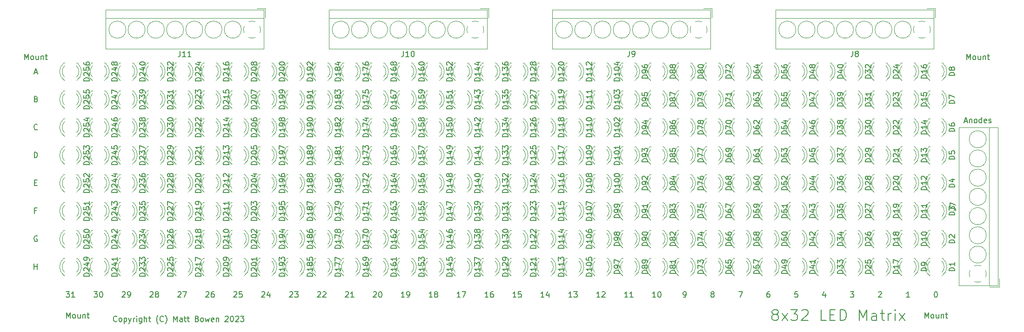
<source format=gto>
G04 #@! TF.GenerationSoftware,KiCad,Pcbnew,(5.1.10)-1*
G04 #@! TF.CreationDate,2023-10-25T13:43:48-04:00*
G04 #@! TF.ProjectId,LED_Matrix_8x32,4c45445f-4d61-4747-9269-785f38783332,rev?*
G04 #@! TF.SameCoordinates,Original*
G04 #@! TF.FileFunction,Legend,Top*
G04 #@! TF.FilePolarity,Positive*
%FSLAX46Y46*%
G04 Gerber Fmt 4.6, Leading zero omitted, Abs format (unit mm)*
G04 Created by KiCad (PCBNEW (5.1.10)-1) date 2023-10-25 13:43:48*
%MOMM*%
%LPD*%
G01*
G04 APERTURE LIST*
%ADD10C,0.150000*%
%ADD11C,0.120000*%
%ADD12C,4.000000*%
%ADD13C,2.400000*%
%ADD14R,2.400000X2.400000*%
%ADD15C,1.800000*%
%ADD16R,1.800000X1.800000*%
G04 APERTURE END LIST*
D10*
X73485476Y-71207380D02*
X74104523Y-71207380D01*
X73771190Y-71588333D01*
X73914047Y-71588333D01*
X74009285Y-71635952D01*
X74056904Y-71683571D01*
X74104523Y-71778809D01*
X74104523Y-72016904D01*
X74056904Y-72112142D01*
X74009285Y-72159761D01*
X73914047Y-72207380D01*
X73628333Y-72207380D01*
X73533095Y-72159761D01*
X73485476Y-72112142D01*
X75056904Y-72207380D02*
X74485476Y-72207380D01*
X74771190Y-72207380D02*
X74771190Y-71207380D01*
X74675952Y-71350238D01*
X74580714Y-71445476D01*
X74485476Y-71493095D01*
X78565476Y-71207380D02*
X79184523Y-71207380D01*
X78851190Y-71588333D01*
X78994047Y-71588333D01*
X79089285Y-71635952D01*
X79136904Y-71683571D01*
X79184523Y-71778809D01*
X79184523Y-72016904D01*
X79136904Y-72112142D01*
X79089285Y-72159761D01*
X78994047Y-72207380D01*
X78708333Y-72207380D01*
X78613095Y-72159761D01*
X78565476Y-72112142D01*
X79803571Y-71207380D02*
X79898809Y-71207380D01*
X79994047Y-71255000D01*
X80041666Y-71302619D01*
X80089285Y-71397857D01*
X80136904Y-71588333D01*
X80136904Y-71826428D01*
X80089285Y-72016904D01*
X80041666Y-72112142D01*
X79994047Y-72159761D01*
X79898809Y-72207380D01*
X79803571Y-72207380D01*
X79708333Y-72159761D01*
X79660714Y-72112142D01*
X79613095Y-72016904D01*
X79565476Y-71826428D01*
X79565476Y-71588333D01*
X79613095Y-71397857D01*
X79660714Y-71302619D01*
X79708333Y-71255000D01*
X79803571Y-71207380D01*
X83693095Y-71302619D02*
X83740714Y-71255000D01*
X83835952Y-71207380D01*
X84074047Y-71207380D01*
X84169285Y-71255000D01*
X84216904Y-71302619D01*
X84264523Y-71397857D01*
X84264523Y-71493095D01*
X84216904Y-71635952D01*
X83645476Y-72207380D01*
X84264523Y-72207380D01*
X84740714Y-72207380D02*
X84931190Y-72207380D01*
X85026428Y-72159761D01*
X85074047Y-72112142D01*
X85169285Y-71969285D01*
X85216904Y-71778809D01*
X85216904Y-71397857D01*
X85169285Y-71302619D01*
X85121666Y-71255000D01*
X85026428Y-71207380D01*
X84835952Y-71207380D01*
X84740714Y-71255000D01*
X84693095Y-71302619D01*
X84645476Y-71397857D01*
X84645476Y-71635952D01*
X84693095Y-71731190D01*
X84740714Y-71778809D01*
X84835952Y-71826428D01*
X85026428Y-71826428D01*
X85121666Y-71778809D01*
X85169285Y-71731190D01*
X85216904Y-71635952D01*
X88773095Y-71302619D02*
X88820714Y-71255000D01*
X88915952Y-71207380D01*
X89154047Y-71207380D01*
X89249285Y-71255000D01*
X89296904Y-71302619D01*
X89344523Y-71397857D01*
X89344523Y-71493095D01*
X89296904Y-71635952D01*
X88725476Y-72207380D01*
X89344523Y-72207380D01*
X89915952Y-71635952D02*
X89820714Y-71588333D01*
X89773095Y-71540714D01*
X89725476Y-71445476D01*
X89725476Y-71397857D01*
X89773095Y-71302619D01*
X89820714Y-71255000D01*
X89915952Y-71207380D01*
X90106428Y-71207380D01*
X90201666Y-71255000D01*
X90249285Y-71302619D01*
X90296904Y-71397857D01*
X90296904Y-71445476D01*
X90249285Y-71540714D01*
X90201666Y-71588333D01*
X90106428Y-71635952D01*
X89915952Y-71635952D01*
X89820714Y-71683571D01*
X89773095Y-71731190D01*
X89725476Y-71826428D01*
X89725476Y-72016904D01*
X89773095Y-72112142D01*
X89820714Y-72159761D01*
X89915952Y-72207380D01*
X90106428Y-72207380D01*
X90201666Y-72159761D01*
X90249285Y-72112142D01*
X90296904Y-72016904D01*
X90296904Y-71826428D01*
X90249285Y-71731190D01*
X90201666Y-71683571D01*
X90106428Y-71635952D01*
X93853095Y-71302619D02*
X93900714Y-71255000D01*
X93995952Y-71207380D01*
X94234047Y-71207380D01*
X94329285Y-71255000D01*
X94376904Y-71302619D01*
X94424523Y-71397857D01*
X94424523Y-71493095D01*
X94376904Y-71635952D01*
X93805476Y-72207380D01*
X94424523Y-72207380D01*
X94757857Y-71207380D02*
X95424523Y-71207380D01*
X94995952Y-72207380D01*
X98933095Y-71302619D02*
X98980714Y-71255000D01*
X99075952Y-71207380D01*
X99314047Y-71207380D01*
X99409285Y-71255000D01*
X99456904Y-71302619D01*
X99504523Y-71397857D01*
X99504523Y-71493095D01*
X99456904Y-71635952D01*
X98885476Y-72207380D01*
X99504523Y-72207380D01*
X100361666Y-71207380D02*
X100171190Y-71207380D01*
X100075952Y-71255000D01*
X100028333Y-71302619D01*
X99933095Y-71445476D01*
X99885476Y-71635952D01*
X99885476Y-72016904D01*
X99933095Y-72112142D01*
X99980714Y-72159761D01*
X100075952Y-72207380D01*
X100266428Y-72207380D01*
X100361666Y-72159761D01*
X100409285Y-72112142D01*
X100456904Y-72016904D01*
X100456904Y-71778809D01*
X100409285Y-71683571D01*
X100361666Y-71635952D01*
X100266428Y-71588333D01*
X100075952Y-71588333D01*
X99980714Y-71635952D01*
X99933095Y-71683571D01*
X99885476Y-71778809D01*
X104013095Y-71302619D02*
X104060714Y-71255000D01*
X104155952Y-71207380D01*
X104394047Y-71207380D01*
X104489285Y-71255000D01*
X104536904Y-71302619D01*
X104584523Y-71397857D01*
X104584523Y-71493095D01*
X104536904Y-71635952D01*
X103965476Y-72207380D01*
X104584523Y-72207380D01*
X105489285Y-71207380D02*
X105013095Y-71207380D01*
X104965476Y-71683571D01*
X105013095Y-71635952D01*
X105108333Y-71588333D01*
X105346428Y-71588333D01*
X105441666Y-71635952D01*
X105489285Y-71683571D01*
X105536904Y-71778809D01*
X105536904Y-72016904D01*
X105489285Y-72112142D01*
X105441666Y-72159761D01*
X105346428Y-72207380D01*
X105108333Y-72207380D01*
X105013095Y-72159761D01*
X104965476Y-72112142D01*
X109093095Y-71302619D02*
X109140714Y-71255000D01*
X109235952Y-71207380D01*
X109474047Y-71207380D01*
X109569285Y-71255000D01*
X109616904Y-71302619D01*
X109664523Y-71397857D01*
X109664523Y-71493095D01*
X109616904Y-71635952D01*
X109045476Y-72207380D01*
X109664523Y-72207380D01*
X110521666Y-71540714D02*
X110521666Y-72207380D01*
X110283571Y-71159761D02*
X110045476Y-71874047D01*
X110664523Y-71874047D01*
X114173095Y-71302619D02*
X114220714Y-71255000D01*
X114315952Y-71207380D01*
X114554047Y-71207380D01*
X114649285Y-71255000D01*
X114696904Y-71302619D01*
X114744523Y-71397857D01*
X114744523Y-71493095D01*
X114696904Y-71635952D01*
X114125476Y-72207380D01*
X114744523Y-72207380D01*
X115077857Y-71207380D02*
X115696904Y-71207380D01*
X115363571Y-71588333D01*
X115506428Y-71588333D01*
X115601666Y-71635952D01*
X115649285Y-71683571D01*
X115696904Y-71778809D01*
X115696904Y-72016904D01*
X115649285Y-72112142D01*
X115601666Y-72159761D01*
X115506428Y-72207380D01*
X115220714Y-72207380D01*
X115125476Y-72159761D01*
X115077857Y-72112142D01*
X119253095Y-71302619D02*
X119300714Y-71255000D01*
X119395952Y-71207380D01*
X119634047Y-71207380D01*
X119729285Y-71255000D01*
X119776904Y-71302619D01*
X119824523Y-71397857D01*
X119824523Y-71493095D01*
X119776904Y-71635952D01*
X119205476Y-72207380D01*
X119824523Y-72207380D01*
X120205476Y-71302619D02*
X120253095Y-71255000D01*
X120348333Y-71207380D01*
X120586428Y-71207380D01*
X120681666Y-71255000D01*
X120729285Y-71302619D01*
X120776904Y-71397857D01*
X120776904Y-71493095D01*
X120729285Y-71635952D01*
X120157857Y-72207380D01*
X120776904Y-72207380D01*
X124333095Y-71302619D02*
X124380714Y-71255000D01*
X124475952Y-71207380D01*
X124714047Y-71207380D01*
X124809285Y-71255000D01*
X124856904Y-71302619D01*
X124904523Y-71397857D01*
X124904523Y-71493095D01*
X124856904Y-71635952D01*
X124285476Y-72207380D01*
X124904523Y-72207380D01*
X125856904Y-72207380D02*
X125285476Y-72207380D01*
X125571190Y-72207380D02*
X125571190Y-71207380D01*
X125475952Y-71350238D01*
X125380714Y-71445476D01*
X125285476Y-71493095D01*
X129413095Y-71302619D02*
X129460714Y-71255000D01*
X129555952Y-71207380D01*
X129794047Y-71207380D01*
X129889285Y-71255000D01*
X129936904Y-71302619D01*
X129984523Y-71397857D01*
X129984523Y-71493095D01*
X129936904Y-71635952D01*
X129365476Y-72207380D01*
X129984523Y-72207380D01*
X130603571Y-71207380D02*
X130698809Y-71207380D01*
X130794047Y-71255000D01*
X130841666Y-71302619D01*
X130889285Y-71397857D01*
X130936904Y-71588333D01*
X130936904Y-71826428D01*
X130889285Y-72016904D01*
X130841666Y-72112142D01*
X130794047Y-72159761D01*
X130698809Y-72207380D01*
X130603571Y-72207380D01*
X130508333Y-72159761D01*
X130460714Y-72112142D01*
X130413095Y-72016904D01*
X130365476Y-71826428D01*
X130365476Y-71588333D01*
X130413095Y-71397857D01*
X130460714Y-71302619D01*
X130508333Y-71255000D01*
X130603571Y-71207380D01*
X135064523Y-72207380D02*
X134493095Y-72207380D01*
X134778809Y-72207380D02*
X134778809Y-71207380D01*
X134683571Y-71350238D01*
X134588333Y-71445476D01*
X134493095Y-71493095D01*
X135540714Y-72207380D02*
X135731190Y-72207380D01*
X135826428Y-72159761D01*
X135874047Y-72112142D01*
X135969285Y-71969285D01*
X136016904Y-71778809D01*
X136016904Y-71397857D01*
X135969285Y-71302619D01*
X135921666Y-71255000D01*
X135826428Y-71207380D01*
X135635952Y-71207380D01*
X135540714Y-71255000D01*
X135493095Y-71302619D01*
X135445476Y-71397857D01*
X135445476Y-71635952D01*
X135493095Y-71731190D01*
X135540714Y-71778809D01*
X135635952Y-71826428D01*
X135826428Y-71826428D01*
X135921666Y-71778809D01*
X135969285Y-71731190D01*
X136016904Y-71635952D01*
X140144523Y-72207380D02*
X139573095Y-72207380D01*
X139858809Y-72207380D02*
X139858809Y-71207380D01*
X139763571Y-71350238D01*
X139668333Y-71445476D01*
X139573095Y-71493095D01*
X140715952Y-71635952D02*
X140620714Y-71588333D01*
X140573095Y-71540714D01*
X140525476Y-71445476D01*
X140525476Y-71397857D01*
X140573095Y-71302619D01*
X140620714Y-71255000D01*
X140715952Y-71207380D01*
X140906428Y-71207380D01*
X141001666Y-71255000D01*
X141049285Y-71302619D01*
X141096904Y-71397857D01*
X141096904Y-71445476D01*
X141049285Y-71540714D01*
X141001666Y-71588333D01*
X140906428Y-71635952D01*
X140715952Y-71635952D01*
X140620714Y-71683571D01*
X140573095Y-71731190D01*
X140525476Y-71826428D01*
X140525476Y-72016904D01*
X140573095Y-72112142D01*
X140620714Y-72159761D01*
X140715952Y-72207380D01*
X140906428Y-72207380D01*
X141001666Y-72159761D01*
X141049285Y-72112142D01*
X141096904Y-72016904D01*
X141096904Y-71826428D01*
X141049285Y-71731190D01*
X141001666Y-71683571D01*
X140906428Y-71635952D01*
X145224523Y-72207380D02*
X144653095Y-72207380D01*
X144938809Y-72207380D02*
X144938809Y-71207380D01*
X144843571Y-71350238D01*
X144748333Y-71445476D01*
X144653095Y-71493095D01*
X145557857Y-71207380D02*
X146224523Y-71207380D01*
X145795952Y-72207380D01*
X150304523Y-72207380D02*
X149733095Y-72207380D01*
X150018809Y-72207380D02*
X150018809Y-71207380D01*
X149923571Y-71350238D01*
X149828333Y-71445476D01*
X149733095Y-71493095D01*
X151161666Y-71207380D02*
X150971190Y-71207380D01*
X150875952Y-71255000D01*
X150828333Y-71302619D01*
X150733095Y-71445476D01*
X150685476Y-71635952D01*
X150685476Y-72016904D01*
X150733095Y-72112142D01*
X150780714Y-72159761D01*
X150875952Y-72207380D01*
X151066428Y-72207380D01*
X151161666Y-72159761D01*
X151209285Y-72112142D01*
X151256904Y-72016904D01*
X151256904Y-71778809D01*
X151209285Y-71683571D01*
X151161666Y-71635952D01*
X151066428Y-71588333D01*
X150875952Y-71588333D01*
X150780714Y-71635952D01*
X150733095Y-71683571D01*
X150685476Y-71778809D01*
X155384523Y-72207380D02*
X154813095Y-72207380D01*
X155098809Y-72207380D02*
X155098809Y-71207380D01*
X155003571Y-71350238D01*
X154908333Y-71445476D01*
X154813095Y-71493095D01*
X156289285Y-71207380D02*
X155813095Y-71207380D01*
X155765476Y-71683571D01*
X155813095Y-71635952D01*
X155908333Y-71588333D01*
X156146428Y-71588333D01*
X156241666Y-71635952D01*
X156289285Y-71683571D01*
X156336904Y-71778809D01*
X156336904Y-72016904D01*
X156289285Y-72112142D01*
X156241666Y-72159761D01*
X156146428Y-72207380D01*
X155908333Y-72207380D01*
X155813095Y-72159761D01*
X155765476Y-72112142D01*
X160464523Y-72207380D02*
X159893095Y-72207380D01*
X160178809Y-72207380D02*
X160178809Y-71207380D01*
X160083571Y-71350238D01*
X159988333Y-71445476D01*
X159893095Y-71493095D01*
X161321666Y-71540714D02*
X161321666Y-72207380D01*
X161083571Y-71159761D02*
X160845476Y-71874047D01*
X161464523Y-71874047D01*
X165544523Y-72207380D02*
X164973095Y-72207380D01*
X165258809Y-72207380D02*
X165258809Y-71207380D01*
X165163571Y-71350238D01*
X165068333Y-71445476D01*
X164973095Y-71493095D01*
X165877857Y-71207380D02*
X166496904Y-71207380D01*
X166163571Y-71588333D01*
X166306428Y-71588333D01*
X166401666Y-71635952D01*
X166449285Y-71683571D01*
X166496904Y-71778809D01*
X166496904Y-72016904D01*
X166449285Y-72112142D01*
X166401666Y-72159761D01*
X166306428Y-72207380D01*
X166020714Y-72207380D01*
X165925476Y-72159761D01*
X165877857Y-72112142D01*
X170624523Y-72207380D02*
X170053095Y-72207380D01*
X170338809Y-72207380D02*
X170338809Y-71207380D01*
X170243571Y-71350238D01*
X170148333Y-71445476D01*
X170053095Y-71493095D01*
X171005476Y-71302619D02*
X171053095Y-71255000D01*
X171148333Y-71207380D01*
X171386428Y-71207380D01*
X171481666Y-71255000D01*
X171529285Y-71302619D01*
X171576904Y-71397857D01*
X171576904Y-71493095D01*
X171529285Y-71635952D01*
X170957857Y-72207380D01*
X171576904Y-72207380D01*
X175704523Y-72207380D02*
X175133095Y-72207380D01*
X175418809Y-72207380D02*
X175418809Y-71207380D01*
X175323571Y-71350238D01*
X175228333Y-71445476D01*
X175133095Y-71493095D01*
X176656904Y-72207380D02*
X176085476Y-72207380D01*
X176371190Y-72207380D02*
X176371190Y-71207380D01*
X176275952Y-71350238D01*
X176180714Y-71445476D01*
X176085476Y-71493095D01*
X180784523Y-72207380D02*
X180213095Y-72207380D01*
X180498809Y-72207380D02*
X180498809Y-71207380D01*
X180403571Y-71350238D01*
X180308333Y-71445476D01*
X180213095Y-71493095D01*
X181403571Y-71207380D02*
X181498809Y-71207380D01*
X181594047Y-71255000D01*
X181641666Y-71302619D01*
X181689285Y-71397857D01*
X181736904Y-71588333D01*
X181736904Y-71826428D01*
X181689285Y-72016904D01*
X181641666Y-72112142D01*
X181594047Y-72159761D01*
X181498809Y-72207380D01*
X181403571Y-72207380D01*
X181308333Y-72159761D01*
X181260714Y-72112142D01*
X181213095Y-72016904D01*
X181165476Y-71826428D01*
X181165476Y-71588333D01*
X181213095Y-71397857D01*
X181260714Y-71302619D01*
X181308333Y-71255000D01*
X181403571Y-71207380D01*
X185864523Y-72207380D02*
X186055000Y-72207380D01*
X186150238Y-72159761D01*
X186197857Y-72112142D01*
X186293095Y-71969285D01*
X186340714Y-71778809D01*
X186340714Y-71397857D01*
X186293095Y-71302619D01*
X186245476Y-71255000D01*
X186150238Y-71207380D01*
X185959761Y-71207380D01*
X185864523Y-71255000D01*
X185816904Y-71302619D01*
X185769285Y-71397857D01*
X185769285Y-71635952D01*
X185816904Y-71731190D01*
X185864523Y-71778809D01*
X185959761Y-71826428D01*
X186150238Y-71826428D01*
X186245476Y-71778809D01*
X186293095Y-71731190D01*
X186340714Y-71635952D01*
X191039761Y-71635952D02*
X190944523Y-71588333D01*
X190896904Y-71540714D01*
X190849285Y-71445476D01*
X190849285Y-71397857D01*
X190896904Y-71302619D01*
X190944523Y-71255000D01*
X191039761Y-71207380D01*
X191230238Y-71207380D01*
X191325476Y-71255000D01*
X191373095Y-71302619D01*
X191420714Y-71397857D01*
X191420714Y-71445476D01*
X191373095Y-71540714D01*
X191325476Y-71588333D01*
X191230238Y-71635952D01*
X191039761Y-71635952D01*
X190944523Y-71683571D01*
X190896904Y-71731190D01*
X190849285Y-71826428D01*
X190849285Y-72016904D01*
X190896904Y-72112142D01*
X190944523Y-72159761D01*
X191039761Y-72207380D01*
X191230238Y-72207380D01*
X191325476Y-72159761D01*
X191373095Y-72112142D01*
X191420714Y-72016904D01*
X191420714Y-71826428D01*
X191373095Y-71731190D01*
X191325476Y-71683571D01*
X191230238Y-71635952D01*
X195881666Y-71207380D02*
X196548333Y-71207380D01*
X196119761Y-72207380D01*
X201485476Y-71207380D02*
X201295000Y-71207380D01*
X201199761Y-71255000D01*
X201152142Y-71302619D01*
X201056904Y-71445476D01*
X201009285Y-71635952D01*
X201009285Y-72016904D01*
X201056904Y-72112142D01*
X201104523Y-72159761D01*
X201199761Y-72207380D01*
X201390238Y-72207380D01*
X201485476Y-72159761D01*
X201533095Y-72112142D01*
X201580714Y-72016904D01*
X201580714Y-71778809D01*
X201533095Y-71683571D01*
X201485476Y-71635952D01*
X201390238Y-71588333D01*
X201199761Y-71588333D01*
X201104523Y-71635952D01*
X201056904Y-71683571D01*
X201009285Y-71778809D01*
X206613095Y-71207380D02*
X206136904Y-71207380D01*
X206089285Y-71683571D01*
X206136904Y-71635952D01*
X206232142Y-71588333D01*
X206470238Y-71588333D01*
X206565476Y-71635952D01*
X206613095Y-71683571D01*
X206660714Y-71778809D01*
X206660714Y-72016904D01*
X206613095Y-72112142D01*
X206565476Y-72159761D01*
X206470238Y-72207380D01*
X206232142Y-72207380D01*
X206136904Y-72159761D01*
X206089285Y-72112142D01*
X211645476Y-71540714D02*
X211645476Y-72207380D01*
X211407380Y-71159761D02*
X211169285Y-71874047D01*
X211788333Y-71874047D01*
X216201666Y-71207380D02*
X216820714Y-71207380D01*
X216487380Y-71588333D01*
X216630238Y-71588333D01*
X216725476Y-71635952D01*
X216773095Y-71683571D01*
X216820714Y-71778809D01*
X216820714Y-72016904D01*
X216773095Y-72112142D01*
X216725476Y-72159761D01*
X216630238Y-72207380D01*
X216344523Y-72207380D01*
X216249285Y-72159761D01*
X216201666Y-72112142D01*
X221329285Y-71302619D02*
X221376904Y-71255000D01*
X221472142Y-71207380D01*
X221710238Y-71207380D01*
X221805476Y-71255000D01*
X221853095Y-71302619D01*
X221900714Y-71397857D01*
X221900714Y-71493095D01*
X221853095Y-71635952D01*
X221281666Y-72207380D01*
X221900714Y-72207380D01*
X226980714Y-72207380D02*
X226409285Y-72207380D01*
X226695000Y-72207380D02*
X226695000Y-71207380D01*
X226599761Y-71350238D01*
X226504523Y-71445476D01*
X226409285Y-71493095D01*
X231727380Y-71207380D02*
X231822619Y-71207380D01*
X231917857Y-71255000D01*
X231965476Y-71302619D01*
X232013095Y-71397857D01*
X232060714Y-71588333D01*
X232060714Y-71826428D01*
X232013095Y-72016904D01*
X231965476Y-72112142D01*
X231917857Y-72159761D01*
X231822619Y-72207380D01*
X231727380Y-72207380D01*
X231632142Y-72159761D01*
X231584523Y-72112142D01*
X231536904Y-72016904D01*
X231489285Y-71826428D01*
X231489285Y-71588333D01*
X231536904Y-71397857D01*
X231584523Y-71302619D01*
X231632142Y-71255000D01*
X231727380Y-71207380D01*
X67659285Y-67127380D02*
X67659285Y-66127380D01*
X67659285Y-66603571D02*
X68230714Y-66603571D01*
X68230714Y-67127380D02*
X68230714Y-66127380D01*
X68206904Y-61095000D02*
X68111666Y-61047380D01*
X67968809Y-61047380D01*
X67825952Y-61095000D01*
X67730714Y-61190238D01*
X67683095Y-61285476D01*
X67635476Y-61475952D01*
X67635476Y-61618809D01*
X67683095Y-61809285D01*
X67730714Y-61904523D01*
X67825952Y-61999761D01*
X67968809Y-62047380D01*
X68064047Y-62047380D01*
X68206904Y-61999761D01*
X68254523Y-61952142D01*
X68254523Y-61618809D01*
X68064047Y-61618809D01*
X68087857Y-56443571D02*
X67754523Y-56443571D01*
X67754523Y-56967380D02*
X67754523Y-55967380D01*
X68230714Y-55967380D01*
X67730714Y-51363571D02*
X68064047Y-51363571D01*
X68206904Y-51887380D02*
X67730714Y-51887380D01*
X67730714Y-50887380D01*
X68206904Y-50887380D01*
X67683095Y-46807380D02*
X67683095Y-45807380D01*
X67921190Y-45807380D01*
X68064047Y-45855000D01*
X68159285Y-45950238D01*
X68206904Y-46045476D01*
X68254523Y-46235952D01*
X68254523Y-46378809D01*
X68206904Y-46569285D01*
X68159285Y-46664523D01*
X68064047Y-46759761D01*
X67921190Y-46807380D01*
X67683095Y-46807380D01*
X68254523Y-41632142D02*
X68206904Y-41679761D01*
X68064047Y-41727380D01*
X67968809Y-41727380D01*
X67825952Y-41679761D01*
X67730714Y-41584523D01*
X67683095Y-41489285D01*
X67635476Y-41298809D01*
X67635476Y-41155952D01*
X67683095Y-40965476D01*
X67730714Y-40870238D01*
X67825952Y-40775000D01*
X67968809Y-40727380D01*
X68064047Y-40727380D01*
X68206904Y-40775000D01*
X68254523Y-40822619D01*
X68016428Y-36123571D02*
X68159285Y-36171190D01*
X68206904Y-36218809D01*
X68254523Y-36314047D01*
X68254523Y-36456904D01*
X68206904Y-36552142D01*
X68159285Y-36599761D01*
X68064047Y-36647380D01*
X67683095Y-36647380D01*
X67683095Y-35647380D01*
X68016428Y-35647380D01*
X68111666Y-35695000D01*
X68159285Y-35742619D01*
X68206904Y-35837857D01*
X68206904Y-35933095D01*
X68159285Y-36028333D01*
X68111666Y-36075952D01*
X68016428Y-36123571D01*
X67683095Y-36123571D01*
X67706904Y-31281666D02*
X68183095Y-31281666D01*
X67611666Y-31567380D02*
X67945000Y-30567380D01*
X68278333Y-31567380D01*
X82718095Y-76557142D02*
X82670476Y-76604761D01*
X82527619Y-76652380D01*
X82432380Y-76652380D01*
X82289523Y-76604761D01*
X82194285Y-76509523D01*
X82146666Y-76414285D01*
X82099047Y-76223809D01*
X82099047Y-76080952D01*
X82146666Y-75890476D01*
X82194285Y-75795238D01*
X82289523Y-75700000D01*
X82432380Y-75652380D01*
X82527619Y-75652380D01*
X82670476Y-75700000D01*
X82718095Y-75747619D01*
X83289523Y-76652380D02*
X83194285Y-76604761D01*
X83146666Y-76557142D01*
X83099047Y-76461904D01*
X83099047Y-76176190D01*
X83146666Y-76080952D01*
X83194285Y-76033333D01*
X83289523Y-75985714D01*
X83432380Y-75985714D01*
X83527619Y-76033333D01*
X83575238Y-76080952D01*
X83622857Y-76176190D01*
X83622857Y-76461904D01*
X83575238Y-76557142D01*
X83527619Y-76604761D01*
X83432380Y-76652380D01*
X83289523Y-76652380D01*
X84051428Y-75985714D02*
X84051428Y-76985714D01*
X84051428Y-76033333D02*
X84146666Y-75985714D01*
X84337142Y-75985714D01*
X84432380Y-76033333D01*
X84480000Y-76080952D01*
X84527619Y-76176190D01*
X84527619Y-76461904D01*
X84480000Y-76557142D01*
X84432380Y-76604761D01*
X84337142Y-76652380D01*
X84146666Y-76652380D01*
X84051428Y-76604761D01*
X84860952Y-75985714D02*
X85099047Y-76652380D01*
X85337142Y-75985714D02*
X85099047Y-76652380D01*
X85003809Y-76890476D01*
X84956190Y-76938095D01*
X84860952Y-76985714D01*
X85718095Y-76652380D02*
X85718095Y-75985714D01*
X85718095Y-76176190D02*
X85765714Y-76080952D01*
X85813333Y-76033333D01*
X85908571Y-75985714D01*
X86003809Y-75985714D01*
X86337142Y-76652380D02*
X86337142Y-75985714D01*
X86337142Y-75652380D02*
X86289523Y-75700000D01*
X86337142Y-75747619D01*
X86384761Y-75700000D01*
X86337142Y-75652380D01*
X86337142Y-75747619D01*
X87241904Y-75985714D02*
X87241904Y-76795238D01*
X87194285Y-76890476D01*
X87146666Y-76938095D01*
X87051428Y-76985714D01*
X86908571Y-76985714D01*
X86813333Y-76938095D01*
X87241904Y-76604761D02*
X87146666Y-76652380D01*
X86956190Y-76652380D01*
X86860952Y-76604761D01*
X86813333Y-76557142D01*
X86765714Y-76461904D01*
X86765714Y-76176190D01*
X86813333Y-76080952D01*
X86860952Y-76033333D01*
X86956190Y-75985714D01*
X87146666Y-75985714D01*
X87241904Y-76033333D01*
X87718095Y-76652380D02*
X87718095Y-75652380D01*
X88146666Y-76652380D02*
X88146666Y-76128571D01*
X88099047Y-76033333D01*
X88003809Y-75985714D01*
X87860952Y-75985714D01*
X87765714Y-76033333D01*
X87718095Y-76080952D01*
X88480000Y-75985714D02*
X88860952Y-75985714D01*
X88622857Y-75652380D02*
X88622857Y-76509523D01*
X88670476Y-76604761D01*
X88765714Y-76652380D01*
X88860952Y-76652380D01*
X90241904Y-77033333D02*
X90194285Y-76985714D01*
X90099047Y-76842857D01*
X90051428Y-76747619D01*
X90003809Y-76604761D01*
X89956190Y-76366666D01*
X89956190Y-76176190D01*
X90003809Y-75938095D01*
X90051428Y-75795238D01*
X90099047Y-75700000D01*
X90194285Y-75557142D01*
X90241904Y-75509523D01*
X91194285Y-76557142D02*
X91146666Y-76604761D01*
X91003809Y-76652380D01*
X90908571Y-76652380D01*
X90765714Y-76604761D01*
X90670476Y-76509523D01*
X90622857Y-76414285D01*
X90575238Y-76223809D01*
X90575238Y-76080952D01*
X90622857Y-75890476D01*
X90670476Y-75795238D01*
X90765714Y-75700000D01*
X90908571Y-75652380D01*
X91003809Y-75652380D01*
X91146666Y-75700000D01*
X91194285Y-75747619D01*
X91527619Y-77033333D02*
X91575238Y-76985714D01*
X91670476Y-76842857D01*
X91718095Y-76747619D01*
X91765714Y-76604761D01*
X91813333Y-76366666D01*
X91813333Y-76176190D01*
X91765714Y-75938095D01*
X91718095Y-75795238D01*
X91670476Y-75700000D01*
X91575238Y-75557142D01*
X91527619Y-75509523D01*
X93051428Y-76652380D02*
X93051428Y-75652380D01*
X93384761Y-76366666D01*
X93718095Y-75652380D01*
X93718095Y-76652380D01*
X94622857Y-76652380D02*
X94622857Y-76128571D01*
X94575238Y-76033333D01*
X94480000Y-75985714D01*
X94289523Y-75985714D01*
X94194285Y-76033333D01*
X94622857Y-76604761D02*
X94527619Y-76652380D01*
X94289523Y-76652380D01*
X94194285Y-76604761D01*
X94146666Y-76509523D01*
X94146666Y-76414285D01*
X94194285Y-76319047D01*
X94289523Y-76271428D01*
X94527619Y-76271428D01*
X94622857Y-76223809D01*
X94956190Y-75985714D02*
X95337142Y-75985714D01*
X95099047Y-75652380D02*
X95099047Y-76509523D01*
X95146666Y-76604761D01*
X95241904Y-76652380D01*
X95337142Y-76652380D01*
X95527619Y-75985714D02*
X95908571Y-75985714D01*
X95670476Y-75652380D02*
X95670476Y-76509523D01*
X95718095Y-76604761D01*
X95813333Y-76652380D01*
X95908571Y-76652380D01*
X97337142Y-76128571D02*
X97480000Y-76176190D01*
X97527619Y-76223809D01*
X97575238Y-76319047D01*
X97575238Y-76461904D01*
X97527619Y-76557142D01*
X97480000Y-76604761D01*
X97384761Y-76652380D01*
X97003809Y-76652380D01*
X97003809Y-75652380D01*
X97337142Y-75652380D01*
X97432380Y-75700000D01*
X97480000Y-75747619D01*
X97527619Y-75842857D01*
X97527619Y-75938095D01*
X97480000Y-76033333D01*
X97432380Y-76080952D01*
X97337142Y-76128571D01*
X97003809Y-76128571D01*
X98146666Y-76652380D02*
X98051428Y-76604761D01*
X98003809Y-76557142D01*
X97956190Y-76461904D01*
X97956190Y-76176190D01*
X98003809Y-76080952D01*
X98051428Y-76033333D01*
X98146666Y-75985714D01*
X98289523Y-75985714D01*
X98384761Y-76033333D01*
X98432380Y-76080952D01*
X98480000Y-76176190D01*
X98480000Y-76461904D01*
X98432380Y-76557142D01*
X98384761Y-76604761D01*
X98289523Y-76652380D01*
X98146666Y-76652380D01*
X98813333Y-75985714D02*
X99003809Y-76652380D01*
X99194285Y-76176190D01*
X99384761Y-76652380D01*
X99575238Y-75985714D01*
X100337142Y-76604761D02*
X100241904Y-76652380D01*
X100051428Y-76652380D01*
X99956190Y-76604761D01*
X99908571Y-76509523D01*
X99908571Y-76128571D01*
X99956190Y-76033333D01*
X100051428Y-75985714D01*
X100241904Y-75985714D01*
X100337142Y-76033333D01*
X100384761Y-76128571D01*
X100384761Y-76223809D01*
X99908571Y-76319047D01*
X100813333Y-75985714D02*
X100813333Y-76652380D01*
X100813333Y-76080952D02*
X100860952Y-76033333D01*
X100956190Y-75985714D01*
X101099047Y-75985714D01*
X101194285Y-76033333D01*
X101241904Y-76128571D01*
X101241904Y-76652380D01*
X102432380Y-75747619D02*
X102480000Y-75700000D01*
X102575238Y-75652380D01*
X102813333Y-75652380D01*
X102908571Y-75700000D01*
X102956190Y-75747619D01*
X103003809Y-75842857D01*
X103003809Y-75938095D01*
X102956190Y-76080952D01*
X102384761Y-76652380D01*
X103003809Y-76652380D01*
X103622857Y-75652380D02*
X103718095Y-75652380D01*
X103813333Y-75700000D01*
X103860952Y-75747619D01*
X103908571Y-75842857D01*
X103956190Y-76033333D01*
X103956190Y-76271428D01*
X103908571Y-76461904D01*
X103860952Y-76557142D01*
X103813333Y-76604761D01*
X103718095Y-76652380D01*
X103622857Y-76652380D01*
X103527619Y-76604761D01*
X103480000Y-76557142D01*
X103432380Y-76461904D01*
X103384761Y-76271428D01*
X103384761Y-76033333D01*
X103432380Y-75842857D01*
X103480000Y-75747619D01*
X103527619Y-75700000D01*
X103622857Y-75652380D01*
X104337142Y-75747619D02*
X104384761Y-75700000D01*
X104480000Y-75652380D01*
X104718095Y-75652380D01*
X104813333Y-75700000D01*
X104860952Y-75747619D01*
X104908571Y-75842857D01*
X104908571Y-75938095D01*
X104860952Y-76080952D01*
X104289523Y-76652380D01*
X104908571Y-76652380D01*
X105241904Y-75652380D02*
X105860952Y-75652380D01*
X105527619Y-76033333D01*
X105670476Y-76033333D01*
X105765714Y-76080952D01*
X105813333Y-76128571D01*
X105860952Y-76223809D01*
X105860952Y-76461904D01*
X105813333Y-76557142D01*
X105765714Y-76604761D01*
X105670476Y-76652380D01*
X105384761Y-76652380D01*
X105289523Y-76604761D01*
X105241904Y-76557142D01*
X236966428Y-40171666D02*
X237442619Y-40171666D01*
X236871190Y-40457380D02*
X237204523Y-39457380D01*
X237537857Y-40457380D01*
X237871190Y-39790714D02*
X237871190Y-40457380D01*
X237871190Y-39885952D02*
X237918809Y-39838333D01*
X238014047Y-39790714D01*
X238156904Y-39790714D01*
X238252142Y-39838333D01*
X238299761Y-39933571D01*
X238299761Y-40457380D01*
X238918809Y-40457380D02*
X238823571Y-40409761D01*
X238775952Y-40362142D01*
X238728333Y-40266904D01*
X238728333Y-39981190D01*
X238775952Y-39885952D01*
X238823571Y-39838333D01*
X238918809Y-39790714D01*
X239061666Y-39790714D01*
X239156904Y-39838333D01*
X239204523Y-39885952D01*
X239252142Y-39981190D01*
X239252142Y-40266904D01*
X239204523Y-40362142D01*
X239156904Y-40409761D01*
X239061666Y-40457380D01*
X238918809Y-40457380D01*
X240109285Y-40457380D02*
X240109285Y-39457380D01*
X240109285Y-40409761D02*
X240014047Y-40457380D01*
X239823571Y-40457380D01*
X239728333Y-40409761D01*
X239680714Y-40362142D01*
X239633095Y-40266904D01*
X239633095Y-39981190D01*
X239680714Y-39885952D01*
X239728333Y-39838333D01*
X239823571Y-39790714D01*
X240014047Y-39790714D01*
X240109285Y-39838333D01*
X240966428Y-40409761D02*
X240871190Y-40457380D01*
X240680714Y-40457380D01*
X240585476Y-40409761D01*
X240537857Y-40314523D01*
X240537857Y-39933571D01*
X240585476Y-39838333D01*
X240680714Y-39790714D01*
X240871190Y-39790714D01*
X240966428Y-39838333D01*
X241014047Y-39933571D01*
X241014047Y-40028809D01*
X240537857Y-40124047D01*
X241395000Y-40409761D02*
X241490238Y-40457380D01*
X241680714Y-40457380D01*
X241775952Y-40409761D01*
X241823571Y-40314523D01*
X241823571Y-40266904D01*
X241775952Y-40171666D01*
X241680714Y-40124047D01*
X241537857Y-40124047D01*
X241442619Y-40076428D01*
X241395000Y-39981190D01*
X241395000Y-39933571D01*
X241442619Y-39838333D01*
X241537857Y-39790714D01*
X241680714Y-39790714D01*
X241775952Y-39838333D01*
X202328333Y-75326904D02*
X202137857Y-75231666D01*
X202042619Y-75136428D01*
X201947380Y-74945952D01*
X201947380Y-74850714D01*
X202042619Y-74660238D01*
X202137857Y-74565000D01*
X202328333Y-74469761D01*
X202709285Y-74469761D01*
X202899761Y-74565000D01*
X202995000Y-74660238D01*
X203090238Y-74850714D01*
X203090238Y-74945952D01*
X202995000Y-75136428D01*
X202899761Y-75231666D01*
X202709285Y-75326904D01*
X202328333Y-75326904D01*
X202137857Y-75422142D01*
X202042619Y-75517380D01*
X201947380Y-75707857D01*
X201947380Y-76088809D01*
X202042619Y-76279285D01*
X202137857Y-76374523D01*
X202328333Y-76469761D01*
X202709285Y-76469761D01*
X202899761Y-76374523D01*
X202995000Y-76279285D01*
X203090238Y-76088809D01*
X203090238Y-75707857D01*
X202995000Y-75517380D01*
X202899761Y-75422142D01*
X202709285Y-75326904D01*
X203756904Y-76469761D02*
X204804523Y-75136428D01*
X203756904Y-75136428D02*
X204804523Y-76469761D01*
X205375952Y-74469761D02*
X206614047Y-74469761D01*
X205947380Y-75231666D01*
X206233095Y-75231666D01*
X206423571Y-75326904D01*
X206518809Y-75422142D01*
X206614047Y-75612619D01*
X206614047Y-76088809D01*
X206518809Y-76279285D01*
X206423571Y-76374523D01*
X206233095Y-76469761D01*
X205661666Y-76469761D01*
X205471190Y-76374523D01*
X205375952Y-76279285D01*
X207375952Y-74660238D02*
X207471190Y-74565000D01*
X207661666Y-74469761D01*
X208137857Y-74469761D01*
X208328333Y-74565000D01*
X208423571Y-74660238D01*
X208518809Y-74850714D01*
X208518809Y-75041190D01*
X208423571Y-75326904D01*
X207280714Y-76469761D01*
X208518809Y-76469761D01*
X211852142Y-76469761D02*
X210899761Y-76469761D01*
X210899761Y-74469761D01*
X212518809Y-75422142D02*
X213185476Y-75422142D01*
X213471190Y-76469761D02*
X212518809Y-76469761D01*
X212518809Y-74469761D01*
X213471190Y-74469761D01*
X214328333Y-76469761D02*
X214328333Y-74469761D01*
X214804523Y-74469761D01*
X215090238Y-74565000D01*
X215280714Y-74755476D01*
X215375952Y-74945952D01*
X215471190Y-75326904D01*
X215471190Y-75612619D01*
X215375952Y-75993571D01*
X215280714Y-76184047D01*
X215090238Y-76374523D01*
X214804523Y-76469761D01*
X214328333Y-76469761D01*
X217852142Y-76469761D02*
X217852142Y-74469761D01*
X218518809Y-75898333D01*
X219185476Y-74469761D01*
X219185476Y-76469761D01*
X220995000Y-76469761D02*
X220995000Y-75422142D01*
X220899761Y-75231666D01*
X220709285Y-75136428D01*
X220328333Y-75136428D01*
X220137857Y-75231666D01*
X220995000Y-76374523D02*
X220804523Y-76469761D01*
X220328333Y-76469761D01*
X220137857Y-76374523D01*
X220042619Y-76184047D01*
X220042619Y-75993571D01*
X220137857Y-75803095D01*
X220328333Y-75707857D01*
X220804523Y-75707857D01*
X220995000Y-75612619D01*
X221661666Y-75136428D02*
X222423571Y-75136428D01*
X221947380Y-74469761D02*
X221947380Y-76184047D01*
X222042619Y-76374523D01*
X222233095Y-76469761D01*
X222423571Y-76469761D01*
X223090238Y-76469761D02*
X223090238Y-75136428D01*
X223090238Y-75517380D02*
X223185476Y-75326904D01*
X223280714Y-75231666D01*
X223471190Y-75136428D01*
X223661666Y-75136428D01*
X224328333Y-76469761D02*
X224328333Y-75136428D01*
X224328333Y-74469761D02*
X224233095Y-74565000D01*
X224328333Y-74660238D01*
X224423571Y-74565000D01*
X224328333Y-74469761D01*
X224328333Y-74660238D01*
X225090238Y-76469761D02*
X226137857Y-75136428D01*
X225090238Y-75136428D02*
X226137857Y-76469761D01*
D11*
X105370000Y-23495000D02*
G75*
G03*
X105370000Y-23495000I-1555000J0D01*
G01*
X101870000Y-23495000D02*
G75*
G03*
X101870000Y-23495000I-1555000J0D01*
G01*
X98370000Y-23495000D02*
G75*
G03*
X98370000Y-23495000I-1555000J0D01*
G01*
X94870000Y-23495000D02*
G75*
G03*
X94870000Y-23495000I-1555000J0D01*
G01*
X91370000Y-23495000D02*
G75*
G03*
X91370000Y-23495000I-1555000J0D01*
G01*
X87870000Y-23495000D02*
G75*
G03*
X87870000Y-23495000I-1555000J0D01*
G01*
X84370000Y-23495000D02*
G75*
G03*
X84370000Y-23495000I-1555000J0D01*
G01*
X109475000Y-21395000D02*
X80655000Y-21395000D01*
X109475000Y-26955000D02*
X80655000Y-26955000D01*
X109475000Y-19835000D02*
X80655000Y-19835000D01*
X109475000Y-26955000D02*
X109475000Y-19835000D01*
X80655000Y-26955000D02*
X80655000Y-19835000D01*
X109715000Y-21335000D02*
X109715000Y-19595000D01*
X109715000Y-19595000D02*
X108215000Y-19595000D01*
X107287989Y-21939508D02*
G75*
G02*
X107923000Y-22063000I27011J-1555492D01*
G01*
X108747109Y-22887258D02*
G75*
G02*
X108747000Y-24103000I-1432109J-607742D01*
G01*
X107922742Y-24927109D02*
G75*
G02*
X106707000Y-24927000I-607742J1432109D01*
G01*
X105882891Y-24102742D02*
G75*
G02*
X105883000Y-22887000I1432109J607742D01*
G01*
X106707413Y-22063615D02*
G75*
G02*
X107315000Y-21940000I607587J-1431385D01*
G01*
X146010000Y-23495000D02*
G75*
G03*
X146010000Y-23495000I-1555000J0D01*
G01*
X142510000Y-23495000D02*
G75*
G03*
X142510000Y-23495000I-1555000J0D01*
G01*
X139010000Y-23495000D02*
G75*
G03*
X139010000Y-23495000I-1555000J0D01*
G01*
X135510000Y-23495000D02*
G75*
G03*
X135510000Y-23495000I-1555000J0D01*
G01*
X132010000Y-23495000D02*
G75*
G03*
X132010000Y-23495000I-1555000J0D01*
G01*
X128510000Y-23495000D02*
G75*
G03*
X128510000Y-23495000I-1555000J0D01*
G01*
X125010000Y-23495000D02*
G75*
G03*
X125010000Y-23495000I-1555000J0D01*
G01*
X150115000Y-21395000D02*
X121295000Y-21395000D01*
X150115000Y-26955000D02*
X121295000Y-26955000D01*
X150115000Y-19835000D02*
X121295000Y-19835000D01*
X150115000Y-26955000D02*
X150115000Y-19835000D01*
X121295000Y-26955000D02*
X121295000Y-19835000D01*
X150355000Y-21335000D02*
X150355000Y-19595000D01*
X150355000Y-19595000D02*
X148855000Y-19595000D01*
X147927989Y-21939508D02*
G75*
G02*
X148563000Y-22063000I27011J-1555492D01*
G01*
X149387109Y-22887258D02*
G75*
G02*
X149387000Y-24103000I-1432109J-607742D01*
G01*
X148562742Y-24927109D02*
G75*
G02*
X147347000Y-24927000I-607742J1432109D01*
G01*
X146522891Y-24102742D02*
G75*
G02*
X146523000Y-22887000I1432109J607742D01*
G01*
X147347413Y-22063615D02*
G75*
G02*
X147955000Y-21940000I607587J-1431385D01*
G01*
X186650000Y-23495000D02*
G75*
G03*
X186650000Y-23495000I-1555000J0D01*
G01*
X183150000Y-23495000D02*
G75*
G03*
X183150000Y-23495000I-1555000J0D01*
G01*
X179650000Y-23495000D02*
G75*
G03*
X179650000Y-23495000I-1555000J0D01*
G01*
X176150000Y-23495000D02*
G75*
G03*
X176150000Y-23495000I-1555000J0D01*
G01*
X172650000Y-23495000D02*
G75*
G03*
X172650000Y-23495000I-1555000J0D01*
G01*
X169150000Y-23495000D02*
G75*
G03*
X169150000Y-23495000I-1555000J0D01*
G01*
X165650000Y-23495000D02*
G75*
G03*
X165650000Y-23495000I-1555000J0D01*
G01*
X190755000Y-21395000D02*
X161935000Y-21395000D01*
X190755000Y-26955000D02*
X161935000Y-26955000D01*
X190755000Y-19835000D02*
X161935000Y-19835000D01*
X190755000Y-26955000D02*
X190755000Y-19835000D01*
X161935000Y-26955000D02*
X161935000Y-19835000D01*
X190995000Y-21335000D02*
X190995000Y-19595000D01*
X190995000Y-19595000D02*
X189495000Y-19595000D01*
X188567989Y-21939508D02*
G75*
G02*
X189203000Y-22063000I27011J-1555492D01*
G01*
X190027109Y-22887258D02*
G75*
G02*
X190027000Y-24103000I-1432109J-607742D01*
G01*
X189202742Y-24927109D02*
G75*
G02*
X187987000Y-24927000I-607742J1432109D01*
G01*
X187162891Y-24102742D02*
G75*
G02*
X187163000Y-22887000I1432109J607742D01*
G01*
X187987413Y-22063615D02*
G75*
G02*
X188595000Y-21940000I607587J-1431385D01*
G01*
X227290000Y-23495000D02*
G75*
G03*
X227290000Y-23495000I-1555000J0D01*
G01*
X223790000Y-23495000D02*
G75*
G03*
X223790000Y-23495000I-1555000J0D01*
G01*
X220290000Y-23495000D02*
G75*
G03*
X220290000Y-23495000I-1555000J0D01*
G01*
X216790000Y-23495000D02*
G75*
G03*
X216790000Y-23495000I-1555000J0D01*
G01*
X213290000Y-23495000D02*
G75*
G03*
X213290000Y-23495000I-1555000J0D01*
G01*
X209790000Y-23495000D02*
G75*
G03*
X209790000Y-23495000I-1555000J0D01*
G01*
X206290000Y-23495000D02*
G75*
G03*
X206290000Y-23495000I-1555000J0D01*
G01*
X231395000Y-21395000D02*
X202575000Y-21395000D01*
X231395000Y-26955000D02*
X202575000Y-26955000D01*
X231395000Y-19835000D02*
X202575000Y-19835000D01*
X231395000Y-26955000D02*
X231395000Y-19835000D01*
X202575000Y-26955000D02*
X202575000Y-19835000D01*
X231635000Y-21335000D02*
X231635000Y-19595000D01*
X231635000Y-19595000D02*
X230135000Y-19595000D01*
X229207989Y-21939508D02*
G75*
G02*
X229843000Y-22063000I27011J-1555492D01*
G01*
X230667109Y-22887258D02*
G75*
G02*
X230667000Y-24103000I-1432109J-607742D01*
G01*
X229842742Y-24927109D02*
G75*
G02*
X228627000Y-24927000I-607742J1432109D01*
G01*
X227802891Y-24102742D02*
G75*
G02*
X227803000Y-22887000I1432109J607742D01*
G01*
X228627413Y-22063615D02*
G75*
G02*
X229235000Y-21940000I607587J-1431385D01*
G01*
X240950000Y-64445000D02*
G75*
G03*
X240950000Y-64445000I-1555000J0D01*
G01*
X240950000Y-60945000D02*
G75*
G03*
X240950000Y-60945000I-1555000J0D01*
G01*
X240950000Y-57445000D02*
G75*
G03*
X240950000Y-57445000I-1555000J0D01*
G01*
X240950000Y-53945000D02*
G75*
G03*
X240950000Y-53945000I-1555000J0D01*
G01*
X240950000Y-50445000D02*
G75*
G03*
X240950000Y-50445000I-1555000J0D01*
G01*
X240950000Y-46945000D02*
G75*
G03*
X240950000Y-46945000I-1555000J0D01*
G01*
X240950000Y-43445000D02*
G75*
G03*
X240950000Y-43445000I-1555000J0D01*
G01*
X241495000Y-70105000D02*
X241495000Y-41285000D01*
X235935000Y-70105000D02*
X235935000Y-41285000D01*
X243055000Y-70105000D02*
X243055000Y-41285000D01*
X235935000Y-70105000D02*
X243055000Y-70105000D01*
X235935000Y-41285000D02*
X243055000Y-41285000D01*
X241555000Y-70345000D02*
X243295000Y-70345000D01*
X243295000Y-70345000D02*
X243295000Y-68845000D01*
X240950492Y-67917989D02*
G75*
G02*
X240827000Y-68553000I-1555492J-27011D01*
G01*
X240002742Y-69377109D02*
G75*
G02*
X238787000Y-69377000I-607742J1432109D01*
G01*
X237962891Y-68552742D02*
G75*
G02*
X237963000Y-67337000I1432109J607742D01*
G01*
X238787258Y-66512891D02*
G75*
G02*
X240003000Y-66513000I607742J-1432109D01*
G01*
X240826385Y-67337413D02*
G75*
G02*
X240950000Y-67945000I-1431385J-607587D01*
G01*
X75531000Y-29555000D02*
X75375000Y-29555000D01*
X73215000Y-29555000D02*
X73059000Y-29555000D01*
X73215163Y-32156130D02*
G75*
G02*
X73215000Y-30074039I1079837J1041130D01*
G01*
X75374837Y-32156130D02*
G75*
G03*
X75375000Y-30074039I-1079837J1041130D01*
G01*
X73216392Y-32787335D02*
G75*
G02*
X73059484Y-29555000I1078608J1672335D01*
G01*
X75373608Y-32787335D02*
G75*
G03*
X75530516Y-29555000I-1078608J1672335D01*
G01*
X75531000Y-34635000D02*
X75375000Y-34635000D01*
X73215000Y-34635000D02*
X73059000Y-34635000D01*
X73215163Y-37236130D02*
G75*
G02*
X73215000Y-35154039I1079837J1041130D01*
G01*
X75374837Y-37236130D02*
G75*
G03*
X75375000Y-35154039I-1079837J1041130D01*
G01*
X73216392Y-37867335D02*
G75*
G02*
X73059484Y-34635000I1078608J1672335D01*
G01*
X75373608Y-37867335D02*
G75*
G03*
X75530516Y-34635000I-1078608J1672335D01*
G01*
X75531000Y-39715000D02*
X75375000Y-39715000D01*
X73215000Y-39715000D02*
X73059000Y-39715000D01*
X73215163Y-42316130D02*
G75*
G02*
X73215000Y-40234039I1079837J1041130D01*
G01*
X75374837Y-42316130D02*
G75*
G03*
X75375000Y-40234039I-1079837J1041130D01*
G01*
X73216392Y-42947335D02*
G75*
G02*
X73059484Y-39715000I1078608J1672335D01*
G01*
X75373608Y-42947335D02*
G75*
G03*
X75530516Y-39715000I-1078608J1672335D01*
G01*
X75531000Y-44795000D02*
X75375000Y-44795000D01*
X73215000Y-44795000D02*
X73059000Y-44795000D01*
X73215163Y-47396130D02*
G75*
G02*
X73215000Y-45314039I1079837J1041130D01*
G01*
X75374837Y-47396130D02*
G75*
G03*
X75375000Y-45314039I-1079837J1041130D01*
G01*
X73216392Y-48027335D02*
G75*
G02*
X73059484Y-44795000I1078608J1672335D01*
G01*
X75373608Y-48027335D02*
G75*
G03*
X75530516Y-44795000I-1078608J1672335D01*
G01*
X75531000Y-49875000D02*
X75375000Y-49875000D01*
X73215000Y-49875000D02*
X73059000Y-49875000D01*
X73215163Y-52476130D02*
G75*
G02*
X73215000Y-50394039I1079837J1041130D01*
G01*
X75374837Y-52476130D02*
G75*
G03*
X75375000Y-50394039I-1079837J1041130D01*
G01*
X73216392Y-53107335D02*
G75*
G02*
X73059484Y-49875000I1078608J1672335D01*
G01*
X75373608Y-53107335D02*
G75*
G03*
X75530516Y-49875000I-1078608J1672335D01*
G01*
X75531000Y-54955000D02*
X75375000Y-54955000D01*
X73215000Y-54955000D02*
X73059000Y-54955000D01*
X73215163Y-57556130D02*
G75*
G02*
X73215000Y-55474039I1079837J1041130D01*
G01*
X75374837Y-57556130D02*
G75*
G03*
X75375000Y-55474039I-1079837J1041130D01*
G01*
X73216392Y-58187335D02*
G75*
G02*
X73059484Y-54955000I1078608J1672335D01*
G01*
X75373608Y-58187335D02*
G75*
G03*
X75530516Y-54955000I-1078608J1672335D01*
G01*
X75531000Y-60035000D02*
X75375000Y-60035000D01*
X73215000Y-60035000D02*
X73059000Y-60035000D01*
X73215163Y-62636130D02*
G75*
G02*
X73215000Y-60554039I1079837J1041130D01*
G01*
X75374837Y-62636130D02*
G75*
G03*
X75375000Y-60554039I-1079837J1041130D01*
G01*
X73216392Y-63267335D02*
G75*
G02*
X73059484Y-60035000I1078608J1672335D01*
G01*
X75373608Y-63267335D02*
G75*
G03*
X75530516Y-60035000I-1078608J1672335D01*
G01*
X75531000Y-65115000D02*
X75375000Y-65115000D01*
X73215000Y-65115000D02*
X73059000Y-65115000D01*
X73215163Y-67716130D02*
G75*
G02*
X73215000Y-65634039I1079837J1041130D01*
G01*
X75374837Y-67716130D02*
G75*
G03*
X75375000Y-65634039I-1079837J1041130D01*
G01*
X73216392Y-68347335D02*
G75*
G02*
X73059484Y-65115000I1078608J1672335D01*
G01*
X75373608Y-68347335D02*
G75*
G03*
X75530516Y-65115000I-1078608J1672335D01*
G01*
X80611000Y-29555000D02*
X80455000Y-29555000D01*
X78295000Y-29555000D02*
X78139000Y-29555000D01*
X78295163Y-32156130D02*
G75*
G02*
X78295000Y-30074039I1079837J1041130D01*
G01*
X80454837Y-32156130D02*
G75*
G03*
X80455000Y-30074039I-1079837J1041130D01*
G01*
X78296392Y-32787335D02*
G75*
G02*
X78139484Y-29555000I1078608J1672335D01*
G01*
X80453608Y-32787335D02*
G75*
G03*
X80610516Y-29555000I-1078608J1672335D01*
G01*
X80611000Y-34635000D02*
X80455000Y-34635000D01*
X78295000Y-34635000D02*
X78139000Y-34635000D01*
X78295163Y-37236130D02*
G75*
G02*
X78295000Y-35154039I1079837J1041130D01*
G01*
X80454837Y-37236130D02*
G75*
G03*
X80455000Y-35154039I-1079837J1041130D01*
G01*
X78296392Y-37867335D02*
G75*
G02*
X78139484Y-34635000I1078608J1672335D01*
G01*
X80453608Y-37867335D02*
G75*
G03*
X80610516Y-34635000I-1078608J1672335D01*
G01*
X80611000Y-39715000D02*
X80455000Y-39715000D01*
X78295000Y-39715000D02*
X78139000Y-39715000D01*
X78295163Y-42316130D02*
G75*
G02*
X78295000Y-40234039I1079837J1041130D01*
G01*
X80454837Y-42316130D02*
G75*
G03*
X80455000Y-40234039I-1079837J1041130D01*
G01*
X78296392Y-42947335D02*
G75*
G02*
X78139484Y-39715000I1078608J1672335D01*
G01*
X80453608Y-42947335D02*
G75*
G03*
X80610516Y-39715000I-1078608J1672335D01*
G01*
X80611000Y-44795000D02*
X80455000Y-44795000D01*
X78295000Y-44795000D02*
X78139000Y-44795000D01*
X78295163Y-47396130D02*
G75*
G02*
X78295000Y-45314039I1079837J1041130D01*
G01*
X80454837Y-47396130D02*
G75*
G03*
X80455000Y-45314039I-1079837J1041130D01*
G01*
X78296392Y-48027335D02*
G75*
G02*
X78139484Y-44795000I1078608J1672335D01*
G01*
X80453608Y-48027335D02*
G75*
G03*
X80610516Y-44795000I-1078608J1672335D01*
G01*
X80611000Y-49875000D02*
X80455000Y-49875000D01*
X78295000Y-49875000D02*
X78139000Y-49875000D01*
X78295163Y-52476130D02*
G75*
G02*
X78295000Y-50394039I1079837J1041130D01*
G01*
X80454837Y-52476130D02*
G75*
G03*
X80455000Y-50394039I-1079837J1041130D01*
G01*
X78296392Y-53107335D02*
G75*
G02*
X78139484Y-49875000I1078608J1672335D01*
G01*
X80453608Y-53107335D02*
G75*
G03*
X80610516Y-49875000I-1078608J1672335D01*
G01*
X80611000Y-54955000D02*
X80455000Y-54955000D01*
X78295000Y-54955000D02*
X78139000Y-54955000D01*
X78295163Y-57556130D02*
G75*
G02*
X78295000Y-55474039I1079837J1041130D01*
G01*
X80454837Y-57556130D02*
G75*
G03*
X80455000Y-55474039I-1079837J1041130D01*
G01*
X78296392Y-58187335D02*
G75*
G02*
X78139484Y-54955000I1078608J1672335D01*
G01*
X80453608Y-58187335D02*
G75*
G03*
X80610516Y-54955000I-1078608J1672335D01*
G01*
X80611000Y-60035000D02*
X80455000Y-60035000D01*
X78295000Y-60035000D02*
X78139000Y-60035000D01*
X78295163Y-62636130D02*
G75*
G02*
X78295000Y-60554039I1079837J1041130D01*
G01*
X80454837Y-62636130D02*
G75*
G03*
X80455000Y-60554039I-1079837J1041130D01*
G01*
X78296392Y-63267335D02*
G75*
G02*
X78139484Y-60035000I1078608J1672335D01*
G01*
X80453608Y-63267335D02*
G75*
G03*
X80610516Y-60035000I-1078608J1672335D01*
G01*
X80611000Y-65115000D02*
X80455000Y-65115000D01*
X78295000Y-65115000D02*
X78139000Y-65115000D01*
X78295163Y-67716130D02*
G75*
G02*
X78295000Y-65634039I1079837J1041130D01*
G01*
X80454837Y-67716130D02*
G75*
G03*
X80455000Y-65634039I-1079837J1041130D01*
G01*
X78296392Y-68347335D02*
G75*
G02*
X78139484Y-65115000I1078608J1672335D01*
G01*
X80453608Y-68347335D02*
G75*
G03*
X80610516Y-65115000I-1078608J1672335D01*
G01*
X85691000Y-29555000D02*
X85535000Y-29555000D01*
X83375000Y-29555000D02*
X83219000Y-29555000D01*
X83375163Y-32156130D02*
G75*
G02*
X83375000Y-30074039I1079837J1041130D01*
G01*
X85534837Y-32156130D02*
G75*
G03*
X85535000Y-30074039I-1079837J1041130D01*
G01*
X83376392Y-32787335D02*
G75*
G02*
X83219484Y-29555000I1078608J1672335D01*
G01*
X85533608Y-32787335D02*
G75*
G03*
X85690516Y-29555000I-1078608J1672335D01*
G01*
X85691000Y-34635000D02*
X85535000Y-34635000D01*
X83375000Y-34635000D02*
X83219000Y-34635000D01*
X83375163Y-37236130D02*
G75*
G02*
X83375000Y-35154039I1079837J1041130D01*
G01*
X85534837Y-37236130D02*
G75*
G03*
X85535000Y-35154039I-1079837J1041130D01*
G01*
X83376392Y-37867335D02*
G75*
G02*
X83219484Y-34635000I1078608J1672335D01*
G01*
X85533608Y-37867335D02*
G75*
G03*
X85690516Y-34635000I-1078608J1672335D01*
G01*
X85691000Y-39715000D02*
X85535000Y-39715000D01*
X83375000Y-39715000D02*
X83219000Y-39715000D01*
X83375163Y-42316130D02*
G75*
G02*
X83375000Y-40234039I1079837J1041130D01*
G01*
X85534837Y-42316130D02*
G75*
G03*
X85535000Y-40234039I-1079837J1041130D01*
G01*
X83376392Y-42947335D02*
G75*
G02*
X83219484Y-39715000I1078608J1672335D01*
G01*
X85533608Y-42947335D02*
G75*
G03*
X85690516Y-39715000I-1078608J1672335D01*
G01*
X85691000Y-44795000D02*
X85535000Y-44795000D01*
X83375000Y-44795000D02*
X83219000Y-44795000D01*
X83375163Y-47396130D02*
G75*
G02*
X83375000Y-45314039I1079837J1041130D01*
G01*
X85534837Y-47396130D02*
G75*
G03*
X85535000Y-45314039I-1079837J1041130D01*
G01*
X83376392Y-48027335D02*
G75*
G02*
X83219484Y-44795000I1078608J1672335D01*
G01*
X85533608Y-48027335D02*
G75*
G03*
X85690516Y-44795000I-1078608J1672335D01*
G01*
X85691000Y-49875000D02*
X85535000Y-49875000D01*
X83375000Y-49875000D02*
X83219000Y-49875000D01*
X83375163Y-52476130D02*
G75*
G02*
X83375000Y-50394039I1079837J1041130D01*
G01*
X85534837Y-52476130D02*
G75*
G03*
X85535000Y-50394039I-1079837J1041130D01*
G01*
X83376392Y-53107335D02*
G75*
G02*
X83219484Y-49875000I1078608J1672335D01*
G01*
X85533608Y-53107335D02*
G75*
G03*
X85690516Y-49875000I-1078608J1672335D01*
G01*
X85691000Y-54955000D02*
X85535000Y-54955000D01*
X83375000Y-54955000D02*
X83219000Y-54955000D01*
X83375163Y-57556130D02*
G75*
G02*
X83375000Y-55474039I1079837J1041130D01*
G01*
X85534837Y-57556130D02*
G75*
G03*
X85535000Y-55474039I-1079837J1041130D01*
G01*
X83376392Y-58187335D02*
G75*
G02*
X83219484Y-54955000I1078608J1672335D01*
G01*
X85533608Y-58187335D02*
G75*
G03*
X85690516Y-54955000I-1078608J1672335D01*
G01*
X85691000Y-60035000D02*
X85535000Y-60035000D01*
X83375000Y-60035000D02*
X83219000Y-60035000D01*
X83375163Y-62636130D02*
G75*
G02*
X83375000Y-60554039I1079837J1041130D01*
G01*
X85534837Y-62636130D02*
G75*
G03*
X85535000Y-60554039I-1079837J1041130D01*
G01*
X83376392Y-63267335D02*
G75*
G02*
X83219484Y-60035000I1078608J1672335D01*
G01*
X85533608Y-63267335D02*
G75*
G03*
X85690516Y-60035000I-1078608J1672335D01*
G01*
X85691000Y-65115000D02*
X85535000Y-65115000D01*
X83375000Y-65115000D02*
X83219000Y-65115000D01*
X83375163Y-67716130D02*
G75*
G02*
X83375000Y-65634039I1079837J1041130D01*
G01*
X85534837Y-67716130D02*
G75*
G03*
X85535000Y-65634039I-1079837J1041130D01*
G01*
X83376392Y-68347335D02*
G75*
G02*
X83219484Y-65115000I1078608J1672335D01*
G01*
X85533608Y-68347335D02*
G75*
G03*
X85690516Y-65115000I-1078608J1672335D01*
G01*
X90771000Y-29555000D02*
X90615000Y-29555000D01*
X88455000Y-29555000D02*
X88299000Y-29555000D01*
X88455163Y-32156130D02*
G75*
G02*
X88455000Y-30074039I1079837J1041130D01*
G01*
X90614837Y-32156130D02*
G75*
G03*
X90615000Y-30074039I-1079837J1041130D01*
G01*
X88456392Y-32787335D02*
G75*
G02*
X88299484Y-29555000I1078608J1672335D01*
G01*
X90613608Y-32787335D02*
G75*
G03*
X90770516Y-29555000I-1078608J1672335D01*
G01*
X90771000Y-34635000D02*
X90615000Y-34635000D01*
X88455000Y-34635000D02*
X88299000Y-34635000D01*
X88455163Y-37236130D02*
G75*
G02*
X88455000Y-35154039I1079837J1041130D01*
G01*
X90614837Y-37236130D02*
G75*
G03*
X90615000Y-35154039I-1079837J1041130D01*
G01*
X88456392Y-37867335D02*
G75*
G02*
X88299484Y-34635000I1078608J1672335D01*
G01*
X90613608Y-37867335D02*
G75*
G03*
X90770516Y-34635000I-1078608J1672335D01*
G01*
X90771000Y-39715000D02*
X90615000Y-39715000D01*
X88455000Y-39715000D02*
X88299000Y-39715000D01*
X88455163Y-42316130D02*
G75*
G02*
X88455000Y-40234039I1079837J1041130D01*
G01*
X90614837Y-42316130D02*
G75*
G03*
X90615000Y-40234039I-1079837J1041130D01*
G01*
X88456392Y-42947335D02*
G75*
G02*
X88299484Y-39715000I1078608J1672335D01*
G01*
X90613608Y-42947335D02*
G75*
G03*
X90770516Y-39715000I-1078608J1672335D01*
G01*
X90771000Y-44795000D02*
X90615000Y-44795000D01*
X88455000Y-44795000D02*
X88299000Y-44795000D01*
X88455163Y-47396130D02*
G75*
G02*
X88455000Y-45314039I1079837J1041130D01*
G01*
X90614837Y-47396130D02*
G75*
G03*
X90615000Y-45314039I-1079837J1041130D01*
G01*
X88456392Y-48027335D02*
G75*
G02*
X88299484Y-44795000I1078608J1672335D01*
G01*
X90613608Y-48027335D02*
G75*
G03*
X90770516Y-44795000I-1078608J1672335D01*
G01*
X90771000Y-49875000D02*
X90615000Y-49875000D01*
X88455000Y-49875000D02*
X88299000Y-49875000D01*
X88455163Y-52476130D02*
G75*
G02*
X88455000Y-50394039I1079837J1041130D01*
G01*
X90614837Y-52476130D02*
G75*
G03*
X90615000Y-50394039I-1079837J1041130D01*
G01*
X88456392Y-53107335D02*
G75*
G02*
X88299484Y-49875000I1078608J1672335D01*
G01*
X90613608Y-53107335D02*
G75*
G03*
X90770516Y-49875000I-1078608J1672335D01*
G01*
X90771000Y-54955000D02*
X90615000Y-54955000D01*
X88455000Y-54955000D02*
X88299000Y-54955000D01*
X88455163Y-57556130D02*
G75*
G02*
X88455000Y-55474039I1079837J1041130D01*
G01*
X90614837Y-57556130D02*
G75*
G03*
X90615000Y-55474039I-1079837J1041130D01*
G01*
X88456392Y-58187335D02*
G75*
G02*
X88299484Y-54955000I1078608J1672335D01*
G01*
X90613608Y-58187335D02*
G75*
G03*
X90770516Y-54955000I-1078608J1672335D01*
G01*
X90771000Y-60035000D02*
X90615000Y-60035000D01*
X88455000Y-60035000D02*
X88299000Y-60035000D01*
X88455163Y-62636130D02*
G75*
G02*
X88455000Y-60554039I1079837J1041130D01*
G01*
X90614837Y-62636130D02*
G75*
G03*
X90615000Y-60554039I-1079837J1041130D01*
G01*
X88456392Y-63267335D02*
G75*
G02*
X88299484Y-60035000I1078608J1672335D01*
G01*
X90613608Y-63267335D02*
G75*
G03*
X90770516Y-60035000I-1078608J1672335D01*
G01*
X90771000Y-65115000D02*
X90615000Y-65115000D01*
X88455000Y-65115000D02*
X88299000Y-65115000D01*
X88455163Y-67716130D02*
G75*
G02*
X88455000Y-65634039I1079837J1041130D01*
G01*
X90614837Y-67716130D02*
G75*
G03*
X90615000Y-65634039I-1079837J1041130D01*
G01*
X88456392Y-68347335D02*
G75*
G02*
X88299484Y-65115000I1078608J1672335D01*
G01*
X90613608Y-68347335D02*
G75*
G03*
X90770516Y-65115000I-1078608J1672335D01*
G01*
X95851000Y-29555000D02*
X95695000Y-29555000D01*
X93535000Y-29555000D02*
X93379000Y-29555000D01*
X93535163Y-32156130D02*
G75*
G02*
X93535000Y-30074039I1079837J1041130D01*
G01*
X95694837Y-32156130D02*
G75*
G03*
X95695000Y-30074039I-1079837J1041130D01*
G01*
X93536392Y-32787335D02*
G75*
G02*
X93379484Y-29555000I1078608J1672335D01*
G01*
X95693608Y-32787335D02*
G75*
G03*
X95850516Y-29555000I-1078608J1672335D01*
G01*
X95851000Y-34635000D02*
X95695000Y-34635000D01*
X93535000Y-34635000D02*
X93379000Y-34635000D01*
X93535163Y-37236130D02*
G75*
G02*
X93535000Y-35154039I1079837J1041130D01*
G01*
X95694837Y-37236130D02*
G75*
G03*
X95695000Y-35154039I-1079837J1041130D01*
G01*
X93536392Y-37867335D02*
G75*
G02*
X93379484Y-34635000I1078608J1672335D01*
G01*
X95693608Y-37867335D02*
G75*
G03*
X95850516Y-34635000I-1078608J1672335D01*
G01*
X95851000Y-39715000D02*
X95695000Y-39715000D01*
X93535000Y-39715000D02*
X93379000Y-39715000D01*
X93535163Y-42316130D02*
G75*
G02*
X93535000Y-40234039I1079837J1041130D01*
G01*
X95694837Y-42316130D02*
G75*
G03*
X95695000Y-40234039I-1079837J1041130D01*
G01*
X93536392Y-42947335D02*
G75*
G02*
X93379484Y-39715000I1078608J1672335D01*
G01*
X95693608Y-42947335D02*
G75*
G03*
X95850516Y-39715000I-1078608J1672335D01*
G01*
X95851000Y-44795000D02*
X95695000Y-44795000D01*
X93535000Y-44795000D02*
X93379000Y-44795000D01*
X93535163Y-47396130D02*
G75*
G02*
X93535000Y-45314039I1079837J1041130D01*
G01*
X95694837Y-47396130D02*
G75*
G03*
X95695000Y-45314039I-1079837J1041130D01*
G01*
X93536392Y-48027335D02*
G75*
G02*
X93379484Y-44795000I1078608J1672335D01*
G01*
X95693608Y-48027335D02*
G75*
G03*
X95850516Y-44795000I-1078608J1672335D01*
G01*
X95851000Y-49875000D02*
X95695000Y-49875000D01*
X93535000Y-49875000D02*
X93379000Y-49875000D01*
X93535163Y-52476130D02*
G75*
G02*
X93535000Y-50394039I1079837J1041130D01*
G01*
X95694837Y-52476130D02*
G75*
G03*
X95695000Y-50394039I-1079837J1041130D01*
G01*
X93536392Y-53107335D02*
G75*
G02*
X93379484Y-49875000I1078608J1672335D01*
G01*
X95693608Y-53107335D02*
G75*
G03*
X95850516Y-49875000I-1078608J1672335D01*
G01*
X95851000Y-54955000D02*
X95695000Y-54955000D01*
X93535000Y-54955000D02*
X93379000Y-54955000D01*
X93535163Y-57556130D02*
G75*
G02*
X93535000Y-55474039I1079837J1041130D01*
G01*
X95694837Y-57556130D02*
G75*
G03*
X95695000Y-55474039I-1079837J1041130D01*
G01*
X93536392Y-58187335D02*
G75*
G02*
X93379484Y-54955000I1078608J1672335D01*
G01*
X95693608Y-58187335D02*
G75*
G03*
X95850516Y-54955000I-1078608J1672335D01*
G01*
X95851000Y-60035000D02*
X95695000Y-60035000D01*
X93535000Y-60035000D02*
X93379000Y-60035000D01*
X93535163Y-62636130D02*
G75*
G02*
X93535000Y-60554039I1079837J1041130D01*
G01*
X95694837Y-62636130D02*
G75*
G03*
X95695000Y-60554039I-1079837J1041130D01*
G01*
X93536392Y-63267335D02*
G75*
G02*
X93379484Y-60035000I1078608J1672335D01*
G01*
X95693608Y-63267335D02*
G75*
G03*
X95850516Y-60035000I-1078608J1672335D01*
G01*
X95851000Y-65115000D02*
X95695000Y-65115000D01*
X93535000Y-65115000D02*
X93379000Y-65115000D01*
X93535163Y-67716130D02*
G75*
G02*
X93535000Y-65634039I1079837J1041130D01*
G01*
X95694837Y-67716130D02*
G75*
G03*
X95695000Y-65634039I-1079837J1041130D01*
G01*
X93536392Y-68347335D02*
G75*
G02*
X93379484Y-65115000I1078608J1672335D01*
G01*
X95693608Y-68347335D02*
G75*
G03*
X95850516Y-65115000I-1078608J1672335D01*
G01*
X100931000Y-29555000D02*
X100775000Y-29555000D01*
X98615000Y-29555000D02*
X98459000Y-29555000D01*
X98615163Y-32156130D02*
G75*
G02*
X98615000Y-30074039I1079837J1041130D01*
G01*
X100774837Y-32156130D02*
G75*
G03*
X100775000Y-30074039I-1079837J1041130D01*
G01*
X98616392Y-32787335D02*
G75*
G02*
X98459484Y-29555000I1078608J1672335D01*
G01*
X100773608Y-32787335D02*
G75*
G03*
X100930516Y-29555000I-1078608J1672335D01*
G01*
X100931000Y-34635000D02*
X100775000Y-34635000D01*
X98615000Y-34635000D02*
X98459000Y-34635000D01*
X98615163Y-37236130D02*
G75*
G02*
X98615000Y-35154039I1079837J1041130D01*
G01*
X100774837Y-37236130D02*
G75*
G03*
X100775000Y-35154039I-1079837J1041130D01*
G01*
X98616392Y-37867335D02*
G75*
G02*
X98459484Y-34635000I1078608J1672335D01*
G01*
X100773608Y-37867335D02*
G75*
G03*
X100930516Y-34635000I-1078608J1672335D01*
G01*
X100931000Y-39715000D02*
X100775000Y-39715000D01*
X98615000Y-39715000D02*
X98459000Y-39715000D01*
X98615163Y-42316130D02*
G75*
G02*
X98615000Y-40234039I1079837J1041130D01*
G01*
X100774837Y-42316130D02*
G75*
G03*
X100775000Y-40234039I-1079837J1041130D01*
G01*
X98616392Y-42947335D02*
G75*
G02*
X98459484Y-39715000I1078608J1672335D01*
G01*
X100773608Y-42947335D02*
G75*
G03*
X100930516Y-39715000I-1078608J1672335D01*
G01*
X100931000Y-44795000D02*
X100775000Y-44795000D01*
X98615000Y-44795000D02*
X98459000Y-44795000D01*
X98615163Y-47396130D02*
G75*
G02*
X98615000Y-45314039I1079837J1041130D01*
G01*
X100774837Y-47396130D02*
G75*
G03*
X100775000Y-45314039I-1079837J1041130D01*
G01*
X98616392Y-48027335D02*
G75*
G02*
X98459484Y-44795000I1078608J1672335D01*
G01*
X100773608Y-48027335D02*
G75*
G03*
X100930516Y-44795000I-1078608J1672335D01*
G01*
X100931000Y-49875000D02*
X100775000Y-49875000D01*
X98615000Y-49875000D02*
X98459000Y-49875000D01*
X98615163Y-52476130D02*
G75*
G02*
X98615000Y-50394039I1079837J1041130D01*
G01*
X100774837Y-52476130D02*
G75*
G03*
X100775000Y-50394039I-1079837J1041130D01*
G01*
X98616392Y-53107335D02*
G75*
G02*
X98459484Y-49875000I1078608J1672335D01*
G01*
X100773608Y-53107335D02*
G75*
G03*
X100930516Y-49875000I-1078608J1672335D01*
G01*
X100931000Y-54955000D02*
X100775000Y-54955000D01*
X98615000Y-54955000D02*
X98459000Y-54955000D01*
X98615163Y-57556130D02*
G75*
G02*
X98615000Y-55474039I1079837J1041130D01*
G01*
X100774837Y-57556130D02*
G75*
G03*
X100775000Y-55474039I-1079837J1041130D01*
G01*
X98616392Y-58187335D02*
G75*
G02*
X98459484Y-54955000I1078608J1672335D01*
G01*
X100773608Y-58187335D02*
G75*
G03*
X100930516Y-54955000I-1078608J1672335D01*
G01*
X100931000Y-60035000D02*
X100775000Y-60035000D01*
X98615000Y-60035000D02*
X98459000Y-60035000D01*
X98615163Y-62636130D02*
G75*
G02*
X98615000Y-60554039I1079837J1041130D01*
G01*
X100774837Y-62636130D02*
G75*
G03*
X100775000Y-60554039I-1079837J1041130D01*
G01*
X98616392Y-63267335D02*
G75*
G02*
X98459484Y-60035000I1078608J1672335D01*
G01*
X100773608Y-63267335D02*
G75*
G03*
X100930516Y-60035000I-1078608J1672335D01*
G01*
X100931000Y-65115000D02*
X100775000Y-65115000D01*
X98615000Y-65115000D02*
X98459000Y-65115000D01*
X98615163Y-67716130D02*
G75*
G02*
X98615000Y-65634039I1079837J1041130D01*
G01*
X100774837Y-67716130D02*
G75*
G03*
X100775000Y-65634039I-1079837J1041130D01*
G01*
X98616392Y-68347335D02*
G75*
G02*
X98459484Y-65115000I1078608J1672335D01*
G01*
X100773608Y-68347335D02*
G75*
G03*
X100930516Y-65115000I-1078608J1672335D01*
G01*
X106011000Y-29555000D02*
X105855000Y-29555000D01*
X103695000Y-29555000D02*
X103539000Y-29555000D01*
X103695163Y-32156130D02*
G75*
G02*
X103695000Y-30074039I1079837J1041130D01*
G01*
X105854837Y-32156130D02*
G75*
G03*
X105855000Y-30074039I-1079837J1041130D01*
G01*
X103696392Y-32787335D02*
G75*
G02*
X103539484Y-29555000I1078608J1672335D01*
G01*
X105853608Y-32787335D02*
G75*
G03*
X106010516Y-29555000I-1078608J1672335D01*
G01*
X106011000Y-34635000D02*
X105855000Y-34635000D01*
X103695000Y-34635000D02*
X103539000Y-34635000D01*
X103695163Y-37236130D02*
G75*
G02*
X103695000Y-35154039I1079837J1041130D01*
G01*
X105854837Y-37236130D02*
G75*
G03*
X105855000Y-35154039I-1079837J1041130D01*
G01*
X103696392Y-37867335D02*
G75*
G02*
X103539484Y-34635000I1078608J1672335D01*
G01*
X105853608Y-37867335D02*
G75*
G03*
X106010516Y-34635000I-1078608J1672335D01*
G01*
X106011000Y-39715000D02*
X105855000Y-39715000D01*
X103695000Y-39715000D02*
X103539000Y-39715000D01*
X103695163Y-42316130D02*
G75*
G02*
X103695000Y-40234039I1079837J1041130D01*
G01*
X105854837Y-42316130D02*
G75*
G03*
X105855000Y-40234039I-1079837J1041130D01*
G01*
X103696392Y-42947335D02*
G75*
G02*
X103539484Y-39715000I1078608J1672335D01*
G01*
X105853608Y-42947335D02*
G75*
G03*
X106010516Y-39715000I-1078608J1672335D01*
G01*
X106011000Y-44795000D02*
X105855000Y-44795000D01*
X103695000Y-44795000D02*
X103539000Y-44795000D01*
X103695163Y-47396130D02*
G75*
G02*
X103695000Y-45314039I1079837J1041130D01*
G01*
X105854837Y-47396130D02*
G75*
G03*
X105855000Y-45314039I-1079837J1041130D01*
G01*
X103696392Y-48027335D02*
G75*
G02*
X103539484Y-44795000I1078608J1672335D01*
G01*
X105853608Y-48027335D02*
G75*
G03*
X106010516Y-44795000I-1078608J1672335D01*
G01*
X106011000Y-49875000D02*
X105855000Y-49875000D01*
X103695000Y-49875000D02*
X103539000Y-49875000D01*
X103695163Y-52476130D02*
G75*
G02*
X103695000Y-50394039I1079837J1041130D01*
G01*
X105854837Y-52476130D02*
G75*
G03*
X105855000Y-50394039I-1079837J1041130D01*
G01*
X103696392Y-53107335D02*
G75*
G02*
X103539484Y-49875000I1078608J1672335D01*
G01*
X105853608Y-53107335D02*
G75*
G03*
X106010516Y-49875000I-1078608J1672335D01*
G01*
X106011000Y-54955000D02*
X105855000Y-54955000D01*
X103695000Y-54955000D02*
X103539000Y-54955000D01*
X103695163Y-57556130D02*
G75*
G02*
X103695000Y-55474039I1079837J1041130D01*
G01*
X105854837Y-57556130D02*
G75*
G03*
X105855000Y-55474039I-1079837J1041130D01*
G01*
X103696392Y-58187335D02*
G75*
G02*
X103539484Y-54955000I1078608J1672335D01*
G01*
X105853608Y-58187335D02*
G75*
G03*
X106010516Y-54955000I-1078608J1672335D01*
G01*
X106011000Y-60035000D02*
X105855000Y-60035000D01*
X103695000Y-60035000D02*
X103539000Y-60035000D01*
X103695163Y-62636130D02*
G75*
G02*
X103695000Y-60554039I1079837J1041130D01*
G01*
X105854837Y-62636130D02*
G75*
G03*
X105855000Y-60554039I-1079837J1041130D01*
G01*
X103696392Y-63267335D02*
G75*
G02*
X103539484Y-60035000I1078608J1672335D01*
G01*
X105853608Y-63267335D02*
G75*
G03*
X106010516Y-60035000I-1078608J1672335D01*
G01*
X106011000Y-65115000D02*
X105855000Y-65115000D01*
X103695000Y-65115000D02*
X103539000Y-65115000D01*
X103695163Y-67716130D02*
G75*
G02*
X103695000Y-65634039I1079837J1041130D01*
G01*
X105854837Y-67716130D02*
G75*
G03*
X105855000Y-65634039I-1079837J1041130D01*
G01*
X103696392Y-68347335D02*
G75*
G02*
X103539484Y-65115000I1078608J1672335D01*
G01*
X105853608Y-68347335D02*
G75*
G03*
X106010516Y-65115000I-1078608J1672335D01*
G01*
X111091000Y-29555000D02*
X110935000Y-29555000D01*
X108775000Y-29555000D02*
X108619000Y-29555000D01*
X108775163Y-32156130D02*
G75*
G02*
X108775000Y-30074039I1079837J1041130D01*
G01*
X110934837Y-32156130D02*
G75*
G03*
X110935000Y-30074039I-1079837J1041130D01*
G01*
X108776392Y-32787335D02*
G75*
G02*
X108619484Y-29555000I1078608J1672335D01*
G01*
X110933608Y-32787335D02*
G75*
G03*
X111090516Y-29555000I-1078608J1672335D01*
G01*
X111091000Y-34635000D02*
X110935000Y-34635000D01*
X108775000Y-34635000D02*
X108619000Y-34635000D01*
X108775163Y-37236130D02*
G75*
G02*
X108775000Y-35154039I1079837J1041130D01*
G01*
X110934837Y-37236130D02*
G75*
G03*
X110935000Y-35154039I-1079837J1041130D01*
G01*
X108776392Y-37867335D02*
G75*
G02*
X108619484Y-34635000I1078608J1672335D01*
G01*
X110933608Y-37867335D02*
G75*
G03*
X111090516Y-34635000I-1078608J1672335D01*
G01*
X111091000Y-39715000D02*
X110935000Y-39715000D01*
X108775000Y-39715000D02*
X108619000Y-39715000D01*
X108775163Y-42316130D02*
G75*
G02*
X108775000Y-40234039I1079837J1041130D01*
G01*
X110934837Y-42316130D02*
G75*
G03*
X110935000Y-40234039I-1079837J1041130D01*
G01*
X108776392Y-42947335D02*
G75*
G02*
X108619484Y-39715000I1078608J1672335D01*
G01*
X110933608Y-42947335D02*
G75*
G03*
X111090516Y-39715000I-1078608J1672335D01*
G01*
X111091000Y-44795000D02*
X110935000Y-44795000D01*
X108775000Y-44795000D02*
X108619000Y-44795000D01*
X108775163Y-47396130D02*
G75*
G02*
X108775000Y-45314039I1079837J1041130D01*
G01*
X110934837Y-47396130D02*
G75*
G03*
X110935000Y-45314039I-1079837J1041130D01*
G01*
X108776392Y-48027335D02*
G75*
G02*
X108619484Y-44795000I1078608J1672335D01*
G01*
X110933608Y-48027335D02*
G75*
G03*
X111090516Y-44795000I-1078608J1672335D01*
G01*
X111091000Y-49875000D02*
X110935000Y-49875000D01*
X108775000Y-49875000D02*
X108619000Y-49875000D01*
X108775163Y-52476130D02*
G75*
G02*
X108775000Y-50394039I1079837J1041130D01*
G01*
X110934837Y-52476130D02*
G75*
G03*
X110935000Y-50394039I-1079837J1041130D01*
G01*
X108776392Y-53107335D02*
G75*
G02*
X108619484Y-49875000I1078608J1672335D01*
G01*
X110933608Y-53107335D02*
G75*
G03*
X111090516Y-49875000I-1078608J1672335D01*
G01*
X111091000Y-54955000D02*
X110935000Y-54955000D01*
X108775000Y-54955000D02*
X108619000Y-54955000D01*
X108775163Y-57556130D02*
G75*
G02*
X108775000Y-55474039I1079837J1041130D01*
G01*
X110934837Y-57556130D02*
G75*
G03*
X110935000Y-55474039I-1079837J1041130D01*
G01*
X108776392Y-58187335D02*
G75*
G02*
X108619484Y-54955000I1078608J1672335D01*
G01*
X110933608Y-58187335D02*
G75*
G03*
X111090516Y-54955000I-1078608J1672335D01*
G01*
X111091000Y-60035000D02*
X110935000Y-60035000D01*
X108775000Y-60035000D02*
X108619000Y-60035000D01*
X108775163Y-62636130D02*
G75*
G02*
X108775000Y-60554039I1079837J1041130D01*
G01*
X110934837Y-62636130D02*
G75*
G03*
X110935000Y-60554039I-1079837J1041130D01*
G01*
X108776392Y-63267335D02*
G75*
G02*
X108619484Y-60035000I1078608J1672335D01*
G01*
X110933608Y-63267335D02*
G75*
G03*
X111090516Y-60035000I-1078608J1672335D01*
G01*
X111091000Y-65115000D02*
X110935000Y-65115000D01*
X108775000Y-65115000D02*
X108619000Y-65115000D01*
X108775163Y-67716130D02*
G75*
G02*
X108775000Y-65634039I1079837J1041130D01*
G01*
X110934837Y-67716130D02*
G75*
G03*
X110935000Y-65634039I-1079837J1041130D01*
G01*
X108776392Y-68347335D02*
G75*
G02*
X108619484Y-65115000I1078608J1672335D01*
G01*
X110933608Y-68347335D02*
G75*
G03*
X111090516Y-65115000I-1078608J1672335D01*
G01*
X116171000Y-29555000D02*
X116015000Y-29555000D01*
X113855000Y-29555000D02*
X113699000Y-29555000D01*
X113855163Y-32156130D02*
G75*
G02*
X113855000Y-30074039I1079837J1041130D01*
G01*
X116014837Y-32156130D02*
G75*
G03*
X116015000Y-30074039I-1079837J1041130D01*
G01*
X113856392Y-32787335D02*
G75*
G02*
X113699484Y-29555000I1078608J1672335D01*
G01*
X116013608Y-32787335D02*
G75*
G03*
X116170516Y-29555000I-1078608J1672335D01*
G01*
X116171000Y-34635000D02*
X116015000Y-34635000D01*
X113855000Y-34635000D02*
X113699000Y-34635000D01*
X113855163Y-37236130D02*
G75*
G02*
X113855000Y-35154039I1079837J1041130D01*
G01*
X116014837Y-37236130D02*
G75*
G03*
X116015000Y-35154039I-1079837J1041130D01*
G01*
X113856392Y-37867335D02*
G75*
G02*
X113699484Y-34635000I1078608J1672335D01*
G01*
X116013608Y-37867335D02*
G75*
G03*
X116170516Y-34635000I-1078608J1672335D01*
G01*
X116171000Y-39715000D02*
X116015000Y-39715000D01*
X113855000Y-39715000D02*
X113699000Y-39715000D01*
X113855163Y-42316130D02*
G75*
G02*
X113855000Y-40234039I1079837J1041130D01*
G01*
X116014837Y-42316130D02*
G75*
G03*
X116015000Y-40234039I-1079837J1041130D01*
G01*
X113856392Y-42947335D02*
G75*
G02*
X113699484Y-39715000I1078608J1672335D01*
G01*
X116013608Y-42947335D02*
G75*
G03*
X116170516Y-39715000I-1078608J1672335D01*
G01*
X116171000Y-44795000D02*
X116015000Y-44795000D01*
X113855000Y-44795000D02*
X113699000Y-44795000D01*
X113855163Y-47396130D02*
G75*
G02*
X113855000Y-45314039I1079837J1041130D01*
G01*
X116014837Y-47396130D02*
G75*
G03*
X116015000Y-45314039I-1079837J1041130D01*
G01*
X113856392Y-48027335D02*
G75*
G02*
X113699484Y-44795000I1078608J1672335D01*
G01*
X116013608Y-48027335D02*
G75*
G03*
X116170516Y-44795000I-1078608J1672335D01*
G01*
X116171000Y-49875000D02*
X116015000Y-49875000D01*
X113855000Y-49875000D02*
X113699000Y-49875000D01*
X113855163Y-52476130D02*
G75*
G02*
X113855000Y-50394039I1079837J1041130D01*
G01*
X116014837Y-52476130D02*
G75*
G03*
X116015000Y-50394039I-1079837J1041130D01*
G01*
X113856392Y-53107335D02*
G75*
G02*
X113699484Y-49875000I1078608J1672335D01*
G01*
X116013608Y-53107335D02*
G75*
G03*
X116170516Y-49875000I-1078608J1672335D01*
G01*
X116171000Y-54955000D02*
X116015000Y-54955000D01*
X113855000Y-54955000D02*
X113699000Y-54955000D01*
X113855163Y-57556130D02*
G75*
G02*
X113855000Y-55474039I1079837J1041130D01*
G01*
X116014837Y-57556130D02*
G75*
G03*
X116015000Y-55474039I-1079837J1041130D01*
G01*
X113856392Y-58187335D02*
G75*
G02*
X113699484Y-54955000I1078608J1672335D01*
G01*
X116013608Y-58187335D02*
G75*
G03*
X116170516Y-54955000I-1078608J1672335D01*
G01*
X116171000Y-60035000D02*
X116015000Y-60035000D01*
X113855000Y-60035000D02*
X113699000Y-60035000D01*
X113855163Y-62636130D02*
G75*
G02*
X113855000Y-60554039I1079837J1041130D01*
G01*
X116014837Y-62636130D02*
G75*
G03*
X116015000Y-60554039I-1079837J1041130D01*
G01*
X113856392Y-63267335D02*
G75*
G02*
X113699484Y-60035000I1078608J1672335D01*
G01*
X116013608Y-63267335D02*
G75*
G03*
X116170516Y-60035000I-1078608J1672335D01*
G01*
X116171000Y-65115000D02*
X116015000Y-65115000D01*
X113855000Y-65115000D02*
X113699000Y-65115000D01*
X113855163Y-67716130D02*
G75*
G02*
X113855000Y-65634039I1079837J1041130D01*
G01*
X116014837Y-67716130D02*
G75*
G03*
X116015000Y-65634039I-1079837J1041130D01*
G01*
X113856392Y-68347335D02*
G75*
G02*
X113699484Y-65115000I1078608J1672335D01*
G01*
X116013608Y-68347335D02*
G75*
G03*
X116170516Y-65115000I-1078608J1672335D01*
G01*
X121251000Y-29555000D02*
X121095000Y-29555000D01*
X118935000Y-29555000D02*
X118779000Y-29555000D01*
X118935163Y-32156130D02*
G75*
G02*
X118935000Y-30074039I1079837J1041130D01*
G01*
X121094837Y-32156130D02*
G75*
G03*
X121095000Y-30074039I-1079837J1041130D01*
G01*
X118936392Y-32787335D02*
G75*
G02*
X118779484Y-29555000I1078608J1672335D01*
G01*
X121093608Y-32787335D02*
G75*
G03*
X121250516Y-29555000I-1078608J1672335D01*
G01*
X121251000Y-34635000D02*
X121095000Y-34635000D01*
X118935000Y-34635000D02*
X118779000Y-34635000D01*
X118935163Y-37236130D02*
G75*
G02*
X118935000Y-35154039I1079837J1041130D01*
G01*
X121094837Y-37236130D02*
G75*
G03*
X121095000Y-35154039I-1079837J1041130D01*
G01*
X118936392Y-37867335D02*
G75*
G02*
X118779484Y-34635000I1078608J1672335D01*
G01*
X121093608Y-37867335D02*
G75*
G03*
X121250516Y-34635000I-1078608J1672335D01*
G01*
X121251000Y-39715000D02*
X121095000Y-39715000D01*
X118935000Y-39715000D02*
X118779000Y-39715000D01*
X118935163Y-42316130D02*
G75*
G02*
X118935000Y-40234039I1079837J1041130D01*
G01*
X121094837Y-42316130D02*
G75*
G03*
X121095000Y-40234039I-1079837J1041130D01*
G01*
X118936392Y-42947335D02*
G75*
G02*
X118779484Y-39715000I1078608J1672335D01*
G01*
X121093608Y-42947335D02*
G75*
G03*
X121250516Y-39715000I-1078608J1672335D01*
G01*
X121251000Y-44795000D02*
X121095000Y-44795000D01*
X118935000Y-44795000D02*
X118779000Y-44795000D01*
X118935163Y-47396130D02*
G75*
G02*
X118935000Y-45314039I1079837J1041130D01*
G01*
X121094837Y-47396130D02*
G75*
G03*
X121095000Y-45314039I-1079837J1041130D01*
G01*
X118936392Y-48027335D02*
G75*
G02*
X118779484Y-44795000I1078608J1672335D01*
G01*
X121093608Y-48027335D02*
G75*
G03*
X121250516Y-44795000I-1078608J1672335D01*
G01*
X121251000Y-49875000D02*
X121095000Y-49875000D01*
X118935000Y-49875000D02*
X118779000Y-49875000D01*
X118935163Y-52476130D02*
G75*
G02*
X118935000Y-50394039I1079837J1041130D01*
G01*
X121094837Y-52476130D02*
G75*
G03*
X121095000Y-50394039I-1079837J1041130D01*
G01*
X118936392Y-53107335D02*
G75*
G02*
X118779484Y-49875000I1078608J1672335D01*
G01*
X121093608Y-53107335D02*
G75*
G03*
X121250516Y-49875000I-1078608J1672335D01*
G01*
X121251000Y-54955000D02*
X121095000Y-54955000D01*
X118935000Y-54955000D02*
X118779000Y-54955000D01*
X118935163Y-57556130D02*
G75*
G02*
X118935000Y-55474039I1079837J1041130D01*
G01*
X121094837Y-57556130D02*
G75*
G03*
X121095000Y-55474039I-1079837J1041130D01*
G01*
X118936392Y-58187335D02*
G75*
G02*
X118779484Y-54955000I1078608J1672335D01*
G01*
X121093608Y-58187335D02*
G75*
G03*
X121250516Y-54955000I-1078608J1672335D01*
G01*
X121251000Y-60035000D02*
X121095000Y-60035000D01*
X118935000Y-60035000D02*
X118779000Y-60035000D01*
X118935163Y-62636130D02*
G75*
G02*
X118935000Y-60554039I1079837J1041130D01*
G01*
X121094837Y-62636130D02*
G75*
G03*
X121095000Y-60554039I-1079837J1041130D01*
G01*
X118936392Y-63267335D02*
G75*
G02*
X118779484Y-60035000I1078608J1672335D01*
G01*
X121093608Y-63267335D02*
G75*
G03*
X121250516Y-60035000I-1078608J1672335D01*
G01*
X121251000Y-65115000D02*
X121095000Y-65115000D01*
X118935000Y-65115000D02*
X118779000Y-65115000D01*
X118935163Y-67716130D02*
G75*
G02*
X118935000Y-65634039I1079837J1041130D01*
G01*
X121094837Y-67716130D02*
G75*
G03*
X121095000Y-65634039I-1079837J1041130D01*
G01*
X118936392Y-68347335D02*
G75*
G02*
X118779484Y-65115000I1078608J1672335D01*
G01*
X121093608Y-68347335D02*
G75*
G03*
X121250516Y-65115000I-1078608J1672335D01*
G01*
X126331000Y-29555000D02*
X126175000Y-29555000D01*
X124015000Y-29555000D02*
X123859000Y-29555000D01*
X124015163Y-32156130D02*
G75*
G02*
X124015000Y-30074039I1079837J1041130D01*
G01*
X126174837Y-32156130D02*
G75*
G03*
X126175000Y-30074039I-1079837J1041130D01*
G01*
X124016392Y-32787335D02*
G75*
G02*
X123859484Y-29555000I1078608J1672335D01*
G01*
X126173608Y-32787335D02*
G75*
G03*
X126330516Y-29555000I-1078608J1672335D01*
G01*
X126331000Y-34635000D02*
X126175000Y-34635000D01*
X124015000Y-34635000D02*
X123859000Y-34635000D01*
X124015163Y-37236130D02*
G75*
G02*
X124015000Y-35154039I1079837J1041130D01*
G01*
X126174837Y-37236130D02*
G75*
G03*
X126175000Y-35154039I-1079837J1041130D01*
G01*
X124016392Y-37867335D02*
G75*
G02*
X123859484Y-34635000I1078608J1672335D01*
G01*
X126173608Y-37867335D02*
G75*
G03*
X126330516Y-34635000I-1078608J1672335D01*
G01*
X126331000Y-39715000D02*
X126175000Y-39715000D01*
X124015000Y-39715000D02*
X123859000Y-39715000D01*
X124015163Y-42316130D02*
G75*
G02*
X124015000Y-40234039I1079837J1041130D01*
G01*
X126174837Y-42316130D02*
G75*
G03*
X126175000Y-40234039I-1079837J1041130D01*
G01*
X124016392Y-42947335D02*
G75*
G02*
X123859484Y-39715000I1078608J1672335D01*
G01*
X126173608Y-42947335D02*
G75*
G03*
X126330516Y-39715000I-1078608J1672335D01*
G01*
X126331000Y-44795000D02*
X126175000Y-44795000D01*
X124015000Y-44795000D02*
X123859000Y-44795000D01*
X124015163Y-47396130D02*
G75*
G02*
X124015000Y-45314039I1079837J1041130D01*
G01*
X126174837Y-47396130D02*
G75*
G03*
X126175000Y-45314039I-1079837J1041130D01*
G01*
X124016392Y-48027335D02*
G75*
G02*
X123859484Y-44795000I1078608J1672335D01*
G01*
X126173608Y-48027335D02*
G75*
G03*
X126330516Y-44795000I-1078608J1672335D01*
G01*
X126331000Y-49875000D02*
X126175000Y-49875000D01*
X124015000Y-49875000D02*
X123859000Y-49875000D01*
X124015163Y-52476130D02*
G75*
G02*
X124015000Y-50394039I1079837J1041130D01*
G01*
X126174837Y-52476130D02*
G75*
G03*
X126175000Y-50394039I-1079837J1041130D01*
G01*
X124016392Y-53107335D02*
G75*
G02*
X123859484Y-49875000I1078608J1672335D01*
G01*
X126173608Y-53107335D02*
G75*
G03*
X126330516Y-49875000I-1078608J1672335D01*
G01*
X126331000Y-54955000D02*
X126175000Y-54955000D01*
X124015000Y-54955000D02*
X123859000Y-54955000D01*
X124015163Y-57556130D02*
G75*
G02*
X124015000Y-55474039I1079837J1041130D01*
G01*
X126174837Y-57556130D02*
G75*
G03*
X126175000Y-55474039I-1079837J1041130D01*
G01*
X124016392Y-58187335D02*
G75*
G02*
X123859484Y-54955000I1078608J1672335D01*
G01*
X126173608Y-58187335D02*
G75*
G03*
X126330516Y-54955000I-1078608J1672335D01*
G01*
X126331000Y-60035000D02*
X126175000Y-60035000D01*
X124015000Y-60035000D02*
X123859000Y-60035000D01*
X124015163Y-62636130D02*
G75*
G02*
X124015000Y-60554039I1079837J1041130D01*
G01*
X126174837Y-62636130D02*
G75*
G03*
X126175000Y-60554039I-1079837J1041130D01*
G01*
X124016392Y-63267335D02*
G75*
G02*
X123859484Y-60035000I1078608J1672335D01*
G01*
X126173608Y-63267335D02*
G75*
G03*
X126330516Y-60035000I-1078608J1672335D01*
G01*
X126331000Y-65115000D02*
X126175000Y-65115000D01*
X124015000Y-65115000D02*
X123859000Y-65115000D01*
X124015163Y-67716130D02*
G75*
G02*
X124015000Y-65634039I1079837J1041130D01*
G01*
X126174837Y-67716130D02*
G75*
G03*
X126175000Y-65634039I-1079837J1041130D01*
G01*
X124016392Y-68347335D02*
G75*
G02*
X123859484Y-65115000I1078608J1672335D01*
G01*
X126173608Y-68347335D02*
G75*
G03*
X126330516Y-65115000I-1078608J1672335D01*
G01*
X131411000Y-29555000D02*
X131255000Y-29555000D01*
X129095000Y-29555000D02*
X128939000Y-29555000D01*
X129095163Y-32156130D02*
G75*
G02*
X129095000Y-30074039I1079837J1041130D01*
G01*
X131254837Y-32156130D02*
G75*
G03*
X131255000Y-30074039I-1079837J1041130D01*
G01*
X129096392Y-32787335D02*
G75*
G02*
X128939484Y-29555000I1078608J1672335D01*
G01*
X131253608Y-32787335D02*
G75*
G03*
X131410516Y-29555000I-1078608J1672335D01*
G01*
X131411000Y-34635000D02*
X131255000Y-34635000D01*
X129095000Y-34635000D02*
X128939000Y-34635000D01*
X129095163Y-37236130D02*
G75*
G02*
X129095000Y-35154039I1079837J1041130D01*
G01*
X131254837Y-37236130D02*
G75*
G03*
X131255000Y-35154039I-1079837J1041130D01*
G01*
X129096392Y-37867335D02*
G75*
G02*
X128939484Y-34635000I1078608J1672335D01*
G01*
X131253608Y-37867335D02*
G75*
G03*
X131410516Y-34635000I-1078608J1672335D01*
G01*
X131411000Y-39715000D02*
X131255000Y-39715000D01*
X129095000Y-39715000D02*
X128939000Y-39715000D01*
X129095163Y-42316130D02*
G75*
G02*
X129095000Y-40234039I1079837J1041130D01*
G01*
X131254837Y-42316130D02*
G75*
G03*
X131255000Y-40234039I-1079837J1041130D01*
G01*
X129096392Y-42947335D02*
G75*
G02*
X128939484Y-39715000I1078608J1672335D01*
G01*
X131253608Y-42947335D02*
G75*
G03*
X131410516Y-39715000I-1078608J1672335D01*
G01*
X131411000Y-44795000D02*
X131255000Y-44795000D01*
X129095000Y-44795000D02*
X128939000Y-44795000D01*
X129095163Y-47396130D02*
G75*
G02*
X129095000Y-45314039I1079837J1041130D01*
G01*
X131254837Y-47396130D02*
G75*
G03*
X131255000Y-45314039I-1079837J1041130D01*
G01*
X129096392Y-48027335D02*
G75*
G02*
X128939484Y-44795000I1078608J1672335D01*
G01*
X131253608Y-48027335D02*
G75*
G03*
X131410516Y-44795000I-1078608J1672335D01*
G01*
X131411000Y-49875000D02*
X131255000Y-49875000D01*
X129095000Y-49875000D02*
X128939000Y-49875000D01*
X129095163Y-52476130D02*
G75*
G02*
X129095000Y-50394039I1079837J1041130D01*
G01*
X131254837Y-52476130D02*
G75*
G03*
X131255000Y-50394039I-1079837J1041130D01*
G01*
X129096392Y-53107335D02*
G75*
G02*
X128939484Y-49875000I1078608J1672335D01*
G01*
X131253608Y-53107335D02*
G75*
G03*
X131410516Y-49875000I-1078608J1672335D01*
G01*
X131411000Y-54955000D02*
X131255000Y-54955000D01*
X129095000Y-54955000D02*
X128939000Y-54955000D01*
X129095163Y-57556130D02*
G75*
G02*
X129095000Y-55474039I1079837J1041130D01*
G01*
X131254837Y-57556130D02*
G75*
G03*
X131255000Y-55474039I-1079837J1041130D01*
G01*
X129096392Y-58187335D02*
G75*
G02*
X128939484Y-54955000I1078608J1672335D01*
G01*
X131253608Y-58187335D02*
G75*
G03*
X131410516Y-54955000I-1078608J1672335D01*
G01*
X131411000Y-60035000D02*
X131255000Y-60035000D01*
X129095000Y-60035000D02*
X128939000Y-60035000D01*
X129095163Y-62636130D02*
G75*
G02*
X129095000Y-60554039I1079837J1041130D01*
G01*
X131254837Y-62636130D02*
G75*
G03*
X131255000Y-60554039I-1079837J1041130D01*
G01*
X129096392Y-63267335D02*
G75*
G02*
X128939484Y-60035000I1078608J1672335D01*
G01*
X131253608Y-63267335D02*
G75*
G03*
X131410516Y-60035000I-1078608J1672335D01*
G01*
X131411000Y-65115000D02*
X131255000Y-65115000D01*
X129095000Y-65115000D02*
X128939000Y-65115000D01*
X129095163Y-67716130D02*
G75*
G02*
X129095000Y-65634039I1079837J1041130D01*
G01*
X131254837Y-67716130D02*
G75*
G03*
X131255000Y-65634039I-1079837J1041130D01*
G01*
X129096392Y-68347335D02*
G75*
G02*
X128939484Y-65115000I1078608J1672335D01*
G01*
X131253608Y-68347335D02*
G75*
G03*
X131410516Y-65115000I-1078608J1672335D01*
G01*
X136491000Y-29555000D02*
X136335000Y-29555000D01*
X134175000Y-29555000D02*
X134019000Y-29555000D01*
X134175163Y-32156130D02*
G75*
G02*
X134175000Y-30074039I1079837J1041130D01*
G01*
X136334837Y-32156130D02*
G75*
G03*
X136335000Y-30074039I-1079837J1041130D01*
G01*
X134176392Y-32787335D02*
G75*
G02*
X134019484Y-29555000I1078608J1672335D01*
G01*
X136333608Y-32787335D02*
G75*
G03*
X136490516Y-29555000I-1078608J1672335D01*
G01*
X136491000Y-34635000D02*
X136335000Y-34635000D01*
X134175000Y-34635000D02*
X134019000Y-34635000D01*
X134175163Y-37236130D02*
G75*
G02*
X134175000Y-35154039I1079837J1041130D01*
G01*
X136334837Y-37236130D02*
G75*
G03*
X136335000Y-35154039I-1079837J1041130D01*
G01*
X134176392Y-37867335D02*
G75*
G02*
X134019484Y-34635000I1078608J1672335D01*
G01*
X136333608Y-37867335D02*
G75*
G03*
X136490516Y-34635000I-1078608J1672335D01*
G01*
X136491000Y-39715000D02*
X136335000Y-39715000D01*
X134175000Y-39715000D02*
X134019000Y-39715000D01*
X134175163Y-42316130D02*
G75*
G02*
X134175000Y-40234039I1079837J1041130D01*
G01*
X136334837Y-42316130D02*
G75*
G03*
X136335000Y-40234039I-1079837J1041130D01*
G01*
X134176392Y-42947335D02*
G75*
G02*
X134019484Y-39715000I1078608J1672335D01*
G01*
X136333608Y-42947335D02*
G75*
G03*
X136490516Y-39715000I-1078608J1672335D01*
G01*
X136491000Y-44795000D02*
X136335000Y-44795000D01*
X134175000Y-44795000D02*
X134019000Y-44795000D01*
X134175163Y-47396130D02*
G75*
G02*
X134175000Y-45314039I1079837J1041130D01*
G01*
X136334837Y-47396130D02*
G75*
G03*
X136335000Y-45314039I-1079837J1041130D01*
G01*
X134176392Y-48027335D02*
G75*
G02*
X134019484Y-44795000I1078608J1672335D01*
G01*
X136333608Y-48027335D02*
G75*
G03*
X136490516Y-44795000I-1078608J1672335D01*
G01*
X136491000Y-49875000D02*
X136335000Y-49875000D01*
X134175000Y-49875000D02*
X134019000Y-49875000D01*
X134175163Y-52476130D02*
G75*
G02*
X134175000Y-50394039I1079837J1041130D01*
G01*
X136334837Y-52476130D02*
G75*
G03*
X136335000Y-50394039I-1079837J1041130D01*
G01*
X134176392Y-53107335D02*
G75*
G02*
X134019484Y-49875000I1078608J1672335D01*
G01*
X136333608Y-53107335D02*
G75*
G03*
X136490516Y-49875000I-1078608J1672335D01*
G01*
X136491000Y-54955000D02*
X136335000Y-54955000D01*
X134175000Y-54955000D02*
X134019000Y-54955000D01*
X134175163Y-57556130D02*
G75*
G02*
X134175000Y-55474039I1079837J1041130D01*
G01*
X136334837Y-57556130D02*
G75*
G03*
X136335000Y-55474039I-1079837J1041130D01*
G01*
X134176392Y-58187335D02*
G75*
G02*
X134019484Y-54955000I1078608J1672335D01*
G01*
X136333608Y-58187335D02*
G75*
G03*
X136490516Y-54955000I-1078608J1672335D01*
G01*
X136491000Y-60035000D02*
X136335000Y-60035000D01*
X134175000Y-60035000D02*
X134019000Y-60035000D01*
X134175163Y-62636130D02*
G75*
G02*
X134175000Y-60554039I1079837J1041130D01*
G01*
X136334837Y-62636130D02*
G75*
G03*
X136335000Y-60554039I-1079837J1041130D01*
G01*
X134176392Y-63267335D02*
G75*
G02*
X134019484Y-60035000I1078608J1672335D01*
G01*
X136333608Y-63267335D02*
G75*
G03*
X136490516Y-60035000I-1078608J1672335D01*
G01*
X136491000Y-65115000D02*
X136335000Y-65115000D01*
X134175000Y-65115000D02*
X134019000Y-65115000D01*
X134175163Y-67716130D02*
G75*
G02*
X134175000Y-65634039I1079837J1041130D01*
G01*
X136334837Y-67716130D02*
G75*
G03*
X136335000Y-65634039I-1079837J1041130D01*
G01*
X134176392Y-68347335D02*
G75*
G02*
X134019484Y-65115000I1078608J1672335D01*
G01*
X136333608Y-68347335D02*
G75*
G03*
X136490516Y-65115000I-1078608J1672335D01*
G01*
X141571000Y-29555000D02*
X141415000Y-29555000D01*
X139255000Y-29555000D02*
X139099000Y-29555000D01*
X139255163Y-32156130D02*
G75*
G02*
X139255000Y-30074039I1079837J1041130D01*
G01*
X141414837Y-32156130D02*
G75*
G03*
X141415000Y-30074039I-1079837J1041130D01*
G01*
X139256392Y-32787335D02*
G75*
G02*
X139099484Y-29555000I1078608J1672335D01*
G01*
X141413608Y-32787335D02*
G75*
G03*
X141570516Y-29555000I-1078608J1672335D01*
G01*
X141571000Y-34635000D02*
X141415000Y-34635000D01*
X139255000Y-34635000D02*
X139099000Y-34635000D01*
X139255163Y-37236130D02*
G75*
G02*
X139255000Y-35154039I1079837J1041130D01*
G01*
X141414837Y-37236130D02*
G75*
G03*
X141415000Y-35154039I-1079837J1041130D01*
G01*
X139256392Y-37867335D02*
G75*
G02*
X139099484Y-34635000I1078608J1672335D01*
G01*
X141413608Y-37867335D02*
G75*
G03*
X141570516Y-34635000I-1078608J1672335D01*
G01*
X141571000Y-39715000D02*
X141415000Y-39715000D01*
X139255000Y-39715000D02*
X139099000Y-39715000D01*
X139255163Y-42316130D02*
G75*
G02*
X139255000Y-40234039I1079837J1041130D01*
G01*
X141414837Y-42316130D02*
G75*
G03*
X141415000Y-40234039I-1079837J1041130D01*
G01*
X139256392Y-42947335D02*
G75*
G02*
X139099484Y-39715000I1078608J1672335D01*
G01*
X141413608Y-42947335D02*
G75*
G03*
X141570516Y-39715000I-1078608J1672335D01*
G01*
X141571000Y-44795000D02*
X141415000Y-44795000D01*
X139255000Y-44795000D02*
X139099000Y-44795000D01*
X139255163Y-47396130D02*
G75*
G02*
X139255000Y-45314039I1079837J1041130D01*
G01*
X141414837Y-47396130D02*
G75*
G03*
X141415000Y-45314039I-1079837J1041130D01*
G01*
X139256392Y-48027335D02*
G75*
G02*
X139099484Y-44795000I1078608J1672335D01*
G01*
X141413608Y-48027335D02*
G75*
G03*
X141570516Y-44795000I-1078608J1672335D01*
G01*
X141571000Y-49875000D02*
X141415000Y-49875000D01*
X139255000Y-49875000D02*
X139099000Y-49875000D01*
X139255163Y-52476130D02*
G75*
G02*
X139255000Y-50394039I1079837J1041130D01*
G01*
X141414837Y-52476130D02*
G75*
G03*
X141415000Y-50394039I-1079837J1041130D01*
G01*
X139256392Y-53107335D02*
G75*
G02*
X139099484Y-49875000I1078608J1672335D01*
G01*
X141413608Y-53107335D02*
G75*
G03*
X141570516Y-49875000I-1078608J1672335D01*
G01*
X141571000Y-54955000D02*
X141415000Y-54955000D01*
X139255000Y-54955000D02*
X139099000Y-54955000D01*
X139255163Y-57556130D02*
G75*
G02*
X139255000Y-55474039I1079837J1041130D01*
G01*
X141414837Y-57556130D02*
G75*
G03*
X141415000Y-55474039I-1079837J1041130D01*
G01*
X139256392Y-58187335D02*
G75*
G02*
X139099484Y-54955000I1078608J1672335D01*
G01*
X141413608Y-58187335D02*
G75*
G03*
X141570516Y-54955000I-1078608J1672335D01*
G01*
X141571000Y-60035000D02*
X141415000Y-60035000D01*
X139255000Y-60035000D02*
X139099000Y-60035000D01*
X139255163Y-62636130D02*
G75*
G02*
X139255000Y-60554039I1079837J1041130D01*
G01*
X141414837Y-62636130D02*
G75*
G03*
X141415000Y-60554039I-1079837J1041130D01*
G01*
X139256392Y-63267335D02*
G75*
G02*
X139099484Y-60035000I1078608J1672335D01*
G01*
X141413608Y-63267335D02*
G75*
G03*
X141570516Y-60035000I-1078608J1672335D01*
G01*
X141571000Y-65115000D02*
X141415000Y-65115000D01*
X139255000Y-65115000D02*
X139099000Y-65115000D01*
X139255163Y-67716130D02*
G75*
G02*
X139255000Y-65634039I1079837J1041130D01*
G01*
X141414837Y-67716130D02*
G75*
G03*
X141415000Y-65634039I-1079837J1041130D01*
G01*
X139256392Y-68347335D02*
G75*
G02*
X139099484Y-65115000I1078608J1672335D01*
G01*
X141413608Y-68347335D02*
G75*
G03*
X141570516Y-65115000I-1078608J1672335D01*
G01*
X146651000Y-29555000D02*
X146495000Y-29555000D01*
X144335000Y-29555000D02*
X144179000Y-29555000D01*
X144335163Y-32156130D02*
G75*
G02*
X144335000Y-30074039I1079837J1041130D01*
G01*
X146494837Y-32156130D02*
G75*
G03*
X146495000Y-30074039I-1079837J1041130D01*
G01*
X144336392Y-32787335D02*
G75*
G02*
X144179484Y-29555000I1078608J1672335D01*
G01*
X146493608Y-32787335D02*
G75*
G03*
X146650516Y-29555000I-1078608J1672335D01*
G01*
X146651000Y-34635000D02*
X146495000Y-34635000D01*
X144335000Y-34635000D02*
X144179000Y-34635000D01*
X144335163Y-37236130D02*
G75*
G02*
X144335000Y-35154039I1079837J1041130D01*
G01*
X146494837Y-37236130D02*
G75*
G03*
X146495000Y-35154039I-1079837J1041130D01*
G01*
X144336392Y-37867335D02*
G75*
G02*
X144179484Y-34635000I1078608J1672335D01*
G01*
X146493608Y-37867335D02*
G75*
G03*
X146650516Y-34635000I-1078608J1672335D01*
G01*
X146651000Y-39715000D02*
X146495000Y-39715000D01*
X144335000Y-39715000D02*
X144179000Y-39715000D01*
X144335163Y-42316130D02*
G75*
G02*
X144335000Y-40234039I1079837J1041130D01*
G01*
X146494837Y-42316130D02*
G75*
G03*
X146495000Y-40234039I-1079837J1041130D01*
G01*
X144336392Y-42947335D02*
G75*
G02*
X144179484Y-39715000I1078608J1672335D01*
G01*
X146493608Y-42947335D02*
G75*
G03*
X146650516Y-39715000I-1078608J1672335D01*
G01*
X146651000Y-44795000D02*
X146495000Y-44795000D01*
X144335000Y-44795000D02*
X144179000Y-44795000D01*
X144335163Y-47396130D02*
G75*
G02*
X144335000Y-45314039I1079837J1041130D01*
G01*
X146494837Y-47396130D02*
G75*
G03*
X146495000Y-45314039I-1079837J1041130D01*
G01*
X144336392Y-48027335D02*
G75*
G02*
X144179484Y-44795000I1078608J1672335D01*
G01*
X146493608Y-48027335D02*
G75*
G03*
X146650516Y-44795000I-1078608J1672335D01*
G01*
X146651000Y-49875000D02*
X146495000Y-49875000D01*
X144335000Y-49875000D02*
X144179000Y-49875000D01*
X144335163Y-52476130D02*
G75*
G02*
X144335000Y-50394039I1079837J1041130D01*
G01*
X146494837Y-52476130D02*
G75*
G03*
X146495000Y-50394039I-1079837J1041130D01*
G01*
X144336392Y-53107335D02*
G75*
G02*
X144179484Y-49875000I1078608J1672335D01*
G01*
X146493608Y-53107335D02*
G75*
G03*
X146650516Y-49875000I-1078608J1672335D01*
G01*
X146651000Y-54955000D02*
X146495000Y-54955000D01*
X144335000Y-54955000D02*
X144179000Y-54955000D01*
X144335163Y-57556130D02*
G75*
G02*
X144335000Y-55474039I1079837J1041130D01*
G01*
X146494837Y-57556130D02*
G75*
G03*
X146495000Y-55474039I-1079837J1041130D01*
G01*
X144336392Y-58187335D02*
G75*
G02*
X144179484Y-54955000I1078608J1672335D01*
G01*
X146493608Y-58187335D02*
G75*
G03*
X146650516Y-54955000I-1078608J1672335D01*
G01*
X146651000Y-60035000D02*
X146495000Y-60035000D01*
X144335000Y-60035000D02*
X144179000Y-60035000D01*
X144335163Y-62636130D02*
G75*
G02*
X144335000Y-60554039I1079837J1041130D01*
G01*
X146494837Y-62636130D02*
G75*
G03*
X146495000Y-60554039I-1079837J1041130D01*
G01*
X144336392Y-63267335D02*
G75*
G02*
X144179484Y-60035000I1078608J1672335D01*
G01*
X146493608Y-63267335D02*
G75*
G03*
X146650516Y-60035000I-1078608J1672335D01*
G01*
X146651000Y-65115000D02*
X146495000Y-65115000D01*
X144335000Y-65115000D02*
X144179000Y-65115000D01*
X144335163Y-67716130D02*
G75*
G02*
X144335000Y-65634039I1079837J1041130D01*
G01*
X146494837Y-67716130D02*
G75*
G03*
X146495000Y-65634039I-1079837J1041130D01*
G01*
X144336392Y-68347335D02*
G75*
G02*
X144179484Y-65115000I1078608J1672335D01*
G01*
X146493608Y-68347335D02*
G75*
G03*
X146650516Y-65115000I-1078608J1672335D01*
G01*
X151731000Y-29555000D02*
X151575000Y-29555000D01*
X149415000Y-29555000D02*
X149259000Y-29555000D01*
X149415163Y-32156130D02*
G75*
G02*
X149415000Y-30074039I1079837J1041130D01*
G01*
X151574837Y-32156130D02*
G75*
G03*
X151575000Y-30074039I-1079837J1041130D01*
G01*
X149416392Y-32787335D02*
G75*
G02*
X149259484Y-29555000I1078608J1672335D01*
G01*
X151573608Y-32787335D02*
G75*
G03*
X151730516Y-29555000I-1078608J1672335D01*
G01*
X151731000Y-34635000D02*
X151575000Y-34635000D01*
X149415000Y-34635000D02*
X149259000Y-34635000D01*
X149415163Y-37236130D02*
G75*
G02*
X149415000Y-35154039I1079837J1041130D01*
G01*
X151574837Y-37236130D02*
G75*
G03*
X151575000Y-35154039I-1079837J1041130D01*
G01*
X149416392Y-37867335D02*
G75*
G02*
X149259484Y-34635000I1078608J1672335D01*
G01*
X151573608Y-37867335D02*
G75*
G03*
X151730516Y-34635000I-1078608J1672335D01*
G01*
X151731000Y-39715000D02*
X151575000Y-39715000D01*
X149415000Y-39715000D02*
X149259000Y-39715000D01*
X149415163Y-42316130D02*
G75*
G02*
X149415000Y-40234039I1079837J1041130D01*
G01*
X151574837Y-42316130D02*
G75*
G03*
X151575000Y-40234039I-1079837J1041130D01*
G01*
X149416392Y-42947335D02*
G75*
G02*
X149259484Y-39715000I1078608J1672335D01*
G01*
X151573608Y-42947335D02*
G75*
G03*
X151730516Y-39715000I-1078608J1672335D01*
G01*
X151731000Y-44795000D02*
X151575000Y-44795000D01*
X149415000Y-44795000D02*
X149259000Y-44795000D01*
X149415163Y-47396130D02*
G75*
G02*
X149415000Y-45314039I1079837J1041130D01*
G01*
X151574837Y-47396130D02*
G75*
G03*
X151575000Y-45314039I-1079837J1041130D01*
G01*
X149416392Y-48027335D02*
G75*
G02*
X149259484Y-44795000I1078608J1672335D01*
G01*
X151573608Y-48027335D02*
G75*
G03*
X151730516Y-44795000I-1078608J1672335D01*
G01*
X151731000Y-49875000D02*
X151575000Y-49875000D01*
X149415000Y-49875000D02*
X149259000Y-49875000D01*
X149415163Y-52476130D02*
G75*
G02*
X149415000Y-50394039I1079837J1041130D01*
G01*
X151574837Y-52476130D02*
G75*
G03*
X151575000Y-50394039I-1079837J1041130D01*
G01*
X149416392Y-53107335D02*
G75*
G02*
X149259484Y-49875000I1078608J1672335D01*
G01*
X151573608Y-53107335D02*
G75*
G03*
X151730516Y-49875000I-1078608J1672335D01*
G01*
X151731000Y-54955000D02*
X151575000Y-54955000D01*
X149415000Y-54955000D02*
X149259000Y-54955000D01*
X149415163Y-57556130D02*
G75*
G02*
X149415000Y-55474039I1079837J1041130D01*
G01*
X151574837Y-57556130D02*
G75*
G03*
X151575000Y-55474039I-1079837J1041130D01*
G01*
X149416392Y-58187335D02*
G75*
G02*
X149259484Y-54955000I1078608J1672335D01*
G01*
X151573608Y-58187335D02*
G75*
G03*
X151730516Y-54955000I-1078608J1672335D01*
G01*
X151731000Y-60035000D02*
X151575000Y-60035000D01*
X149415000Y-60035000D02*
X149259000Y-60035000D01*
X149415163Y-62636130D02*
G75*
G02*
X149415000Y-60554039I1079837J1041130D01*
G01*
X151574837Y-62636130D02*
G75*
G03*
X151575000Y-60554039I-1079837J1041130D01*
G01*
X149416392Y-63267335D02*
G75*
G02*
X149259484Y-60035000I1078608J1672335D01*
G01*
X151573608Y-63267335D02*
G75*
G03*
X151730516Y-60035000I-1078608J1672335D01*
G01*
X151731000Y-65115000D02*
X151575000Y-65115000D01*
X149415000Y-65115000D02*
X149259000Y-65115000D01*
X149415163Y-67716130D02*
G75*
G02*
X149415000Y-65634039I1079837J1041130D01*
G01*
X151574837Y-67716130D02*
G75*
G03*
X151575000Y-65634039I-1079837J1041130D01*
G01*
X149416392Y-68347335D02*
G75*
G02*
X149259484Y-65115000I1078608J1672335D01*
G01*
X151573608Y-68347335D02*
G75*
G03*
X151730516Y-65115000I-1078608J1672335D01*
G01*
X156811000Y-29555000D02*
X156655000Y-29555000D01*
X154495000Y-29555000D02*
X154339000Y-29555000D01*
X154495163Y-32156130D02*
G75*
G02*
X154495000Y-30074039I1079837J1041130D01*
G01*
X156654837Y-32156130D02*
G75*
G03*
X156655000Y-30074039I-1079837J1041130D01*
G01*
X154496392Y-32787335D02*
G75*
G02*
X154339484Y-29555000I1078608J1672335D01*
G01*
X156653608Y-32787335D02*
G75*
G03*
X156810516Y-29555000I-1078608J1672335D01*
G01*
X156811000Y-34635000D02*
X156655000Y-34635000D01*
X154495000Y-34635000D02*
X154339000Y-34635000D01*
X154495163Y-37236130D02*
G75*
G02*
X154495000Y-35154039I1079837J1041130D01*
G01*
X156654837Y-37236130D02*
G75*
G03*
X156655000Y-35154039I-1079837J1041130D01*
G01*
X154496392Y-37867335D02*
G75*
G02*
X154339484Y-34635000I1078608J1672335D01*
G01*
X156653608Y-37867335D02*
G75*
G03*
X156810516Y-34635000I-1078608J1672335D01*
G01*
X156811000Y-39715000D02*
X156655000Y-39715000D01*
X154495000Y-39715000D02*
X154339000Y-39715000D01*
X154495163Y-42316130D02*
G75*
G02*
X154495000Y-40234039I1079837J1041130D01*
G01*
X156654837Y-42316130D02*
G75*
G03*
X156655000Y-40234039I-1079837J1041130D01*
G01*
X154496392Y-42947335D02*
G75*
G02*
X154339484Y-39715000I1078608J1672335D01*
G01*
X156653608Y-42947335D02*
G75*
G03*
X156810516Y-39715000I-1078608J1672335D01*
G01*
X156811000Y-44795000D02*
X156655000Y-44795000D01*
X154495000Y-44795000D02*
X154339000Y-44795000D01*
X154495163Y-47396130D02*
G75*
G02*
X154495000Y-45314039I1079837J1041130D01*
G01*
X156654837Y-47396130D02*
G75*
G03*
X156655000Y-45314039I-1079837J1041130D01*
G01*
X154496392Y-48027335D02*
G75*
G02*
X154339484Y-44795000I1078608J1672335D01*
G01*
X156653608Y-48027335D02*
G75*
G03*
X156810516Y-44795000I-1078608J1672335D01*
G01*
X156811000Y-49875000D02*
X156655000Y-49875000D01*
X154495000Y-49875000D02*
X154339000Y-49875000D01*
X154495163Y-52476130D02*
G75*
G02*
X154495000Y-50394039I1079837J1041130D01*
G01*
X156654837Y-52476130D02*
G75*
G03*
X156655000Y-50394039I-1079837J1041130D01*
G01*
X154496392Y-53107335D02*
G75*
G02*
X154339484Y-49875000I1078608J1672335D01*
G01*
X156653608Y-53107335D02*
G75*
G03*
X156810516Y-49875000I-1078608J1672335D01*
G01*
X156811000Y-54955000D02*
X156655000Y-54955000D01*
X154495000Y-54955000D02*
X154339000Y-54955000D01*
X154495163Y-57556130D02*
G75*
G02*
X154495000Y-55474039I1079837J1041130D01*
G01*
X156654837Y-57556130D02*
G75*
G03*
X156655000Y-55474039I-1079837J1041130D01*
G01*
X154496392Y-58187335D02*
G75*
G02*
X154339484Y-54955000I1078608J1672335D01*
G01*
X156653608Y-58187335D02*
G75*
G03*
X156810516Y-54955000I-1078608J1672335D01*
G01*
X156811000Y-60035000D02*
X156655000Y-60035000D01*
X154495000Y-60035000D02*
X154339000Y-60035000D01*
X154495163Y-62636130D02*
G75*
G02*
X154495000Y-60554039I1079837J1041130D01*
G01*
X156654837Y-62636130D02*
G75*
G03*
X156655000Y-60554039I-1079837J1041130D01*
G01*
X154496392Y-63267335D02*
G75*
G02*
X154339484Y-60035000I1078608J1672335D01*
G01*
X156653608Y-63267335D02*
G75*
G03*
X156810516Y-60035000I-1078608J1672335D01*
G01*
X156811000Y-65115000D02*
X156655000Y-65115000D01*
X154495000Y-65115000D02*
X154339000Y-65115000D01*
X154495163Y-67716130D02*
G75*
G02*
X154495000Y-65634039I1079837J1041130D01*
G01*
X156654837Y-67716130D02*
G75*
G03*
X156655000Y-65634039I-1079837J1041130D01*
G01*
X154496392Y-68347335D02*
G75*
G02*
X154339484Y-65115000I1078608J1672335D01*
G01*
X156653608Y-68347335D02*
G75*
G03*
X156810516Y-65115000I-1078608J1672335D01*
G01*
X161891000Y-29555000D02*
X161735000Y-29555000D01*
X159575000Y-29555000D02*
X159419000Y-29555000D01*
X159575163Y-32156130D02*
G75*
G02*
X159575000Y-30074039I1079837J1041130D01*
G01*
X161734837Y-32156130D02*
G75*
G03*
X161735000Y-30074039I-1079837J1041130D01*
G01*
X159576392Y-32787335D02*
G75*
G02*
X159419484Y-29555000I1078608J1672335D01*
G01*
X161733608Y-32787335D02*
G75*
G03*
X161890516Y-29555000I-1078608J1672335D01*
G01*
X161891000Y-34635000D02*
X161735000Y-34635000D01*
X159575000Y-34635000D02*
X159419000Y-34635000D01*
X159575163Y-37236130D02*
G75*
G02*
X159575000Y-35154039I1079837J1041130D01*
G01*
X161734837Y-37236130D02*
G75*
G03*
X161735000Y-35154039I-1079837J1041130D01*
G01*
X159576392Y-37867335D02*
G75*
G02*
X159419484Y-34635000I1078608J1672335D01*
G01*
X161733608Y-37867335D02*
G75*
G03*
X161890516Y-34635000I-1078608J1672335D01*
G01*
X161891000Y-39715000D02*
X161735000Y-39715000D01*
X159575000Y-39715000D02*
X159419000Y-39715000D01*
X159575163Y-42316130D02*
G75*
G02*
X159575000Y-40234039I1079837J1041130D01*
G01*
X161734837Y-42316130D02*
G75*
G03*
X161735000Y-40234039I-1079837J1041130D01*
G01*
X159576392Y-42947335D02*
G75*
G02*
X159419484Y-39715000I1078608J1672335D01*
G01*
X161733608Y-42947335D02*
G75*
G03*
X161890516Y-39715000I-1078608J1672335D01*
G01*
X161891000Y-44795000D02*
X161735000Y-44795000D01*
X159575000Y-44795000D02*
X159419000Y-44795000D01*
X159575163Y-47396130D02*
G75*
G02*
X159575000Y-45314039I1079837J1041130D01*
G01*
X161734837Y-47396130D02*
G75*
G03*
X161735000Y-45314039I-1079837J1041130D01*
G01*
X159576392Y-48027335D02*
G75*
G02*
X159419484Y-44795000I1078608J1672335D01*
G01*
X161733608Y-48027335D02*
G75*
G03*
X161890516Y-44795000I-1078608J1672335D01*
G01*
X161891000Y-49875000D02*
X161735000Y-49875000D01*
X159575000Y-49875000D02*
X159419000Y-49875000D01*
X159575163Y-52476130D02*
G75*
G02*
X159575000Y-50394039I1079837J1041130D01*
G01*
X161734837Y-52476130D02*
G75*
G03*
X161735000Y-50394039I-1079837J1041130D01*
G01*
X159576392Y-53107335D02*
G75*
G02*
X159419484Y-49875000I1078608J1672335D01*
G01*
X161733608Y-53107335D02*
G75*
G03*
X161890516Y-49875000I-1078608J1672335D01*
G01*
X161891000Y-54955000D02*
X161735000Y-54955000D01*
X159575000Y-54955000D02*
X159419000Y-54955000D01*
X159575163Y-57556130D02*
G75*
G02*
X159575000Y-55474039I1079837J1041130D01*
G01*
X161734837Y-57556130D02*
G75*
G03*
X161735000Y-55474039I-1079837J1041130D01*
G01*
X159576392Y-58187335D02*
G75*
G02*
X159419484Y-54955000I1078608J1672335D01*
G01*
X161733608Y-58187335D02*
G75*
G03*
X161890516Y-54955000I-1078608J1672335D01*
G01*
X161891000Y-60035000D02*
X161735000Y-60035000D01*
X159575000Y-60035000D02*
X159419000Y-60035000D01*
X159575163Y-62636130D02*
G75*
G02*
X159575000Y-60554039I1079837J1041130D01*
G01*
X161734837Y-62636130D02*
G75*
G03*
X161735000Y-60554039I-1079837J1041130D01*
G01*
X159576392Y-63267335D02*
G75*
G02*
X159419484Y-60035000I1078608J1672335D01*
G01*
X161733608Y-63267335D02*
G75*
G03*
X161890516Y-60035000I-1078608J1672335D01*
G01*
X161891000Y-65115000D02*
X161735000Y-65115000D01*
X159575000Y-65115000D02*
X159419000Y-65115000D01*
X159575163Y-67716130D02*
G75*
G02*
X159575000Y-65634039I1079837J1041130D01*
G01*
X161734837Y-67716130D02*
G75*
G03*
X161735000Y-65634039I-1079837J1041130D01*
G01*
X159576392Y-68347335D02*
G75*
G02*
X159419484Y-65115000I1078608J1672335D01*
G01*
X161733608Y-68347335D02*
G75*
G03*
X161890516Y-65115000I-1078608J1672335D01*
G01*
X166971000Y-29555000D02*
X166815000Y-29555000D01*
X164655000Y-29555000D02*
X164499000Y-29555000D01*
X164655163Y-32156130D02*
G75*
G02*
X164655000Y-30074039I1079837J1041130D01*
G01*
X166814837Y-32156130D02*
G75*
G03*
X166815000Y-30074039I-1079837J1041130D01*
G01*
X164656392Y-32787335D02*
G75*
G02*
X164499484Y-29555000I1078608J1672335D01*
G01*
X166813608Y-32787335D02*
G75*
G03*
X166970516Y-29555000I-1078608J1672335D01*
G01*
X166971000Y-34635000D02*
X166815000Y-34635000D01*
X164655000Y-34635000D02*
X164499000Y-34635000D01*
X164655163Y-37236130D02*
G75*
G02*
X164655000Y-35154039I1079837J1041130D01*
G01*
X166814837Y-37236130D02*
G75*
G03*
X166815000Y-35154039I-1079837J1041130D01*
G01*
X164656392Y-37867335D02*
G75*
G02*
X164499484Y-34635000I1078608J1672335D01*
G01*
X166813608Y-37867335D02*
G75*
G03*
X166970516Y-34635000I-1078608J1672335D01*
G01*
X166971000Y-39715000D02*
X166815000Y-39715000D01*
X164655000Y-39715000D02*
X164499000Y-39715000D01*
X164655163Y-42316130D02*
G75*
G02*
X164655000Y-40234039I1079837J1041130D01*
G01*
X166814837Y-42316130D02*
G75*
G03*
X166815000Y-40234039I-1079837J1041130D01*
G01*
X164656392Y-42947335D02*
G75*
G02*
X164499484Y-39715000I1078608J1672335D01*
G01*
X166813608Y-42947335D02*
G75*
G03*
X166970516Y-39715000I-1078608J1672335D01*
G01*
X166971000Y-44795000D02*
X166815000Y-44795000D01*
X164655000Y-44795000D02*
X164499000Y-44795000D01*
X164655163Y-47396130D02*
G75*
G02*
X164655000Y-45314039I1079837J1041130D01*
G01*
X166814837Y-47396130D02*
G75*
G03*
X166815000Y-45314039I-1079837J1041130D01*
G01*
X164656392Y-48027335D02*
G75*
G02*
X164499484Y-44795000I1078608J1672335D01*
G01*
X166813608Y-48027335D02*
G75*
G03*
X166970516Y-44795000I-1078608J1672335D01*
G01*
X166971000Y-49875000D02*
X166815000Y-49875000D01*
X164655000Y-49875000D02*
X164499000Y-49875000D01*
X164655163Y-52476130D02*
G75*
G02*
X164655000Y-50394039I1079837J1041130D01*
G01*
X166814837Y-52476130D02*
G75*
G03*
X166815000Y-50394039I-1079837J1041130D01*
G01*
X164656392Y-53107335D02*
G75*
G02*
X164499484Y-49875000I1078608J1672335D01*
G01*
X166813608Y-53107335D02*
G75*
G03*
X166970516Y-49875000I-1078608J1672335D01*
G01*
X166971000Y-54955000D02*
X166815000Y-54955000D01*
X164655000Y-54955000D02*
X164499000Y-54955000D01*
X164655163Y-57556130D02*
G75*
G02*
X164655000Y-55474039I1079837J1041130D01*
G01*
X166814837Y-57556130D02*
G75*
G03*
X166815000Y-55474039I-1079837J1041130D01*
G01*
X164656392Y-58187335D02*
G75*
G02*
X164499484Y-54955000I1078608J1672335D01*
G01*
X166813608Y-58187335D02*
G75*
G03*
X166970516Y-54955000I-1078608J1672335D01*
G01*
X166971000Y-60035000D02*
X166815000Y-60035000D01*
X164655000Y-60035000D02*
X164499000Y-60035000D01*
X164655163Y-62636130D02*
G75*
G02*
X164655000Y-60554039I1079837J1041130D01*
G01*
X166814837Y-62636130D02*
G75*
G03*
X166815000Y-60554039I-1079837J1041130D01*
G01*
X164656392Y-63267335D02*
G75*
G02*
X164499484Y-60035000I1078608J1672335D01*
G01*
X166813608Y-63267335D02*
G75*
G03*
X166970516Y-60035000I-1078608J1672335D01*
G01*
X166971000Y-65115000D02*
X166815000Y-65115000D01*
X164655000Y-65115000D02*
X164499000Y-65115000D01*
X164655163Y-67716130D02*
G75*
G02*
X164655000Y-65634039I1079837J1041130D01*
G01*
X166814837Y-67716130D02*
G75*
G03*
X166815000Y-65634039I-1079837J1041130D01*
G01*
X164656392Y-68347335D02*
G75*
G02*
X164499484Y-65115000I1078608J1672335D01*
G01*
X166813608Y-68347335D02*
G75*
G03*
X166970516Y-65115000I-1078608J1672335D01*
G01*
X172051000Y-29555000D02*
X171895000Y-29555000D01*
X169735000Y-29555000D02*
X169579000Y-29555000D01*
X169735163Y-32156130D02*
G75*
G02*
X169735000Y-30074039I1079837J1041130D01*
G01*
X171894837Y-32156130D02*
G75*
G03*
X171895000Y-30074039I-1079837J1041130D01*
G01*
X169736392Y-32787335D02*
G75*
G02*
X169579484Y-29555000I1078608J1672335D01*
G01*
X171893608Y-32787335D02*
G75*
G03*
X172050516Y-29555000I-1078608J1672335D01*
G01*
X172051000Y-34635000D02*
X171895000Y-34635000D01*
X169735000Y-34635000D02*
X169579000Y-34635000D01*
X169735163Y-37236130D02*
G75*
G02*
X169735000Y-35154039I1079837J1041130D01*
G01*
X171894837Y-37236130D02*
G75*
G03*
X171895000Y-35154039I-1079837J1041130D01*
G01*
X169736392Y-37867335D02*
G75*
G02*
X169579484Y-34635000I1078608J1672335D01*
G01*
X171893608Y-37867335D02*
G75*
G03*
X172050516Y-34635000I-1078608J1672335D01*
G01*
X172051000Y-39715000D02*
X171895000Y-39715000D01*
X169735000Y-39715000D02*
X169579000Y-39715000D01*
X169735163Y-42316130D02*
G75*
G02*
X169735000Y-40234039I1079837J1041130D01*
G01*
X171894837Y-42316130D02*
G75*
G03*
X171895000Y-40234039I-1079837J1041130D01*
G01*
X169736392Y-42947335D02*
G75*
G02*
X169579484Y-39715000I1078608J1672335D01*
G01*
X171893608Y-42947335D02*
G75*
G03*
X172050516Y-39715000I-1078608J1672335D01*
G01*
X172051000Y-44795000D02*
X171895000Y-44795000D01*
X169735000Y-44795000D02*
X169579000Y-44795000D01*
X169735163Y-47396130D02*
G75*
G02*
X169735000Y-45314039I1079837J1041130D01*
G01*
X171894837Y-47396130D02*
G75*
G03*
X171895000Y-45314039I-1079837J1041130D01*
G01*
X169736392Y-48027335D02*
G75*
G02*
X169579484Y-44795000I1078608J1672335D01*
G01*
X171893608Y-48027335D02*
G75*
G03*
X172050516Y-44795000I-1078608J1672335D01*
G01*
X172051000Y-49875000D02*
X171895000Y-49875000D01*
X169735000Y-49875000D02*
X169579000Y-49875000D01*
X169735163Y-52476130D02*
G75*
G02*
X169735000Y-50394039I1079837J1041130D01*
G01*
X171894837Y-52476130D02*
G75*
G03*
X171895000Y-50394039I-1079837J1041130D01*
G01*
X169736392Y-53107335D02*
G75*
G02*
X169579484Y-49875000I1078608J1672335D01*
G01*
X171893608Y-53107335D02*
G75*
G03*
X172050516Y-49875000I-1078608J1672335D01*
G01*
X172051000Y-54955000D02*
X171895000Y-54955000D01*
X169735000Y-54955000D02*
X169579000Y-54955000D01*
X169735163Y-57556130D02*
G75*
G02*
X169735000Y-55474039I1079837J1041130D01*
G01*
X171894837Y-57556130D02*
G75*
G03*
X171895000Y-55474039I-1079837J1041130D01*
G01*
X169736392Y-58187335D02*
G75*
G02*
X169579484Y-54955000I1078608J1672335D01*
G01*
X171893608Y-58187335D02*
G75*
G03*
X172050516Y-54955000I-1078608J1672335D01*
G01*
X172051000Y-60035000D02*
X171895000Y-60035000D01*
X169735000Y-60035000D02*
X169579000Y-60035000D01*
X169735163Y-62636130D02*
G75*
G02*
X169735000Y-60554039I1079837J1041130D01*
G01*
X171894837Y-62636130D02*
G75*
G03*
X171895000Y-60554039I-1079837J1041130D01*
G01*
X169736392Y-63267335D02*
G75*
G02*
X169579484Y-60035000I1078608J1672335D01*
G01*
X171893608Y-63267335D02*
G75*
G03*
X172050516Y-60035000I-1078608J1672335D01*
G01*
X172051000Y-65115000D02*
X171895000Y-65115000D01*
X169735000Y-65115000D02*
X169579000Y-65115000D01*
X169735163Y-67716130D02*
G75*
G02*
X169735000Y-65634039I1079837J1041130D01*
G01*
X171894837Y-67716130D02*
G75*
G03*
X171895000Y-65634039I-1079837J1041130D01*
G01*
X169736392Y-68347335D02*
G75*
G02*
X169579484Y-65115000I1078608J1672335D01*
G01*
X171893608Y-68347335D02*
G75*
G03*
X172050516Y-65115000I-1078608J1672335D01*
G01*
X177131000Y-29555000D02*
X176975000Y-29555000D01*
X174815000Y-29555000D02*
X174659000Y-29555000D01*
X174815163Y-32156130D02*
G75*
G02*
X174815000Y-30074039I1079837J1041130D01*
G01*
X176974837Y-32156130D02*
G75*
G03*
X176975000Y-30074039I-1079837J1041130D01*
G01*
X174816392Y-32787335D02*
G75*
G02*
X174659484Y-29555000I1078608J1672335D01*
G01*
X176973608Y-32787335D02*
G75*
G03*
X177130516Y-29555000I-1078608J1672335D01*
G01*
X177131000Y-34635000D02*
X176975000Y-34635000D01*
X174815000Y-34635000D02*
X174659000Y-34635000D01*
X174815163Y-37236130D02*
G75*
G02*
X174815000Y-35154039I1079837J1041130D01*
G01*
X176974837Y-37236130D02*
G75*
G03*
X176975000Y-35154039I-1079837J1041130D01*
G01*
X174816392Y-37867335D02*
G75*
G02*
X174659484Y-34635000I1078608J1672335D01*
G01*
X176973608Y-37867335D02*
G75*
G03*
X177130516Y-34635000I-1078608J1672335D01*
G01*
X177131000Y-39715000D02*
X176975000Y-39715000D01*
X174815000Y-39715000D02*
X174659000Y-39715000D01*
X174815163Y-42316130D02*
G75*
G02*
X174815000Y-40234039I1079837J1041130D01*
G01*
X176974837Y-42316130D02*
G75*
G03*
X176975000Y-40234039I-1079837J1041130D01*
G01*
X174816392Y-42947335D02*
G75*
G02*
X174659484Y-39715000I1078608J1672335D01*
G01*
X176973608Y-42947335D02*
G75*
G03*
X177130516Y-39715000I-1078608J1672335D01*
G01*
X177131000Y-44795000D02*
X176975000Y-44795000D01*
X174815000Y-44795000D02*
X174659000Y-44795000D01*
X174815163Y-47396130D02*
G75*
G02*
X174815000Y-45314039I1079837J1041130D01*
G01*
X176974837Y-47396130D02*
G75*
G03*
X176975000Y-45314039I-1079837J1041130D01*
G01*
X174816392Y-48027335D02*
G75*
G02*
X174659484Y-44795000I1078608J1672335D01*
G01*
X176973608Y-48027335D02*
G75*
G03*
X177130516Y-44795000I-1078608J1672335D01*
G01*
X177131000Y-49875000D02*
X176975000Y-49875000D01*
X174815000Y-49875000D02*
X174659000Y-49875000D01*
X174815163Y-52476130D02*
G75*
G02*
X174815000Y-50394039I1079837J1041130D01*
G01*
X176974837Y-52476130D02*
G75*
G03*
X176975000Y-50394039I-1079837J1041130D01*
G01*
X174816392Y-53107335D02*
G75*
G02*
X174659484Y-49875000I1078608J1672335D01*
G01*
X176973608Y-53107335D02*
G75*
G03*
X177130516Y-49875000I-1078608J1672335D01*
G01*
X177131000Y-54955000D02*
X176975000Y-54955000D01*
X174815000Y-54955000D02*
X174659000Y-54955000D01*
X174815163Y-57556130D02*
G75*
G02*
X174815000Y-55474039I1079837J1041130D01*
G01*
X176974837Y-57556130D02*
G75*
G03*
X176975000Y-55474039I-1079837J1041130D01*
G01*
X174816392Y-58187335D02*
G75*
G02*
X174659484Y-54955000I1078608J1672335D01*
G01*
X176973608Y-58187335D02*
G75*
G03*
X177130516Y-54955000I-1078608J1672335D01*
G01*
X177131000Y-60035000D02*
X176975000Y-60035000D01*
X174815000Y-60035000D02*
X174659000Y-60035000D01*
X174815163Y-62636130D02*
G75*
G02*
X174815000Y-60554039I1079837J1041130D01*
G01*
X176974837Y-62636130D02*
G75*
G03*
X176975000Y-60554039I-1079837J1041130D01*
G01*
X174816392Y-63267335D02*
G75*
G02*
X174659484Y-60035000I1078608J1672335D01*
G01*
X176973608Y-63267335D02*
G75*
G03*
X177130516Y-60035000I-1078608J1672335D01*
G01*
X177131000Y-65115000D02*
X176975000Y-65115000D01*
X174815000Y-65115000D02*
X174659000Y-65115000D01*
X174815163Y-67716130D02*
G75*
G02*
X174815000Y-65634039I1079837J1041130D01*
G01*
X176974837Y-67716130D02*
G75*
G03*
X176975000Y-65634039I-1079837J1041130D01*
G01*
X174816392Y-68347335D02*
G75*
G02*
X174659484Y-65115000I1078608J1672335D01*
G01*
X176973608Y-68347335D02*
G75*
G03*
X177130516Y-65115000I-1078608J1672335D01*
G01*
X182211000Y-29555000D02*
X182055000Y-29555000D01*
X179895000Y-29555000D02*
X179739000Y-29555000D01*
X179895163Y-32156130D02*
G75*
G02*
X179895000Y-30074039I1079837J1041130D01*
G01*
X182054837Y-32156130D02*
G75*
G03*
X182055000Y-30074039I-1079837J1041130D01*
G01*
X179896392Y-32787335D02*
G75*
G02*
X179739484Y-29555000I1078608J1672335D01*
G01*
X182053608Y-32787335D02*
G75*
G03*
X182210516Y-29555000I-1078608J1672335D01*
G01*
X182211000Y-34635000D02*
X182055000Y-34635000D01*
X179895000Y-34635000D02*
X179739000Y-34635000D01*
X179895163Y-37236130D02*
G75*
G02*
X179895000Y-35154039I1079837J1041130D01*
G01*
X182054837Y-37236130D02*
G75*
G03*
X182055000Y-35154039I-1079837J1041130D01*
G01*
X179896392Y-37867335D02*
G75*
G02*
X179739484Y-34635000I1078608J1672335D01*
G01*
X182053608Y-37867335D02*
G75*
G03*
X182210516Y-34635000I-1078608J1672335D01*
G01*
X182211000Y-39715000D02*
X182055000Y-39715000D01*
X179895000Y-39715000D02*
X179739000Y-39715000D01*
X179895163Y-42316130D02*
G75*
G02*
X179895000Y-40234039I1079837J1041130D01*
G01*
X182054837Y-42316130D02*
G75*
G03*
X182055000Y-40234039I-1079837J1041130D01*
G01*
X179896392Y-42947335D02*
G75*
G02*
X179739484Y-39715000I1078608J1672335D01*
G01*
X182053608Y-42947335D02*
G75*
G03*
X182210516Y-39715000I-1078608J1672335D01*
G01*
X182211000Y-44795000D02*
X182055000Y-44795000D01*
X179895000Y-44795000D02*
X179739000Y-44795000D01*
X179895163Y-47396130D02*
G75*
G02*
X179895000Y-45314039I1079837J1041130D01*
G01*
X182054837Y-47396130D02*
G75*
G03*
X182055000Y-45314039I-1079837J1041130D01*
G01*
X179896392Y-48027335D02*
G75*
G02*
X179739484Y-44795000I1078608J1672335D01*
G01*
X182053608Y-48027335D02*
G75*
G03*
X182210516Y-44795000I-1078608J1672335D01*
G01*
X182211000Y-49875000D02*
X182055000Y-49875000D01*
X179895000Y-49875000D02*
X179739000Y-49875000D01*
X179895163Y-52476130D02*
G75*
G02*
X179895000Y-50394039I1079837J1041130D01*
G01*
X182054837Y-52476130D02*
G75*
G03*
X182055000Y-50394039I-1079837J1041130D01*
G01*
X179896392Y-53107335D02*
G75*
G02*
X179739484Y-49875000I1078608J1672335D01*
G01*
X182053608Y-53107335D02*
G75*
G03*
X182210516Y-49875000I-1078608J1672335D01*
G01*
X182211000Y-54955000D02*
X182055000Y-54955000D01*
X179895000Y-54955000D02*
X179739000Y-54955000D01*
X179895163Y-57556130D02*
G75*
G02*
X179895000Y-55474039I1079837J1041130D01*
G01*
X182054837Y-57556130D02*
G75*
G03*
X182055000Y-55474039I-1079837J1041130D01*
G01*
X179896392Y-58187335D02*
G75*
G02*
X179739484Y-54955000I1078608J1672335D01*
G01*
X182053608Y-58187335D02*
G75*
G03*
X182210516Y-54955000I-1078608J1672335D01*
G01*
X182211000Y-60035000D02*
X182055000Y-60035000D01*
X179895000Y-60035000D02*
X179739000Y-60035000D01*
X179895163Y-62636130D02*
G75*
G02*
X179895000Y-60554039I1079837J1041130D01*
G01*
X182054837Y-62636130D02*
G75*
G03*
X182055000Y-60554039I-1079837J1041130D01*
G01*
X179896392Y-63267335D02*
G75*
G02*
X179739484Y-60035000I1078608J1672335D01*
G01*
X182053608Y-63267335D02*
G75*
G03*
X182210516Y-60035000I-1078608J1672335D01*
G01*
X182211000Y-65115000D02*
X182055000Y-65115000D01*
X179895000Y-65115000D02*
X179739000Y-65115000D01*
X179895163Y-67716130D02*
G75*
G02*
X179895000Y-65634039I1079837J1041130D01*
G01*
X182054837Y-67716130D02*
G75*
G03*
X182055000Y-65634039I-1079837J1041130D01*
G01*
X179896392Y-68347335D02*
G75*
G02*
X179739484Y-65115000I1078608J1672335D01*
G01*
X182053608Y-68347335D02*
G75*
G03*
X182210516Y-65115000I-1078608J1672335D01*
G01*
X187291000Y-29555000D02*
X187135000Y-29555000D01*
X184975000Y-29555000D02*
X184819000Y-29555000D01*
X184975163Y-32156130D02*
G75*
G02*
X184975000Y-30074039I1079837J1041130D01*
G01*
X187134837Y-32156130D02*
G75*
G03*
X187135000Y-30074039I-1079837J1041130D01*
G01*
X184976392Y-32787335D02*
G75*
G02*
X184819484Y-29555000I1078608J1672335D01*
G01*
X187133608Y-32787335D02*
G75*
G03*
X187290516Y-29555000I-1078608J1672335D01*
G01*
X187291000Y-34635000D02*
X187135000Y-34635000D01*
X184975000Y-34635000D02*
X184819000Y-34635000D01*
X184975163Y-37236130D02*
G75*
G02*
X184975000Y-35154039I1079837J1041130D01*
G01*
X187134837Y-37236130D02*
G75*
G03*
X187135000Y-35154039I-1079837J1041130D01*
G01*
X184976392Y-37867335D02*
G75*
G02*
X184819484Y-34635000I1078608J1672335D01*
G01*
X187133608Y-37867335D02*
G75*
G03*
X187290516Y-34635000I-1078608J1672335D01*
G01*
X187291000Y-39715000D02*
X187135000Y-39715000D01*
X184975000Y-39715000D02*
X184819000Y-39715000D01*
X184975163Y-42316130D02*
G75*
G02*
X184975000Y-40234039I1079837J1041130D01*
G01*
X187134837Y-42316130D02*
G75*
G03*
X187135000Y-40234039I-1079837J1041130D01*
G01*
X184976392Y-42947335D02*
G75*
G02*
X184819484Y-39715000I1078608J1672335D01*
G01*
X187133608Y-42947335D02*
G75*
G03*
X187290516Y-39715000I-1078608J1672335D01*
G01*
X187291000Y-44795000D02*
X187135000Y-44795000D01*
X184975000Y-44795000D02*
X184819000Y-44795000D01*
X184975163Y-47396130D02*
G75*
G02*
X184975000Y-45314039I1079837J1041130D01*
G01*
X187134837Y-47396130D02*
G75*
G03*
X187135000Y-45314039I-1079837J1041130D01*
G01*
X184976392Y-48027335D02*
G75*
G02*
X184819484Y-44795000I1078608J1672335D01*
G01*
X187133608Y-48027335D02*
G75*
G03*
X187290516Y-44795000I-1078608J1672335D01*
G01*
X187291000Y-49875000D02*
X187135000Y-49875000D01*
X184975000Y-49875000D02*
X184819000Y-49875000D01*
X184975163Y-52476130D02*
G75*
G02*
X184975000Y-50394039I1079837J1041130D01*
G01*
X187134837Y-52476130D02*
G75*
G03*
X187135000Y-50394039I-1079837J1041130D01*
G01*
X184976392Y-53107335D02*
G75*
G02*
X184819484Y-49875000I1078608J1672335D01*
G01*
X187133608Y-53107335D02*
G75*
G03*
X187290516Y-49875000I-1078608J1672335D01*
G01*
X187291000Y-54955000D02*
X187135000Y-54955000D01*
X184975000Y-54955000D02*
X184819000Y-54955000D01*
X184975163Y-57556130D02*
G75*
G02*
X184975000Y-55474039I1079837J1041130D01*
G01*
X187134837Y-57556130D02*
G75*
G03*
X187135000Y-55474039I-1079837J1041130D01*
G01*
X184976392Y-58187335D02*
G75*
G02*
X184819484Y-54955000I1078608J1672335D01*
G01*
X187133608Y-58187335D02*
G75*
G03*
X187290516Y-54955000I-1078608J1672335D01*
G01*
X187291000Y-60035000D02*
X187135000Y-60035000D01*
X184975000Y-60035000D02*
X184819000Y-60035000D01*
X184975163Y-62636130D02*
G75*
G02*
X184975000Y-60554039I1079837J1041130D01*
G01*
X187134837Y-62636130D02*
G75*
G03*
X187135000Y-60554039I-1079837J1041130D01*
G01*
X184976392Y-63267335D02*
G75*
G02*
X184819484Y-60035000I1078608J1672335D01*
G01*
X187133608Y-63267335D02*
G75*
G03*
X187290516Y-60035000I-1078608J1672335D01*
G01*
X187291000Y-65115000D02*
X187135000Y-65115000D01*
X184975000Y-65115000D02*
X184819000Y-65115000D01*
X184975163Y-67716130D02*
G75*
G02*
X184975000Y-65634039I1079837J1041130D01*
G01*
X187134837Y-67716130D02*
G75*
G03*
X187135000Y-65634039I-1079837J1041130D01*
G01*
X184976392Y-68347335D02*
G75*
G02*
X184819484Y-65115000I1078608J1672335D01*
G01*
X187133608Y-68347335D02*
G75*
G03*
X187290516Y-65115000I-1078608J1672335D01*
G01*
X192371000Y-29555000D02*
X192215000Y-29555000D01*
X190055000Y-29555000D02*
X189899000Y-29555000D01*
X190055163Y-32156130D02*
G75*
G02*
X190055000Y-30074039I1079837J1041130D01*
G01*
X192214837Y-32156130D02*
G75*
G03*
X192215000Y-30074039I-1079837J1041130D01*
G01*
X190056392Y-32787335D02*
G75*
G02*
X189899484Y-29555000I1078608J1672335D01*
G01*
X192213608Y-32787335D02*
G75*
G03*
X192370516Y-29555000I-1078608J1672335D01*
G01*
X192371000Y-34635000D02*
X192215000Y-34635000D01*
X190055000Y-34635000D02*
X189899000Y-34635000D01*
X190055163Y-37236130D02*
G75*
G02*
X190055000Y-35154039I1079837J1041130D01*
G01*
X192214837Y-37236130D02*
G75*
G03*
X192215000Y-35154039I-1079837J1041130D01*
G01*
X190056392Y-37867335D02*
G75*
G02*
X189899484Y-34635000I1078608J1672335D01*
G01*
X192213608Y-37867335D02*
G75*
G03*
X192370516Y-34635000I-1078608J1672335D01*
G01*
X192371000Y-39715000D02*
X192215000Y-39715000D01*
X190055000Y-39715000D02*
X189899000Y-39715000D01*
X190055163Y-42316130D02*
G75*
G02*
X190055000Y-40234039I1079837J1041130D01*
G01*
X192214837Y-42316130D02*
G75*
G03*
X192215000Y-40234039I-1079837J1041130D01*
G01*
X190056392Y-42947335D02*
G75*
G02*
X189899484Y-39715000I1078608J1672335D01*
G01*
X192213608Y-42947335D02*
G75*
G03*
X192370516Y-39715000I-1078608J1672335D01*
G01*
X192371000Y-44795000D02*
X192215000Y-44795000D01*
X190055000Y-44795000D02*
X189899000Y-44795000D01*
X190055163Y-47396130D02*
G75*
G02*
X190055000Y-45314039I1079837J1041130D01*
G01*
X192214837Y-47396130D02*
G75*
G03*
X192215000Y-45314039I-1079837J1041130D01*
G01*
X190056392Y-48027335D02*
G75*
G02*
X189899484Y-44795000I1078608J1672335D01*
G01*
X192213608Y-48027335D02*
G75*
G03*
X192370516Y-44795000I-1078608J1672335D01*
G01*
X192371000Y-49875000D02*
X192215000Y-49875000D01*
X190055000Y-49875000D02*
X189899000Y-49875000D01*
X190055163Y-52476130D02*
G75*
G02*
X190055000Y-50394039I1079837J1041130D01*
G01*
X192214837Y-52476130D02*
G75*
G03*
X192215000Y-50394039I-1079837J1041130D01*
G01*
X190056392Y-53107335D02*
G75*
G02*
X189899484Y-49875000I1078608J1672335D01*
G01*
X192213608Y-53107335D02*
G75*
G03*
X192370516Y-49875000I-1078608J1672335D01*
G01*
X192371000Y-54955000D02*
X192215000Y-54955000D01*
X190055000Y-54955000D02*
X189899000Y-54955000D01*
X190055163Y-57556130D02*
G75*
G02*
X190055000Y-55474039I1079837J1041130D01*
G01*
X192214837Y-57556130D02*
G75*
G03*
X192215000Y-55474039I-1079837J1041130D01*
G01*
X190056392Y-58187335D02*
G75*
G02*
X189899484Y-54955000I1078608J1672335D01*
G01*
X192213608Y-58187335D02*
G75*
G03*
X192370516Y-54955000I-1078608J1672335D01*
G01*
X192371000Y-60035000D02*
X192215000Y-60035000D01*
X190055000Y-60035000D02*
X189899000Y-60035000D01*
X190055163Y-62636130D02*
G75*
G02*
X190055000Y-60554039I1079837J1041130D01*
G01*
X192214837Y-62636130D02*
G75*
G03*
X192215000Y-60554039I-1079837J1041130D01*
G01*
X190056392Y-63267335D02*
G75*
G02*
X189899484Y-60035000I1078608J1672335D01*
G01*
X192213608Y-63267335D02*
G75*
G03*
X192370516Y-60035000I-1078608J1672335D01*
G01*
X192371000Y-65115000D02*
X192215000Y-65115000D01*
X190055000Y-65115000D02*
X189899000Y-65115000D01*
X190055163Y-67716130D02*
G75*
G02*
X190055000Y-65634039I1079837J1041130D01*
G01*
X192214837Y-67716130D02*
G75*
G03*
X192215000Y-65634039I-1079837J1041130D01*
G01*
X190056392Y-68347335D02*
G75*
G02*
X189899484Y-65115000I1078608J1672335D01*
G01*
X192213608Y-68347335D02*
G75*
G03*
X192370516Y-65115000I-1078608J1672335D01*
G01*
X197451000Y-29555000D02*
X197295000Y-29555000D01*
X195135000Y-29555000D02*
X194979000Y-29555000D01*
X195135163Y-32156130D02*
G75*
G02*
X195135000Y-30074039I1079837J1041130D01*
G01*
X197294837Y-32156130D02*
G75*
G03*
X197295000Y-30074039I-1079837J1041130D01*
G01*
X195136392Y-32787335D02*
G75*
G02*
X194979484Y-29555000I1078608J1672335D01*
G01*
X197293608Y-32787335D02*
G75*
G03*
X197450516Y-29555000I-1078608J1672335D01*
G01*
X197451000Y-34635000D02*
X197295000Y-34635000D01*
X195135000Y-34635000D02*
X194979000Y-34635000D01*
X195135163Y-37236130D02*
G75*
G02*
X195135000Y-35154039I1079837J1041130D01*
G01*
X197294837Y-37236130D02*
G75*
G03*
X197295000Y-35154039I-1079837J1041130D01*
G01*
X195136392Y-37867335D02*
G75*
G02*
X194979484Y-34635000I1078608J1672335D01*
G01*
X197293608Y-37867335D02*
G75*
G03*
X197450516Y-34635000I-1078608J1672335D01*
G01*
X197451000Y-39715000D02*
X197295000Y-39715000D01*
X195135000Y-39715000D02*
X194979000Y-39715000D01*
X195135163Y-42316130D02*
G75*
G02*
X195135000Y-40234039I1079837J1041130D01*
G01*
X197294837Y-42316130D02*
G75*
G03*
X197295000Y-40234039I-1079837J1041130D01*
G01*
X195136392Y-42947335D02*
G75*
G02*
X194979484Y-39715000I1078608J1672335D01*
G01*
X197293608Y-42947335D02*
G75*
G03*
X197450516Y-39715000I-1078608J1672335D01*
G01*
X197451000Y-44795000D02*
X197295000Y-44795000D01*
X195135000Y-44795000D02*
X194979000Y-44795000D01*
X195135163Y-47396130D02*
G75*
G02*
X195135000Y-45314039I1079837J1041130D01*
G01*
X197294837Y-47396130D02*
G75*
G03*
X197295000Y-45314039I-1079837J1041130D01*
G01*
X195136392Y-48027335D02*
G75*
G02*
X194979484Y-44795000I1078608J1672335D01*
G01*
X197293608Y-48027335D02*
G75*
G03*
X197450516Y-44795000I-1078608J1672335D01*
G01*
X197451000Y-49875000D02*
X197295000Y-49875000D01*
X195135000Y-49875000D02*
X194979000Y-49875000D01*
X195135163Y-52476130D02*
G75*
G02*
X195135000Y-50394039I1079837J1041130D01*
G01*
X197294837Y-52476130D02*
G75*
G03*
X197295000Y-50394039I-1079837J1041130D01*
G01*
X195136392Y-53107335D02*
G75*
G02*
X194979484Y-49875000I1078608J1672335D01*
G01*
X197293608Y-53107335D02*
G75*
G03*
X197450516Y-49875000I-1078608J1672335D01*
G01*
X197451000Y-54955000D02*
X197295000Y-54955000D01*
X195135000Y-54955000D02*
X194979000Y-54955000D01*
X195135163Y-57556130D02*
G75*
G02*
X195135000Y-55474039I1079837J1041130D01*
G01*
X197294837Y-57556130D02*
G75*
G03*
X197295000Y-55474039I-1079837J1041130D01*
G01*
X195136392Y-58187335D02*
G75*
G02*
X194979484Y-54955000I1078608J1672335D01*
G01*
X197293608Y-58187335D02*
G75*
G03*
X197450516Y-54955000I-1078608J1672335D01*
G01*
X197451000Y-60035000D02*
X197295000Y-60035000D01*
X195135000Y-60035000D02*
X194979000Y-60035000D01*
X195135163Y-62636130D02*
G75*
G02*
X195135000Y-60554039I1079837J1041130D01*
G01*
X197294837Y-62636130D02*
G75*
G03*
X197295000Y-60554039I-1079837J1041130D01*
G01*
X195136392Y-63267335D02*
G75*
G02*
X194979484Y-60035000I1078608J1672335D01*
G01*
X197293608Y-63267335D02*
G75*
G03*
X197450516Y-60035000I-1078608J1672335D01*
G01*
X197451000Y-65115000D02*
X197295000Y-65115000D01*
X195135000Y-65115000D02*
X194979000Y-65115000D01*
X195135163Y-67716130D02*
G75*
G02*
X195135000Y-65634039I1079837J1041130D01*
G01*
X197294837Y-67716130D02*
G75*
G03*
X197295000Y-65634039I-1079837J1041130D01*
G01*
X195136392Y-68347335D02*
G75*
G02*
X194979484Y-65115000I1078608J1672335D01*
G01*
X197293608Y-68347335D02*
G75*
G03*
X197450516Y-65115000I-1078608J1672335D01*
G01*
X202531000Y-29555000D02*
X202375000Y-29555000D01*
X200215000Y-29555000D02*
X200059000Y-29555000D01*
X200215163Y-32156130D02*
G75*
G02*
X200215000Y-30074039I1079837J1041130D01*
G01*
X202374837Y-32156130D02*
G75*
G03*
X202375000Y-30074039I-1079837J1041130D01*
G01*
X200216392Y-32787335D02*
G75*
G02*
X200059484Y-29555000I1078608J1672335D01*
G01*
X202373608Y-32787335D02*
G75*
G03*
X202530516Y-29555000I-1078608J1672335D01*
G01*
X202531000Y-34635000D02*
X202375000Y-34635000D01*
X200215000Y-34635000D02*
X200059000Y-34635000D01*
X200215163Y-37236130D02*
G75*
G02*
X200215000Y-35154039I1079837J1041130D01*
G01*
X202374837Y-37236130D02*
G75*
G03*
X202375000Y-35154039I-1079837J1041130D01*
G01*
X200216392Y-37867335D02*
G75*
G02*
X200059484Y-34635000I1078608J1672335D01*
G01*
X202373608Y-37867335D02*
G75*
G03*
X202530516Y-34635000I-1078608J1672335D01*
G01*
X202531000Y-39715000D02*
X202375000Y-39715000D01*
X200215000Y-39715000D02*
X200059000Y-39715000D01*
X200215163Y-42316130D02*
G75*
G02*
X200215000Y-40234039I1079837J1041130D01*
G01*
X202374837Y-42316130D02*
G75*
G03*
X202375000Y-40234039I-1079837J1041130D01*
G01*
X200216392Y-42947335D02*
G75*
G02*
X200059484Y-39715000I1078608J1672335D01*
G01*
X202373608Y-42947335D02*
G75*
G03*
X202530516Y-39715000I-1078608J1672335D01*
G01*
X202531000Y-44795000D02*
X202375000Y-44795000D01*
X200215000Y-44795000D02*
X200059000Y-44795000D01*
X200215163Y-47396130D02*
G75*
G02*
X200215000Y-45314039I1079837J1041130D01*
G01*
X202374837Y-47396130D02*
G75*
G03*
X202375000Y-45314039I-1079837J1041130D01*
G01*
X200216392Y-48027335D02*
G75*
G02*
X200059484Y-44795000I1078608J1672335D01*
G01*
X202373608Y-48027335D02*
G75*
G03*
X202530516Y-44795000I-1078608J1672335D01*
G01*
X202531000Y-49875000D02*
X202375000Y-49875000D01*
X200215000Y-49875000D02*
X200059000Y-49875000D01*
X200215163Y-52476130D02*
G75*
G02*
X200215000Y-50394039I1079837J1041130D01*
G01*
X202374837Y-52476130D02*
G75*
G03*
X202375000Y-50394039I-1079837J1041130D01*
G01*
X200216392Y-53107335D02*
G75*
G02*
X200059484Y-49875000I1078608J1672335D01*
G01*
X202373608Y-53107335D02*
G75*
G03*
X202530516Y-49875000I-1078608J1672335D01*
G01*
X202531000Y-54955000D02*
X202375000Y-54955000D01*
X200215000Y-54955000D02*
X200059000Y-54955000D01*
X200215163Y-57556130D02*
G75*
G02*
X200215000Y-55474039I1079837J1041130D01*
G01*
X202374837Y-57556130D02*
G75*
G03*
X202375000Y-55474039I-1079837J1041130D01*
G01*
X200216392Y-58187335D02*
G75*
G02*
X200059484Y-54955000I1078608J1672335D01*
G01*
X202373608Y-58187335D02*
G75*
G03*
X202530516Y-54955000I-1078608J1672335D01*
G01*
X202531000Y-60035000D02*
X202375000Y-60035000D01*
X200215000Y-60035000D02*
X200059000Y-60035000D01*
X200215163Y-62636130D02*
G75*
G02*
X200215000Y-60554039I1079837J1041130D01*
G01*
X202374837Y-62636130D02*
G75*
G03*
X202375000Y-60554039I-1079837J1041130D01*
G01*
X200216392Y-63267335D02*
G75*
G02*
X200059484Y-60035000I1078608J1672335D01*
G01*
X202373608Y-63267335D02*
G75*
G03*
X202530516Y-60035000I-1078608J1672335D01*
G01*
X202531000Y-65115000D02*
X202375000Y-65115000D01*
X200215000Y-65115000D02*
X200059000Y-65115000D01*
X200215163Y-67716130D02*
G75*
G02*
X200215000Y-65634039I1079837J1041130D01*
G01*
X202374837Y-67716130D02*
G75*
G03*
X202375000Y-65634039I-1079837J1041130D01*
G01*
X200216392Y-68347335D02*
G75*
G02*
X200059484Y-65115000I1078608J1672335D01*
G01*
X202373608Y-68347335D02*
G75*
G03*
X202530516Y-65115000I-1078608J1672335D01*
G01*
X207611000Y-29555000D02*
X207455000Y-29555000D01*
X205295000Y-29555000D02*
X205139000Y-29555000D01*
X205295163Y-32156130D02*
G75*
G02*
X205295000Y-30074039I1079837J1041130D01*
G01*
X207454837Y-32156130D02*
G75*
G03*
X207455000Y-30074039I-1079837J1041130D01*
G01*
X205296392Y-32787335D02*
G75*
G02*
X205139484Y-29555000I1078608J1672335D01*
G01*
X207453608Y-32787335D02*
G75*
G03*
X207610516Y-29555000I-1078608J1672335D01*
G01*
X207611000Y-34635000D02*
X207455000Y-34635000D01*
X205295000Y-34635000D02*
X205139000Y-34635000D01*
X205295163Y-37236130D02*
G75*
G02*
X205295000Y-35154039I1079837J1041130D01*
G01*
X207454837Y-37236130D02*
G75*
G03*
X207455000Y-35154039I-1079837J1041130D01*
G01*
X205296392Y-37867335D02*
G75*
G02*
X205139484Y-34635000I1078608J1672335D01*
G01*
X207453608Y-37867335D02*
G75*
G03*
X207610516Y-34635000I-1078608J1672335D01*
G01*
X207611000Y-39715000D02*
X207455000Y-39715000D01*
X205295000Y-39715000D02*
X205139000Y-39715000D01*
X205295163Y-42316130D02*
G75*
G02*
X205295000Y-40234039I1079837J1041130D01*
G01*
X207454837Y-42316130D02*
G75*
G03*
X207455000Y-40234039I-1079837J1041130D01*
G01*
X205296392Y-42947335D02*
G75*
G02*
X205139484Y-39715000I1078608J1672335D01*
G01*
X207453608Y-42947335D02*
G75*
G03*
X207610516Y-39715000I-1078608J1672335D01*
G01*
X207611000Y-44795000D02*
X207455000Y-44795000D01*
X205295000Y-44795000D02*
X205139000Y-44795000D01*
X205295163Y-47396130D02*
G75*
G02*
X205295000Y-45314039I1079837J1041130D01*
G01*
X207454837Y-47396130D02*
G75*
G03*
X207455000Y-45314039I-1079837J1041130D01*
G01*
X205296392Y-48027335D02*
G75*
G02*
X205139484Y-44795000I1078608J1672335D01*
G01*
X207453608Y-48027335D02*
G75*
G03*
X207610516Y-44795000I-1078608J1672335D01*
G01*
X207611000Y-49875000D02*
X207455000Y-49875000D01*
X205295000Y-49875000D02*
X205139000Y-49875000D01*
X205295163Y-52476130D02*
G75*
G02*
X205295000Y-50394039I1079837J1041130D01*
G01*
X207454837Y-52476130D02*
G75*
G03*
X207455000Y-50394039I-1079837J1041130D01*
G01*
X205296392Y-53107335D02*
G75*
G02*
X205139484Y-49875000I1078608J1672335D01*
G01*
X207453608Y-53107335D02*
G75*
G03*
X207610516Y-49875000I-1078608J1672335D01*
G01*
X207611000Y-54955000D02*
X207455000Y-54955000D01*
X205295000Y-54955000D02*
X205139000Y-54955000D01*
X205295163Y-57556130D02*
G75*
G02*
X205295000Y-55474039I1079837J1041130D01*
G01*
X207454837Y-57556130D02*
G75*
G03*
X207455000Y-55474039I-1079837J1041130D01*
G01*
X205296392Y-58187335D02*
G75*
G02*
X205139484Y-54955000I1078608J1672335D01*
G01*
X207453608Y-58187335D02*
G75*
G03*
X207610516Y-54955000I-1078608J1672335D01*
G01*
X207611000Y-60035000D02*
X207455000Y-60035000D01*
X205295000Y-60035000D02*
X205139000Y-60035000D01*
X205295163Y-62636130D02*
G75*
G02*
X205295000Y-60554039I1079837J1041130D01*
G01*
X207454837Y-62636130D02*
G75*
G03*
X207455000Y-60554039I-1079837J1041130D01*
G01*
X205296392Y-63267335D02*
G75*
G02*
X205139484Y-60035000I1078608J1672335D01*
G01*
X207453608Y-63267335D02*
G75*
G03*
X207610516Y-60035000I-1078608J1672335D01*
G01*
X207611000Y-65115000D02*
X207455000Y-65115000D01*
X205295000Y-65115000D02*
X205139000Y-65115000D01*
X205295163Y-67716130D02*
G75*
G02*
X205295000Y-65634039I1079837J1041130D01*
G01*
X207454837Y-67716130D02*
G75*
G03*
X207455000Y-65634039I-1079837J1041130D01*
G01*
X205296392Y-68347335D02*
G75*
G02*
X205139484Y-65115000I1078608J1672335D01*
G01*
X207453608Y-68347335D02*
G75*
G03*
X207610516Y-65115000I-1078608J1672335D01*
G01*
X212691000Y-29555000D02*
X212535000Y-29555000D01*
X210375000Y-29555000D02*
X210219000Y-29555000D01*
X210375163Y-32156130D02*
G75*
G02*
X210375000Y-30074039I1079837J1041130D01*
G01*
X212534837Y-32156130D02*
G75*
G03*
X212535000Y-30074039I-1079837J1041130D01*
G01*
X210376392Y-32787335D02*
G75*
G02*
X210219484Y-29555000I1078608J1672335D01*
G01*
X212533608Y-32787335D02*
G75*
G03*
X212690516Y-29555000I-1078608J1672335D01*
G01*
X212691000Y-34635000D02*
X212535000Y-34635000D01*
X210375000Y-34635000D02*
X210219000Y-34635000D01*
X210375163Y-37236130D02*
G75*
G02*
X210375000Y-35154039I1079837J1041130D01*
G01*
X212534837Y-37236130D02*
G75*
G03*
X212535000Y-35154039I-1079837J1041130D01*
G01*
X210376392Y-37867335D02*
G75*
G02*
X210219484Y-34635000I1078608J1672335D01*
G01*
X212533608Y-37867335D02*
G75*
G03*
X212690516Y-34635000I-1078608J1672335D01*
G01*
X212691000Y-39715000D02*
X212535000Y-39715000D01*
X210375000Y-39715000D02*
X210219000Y-39715000D01*
X210375163Y-42316130D02*
G75*
G02*
X210375000Y-40234039I1079837J1041130D01*
G01*
X212534837Y-42316130D02*
G75*
G03*
X212535000Y-40234039I-1079837J1041130D01*
G01*
X210376392Y-42947335D02*
G75*
G02*
X210219484Y-39715000I1078608J1672335D01*
G01*
X212533608Y-42947335D02*
G75*
G03*
X212690516Y-39715000I-1078608J1672335D01*
G01*
X212691000Y-44795000D02*
X212535000Y-44795000D01*
X210375000Y-44795000D02*
X210219000Y-44795000D01*
X210375163Y-47396130D02*
G75*
G02*
X210375000Y-45314039I1079837J1041130D01*
G01*
X212534837Y-47396130D02*
G75*
G03*
X212535000Y-45314039I-1079837J1041130D01*
G01*
X210376392Y-48027335D02*
G75*
G02*
X210219484Y-44795000I1078608J1672335D01*
G01*
X212533608Y-48027335D02*
G75*
G03*
X212690516Y-44795000I-1078608J1672335D01*
G01*
X212691000Y-49875000D02*
X212535000Y-49875000D01*
X210375000Y-49875000D02*
X210219000Y-49875000D01*
X210375163Y-52476130D02*
G75*
G02*
X210375000Y-50394039I1079837J1041130D01*
G01*
X212534837Y-52476130D02*
G75*
G03*
X212535000Y-50394039I-1079837J1041130D01*
G01*
X210376392Y-53107335D02*
G75*
G02*
X210219484Y-49875000I1078608J1672335D01*
G01*
X212533608Y-53107335D02*
G75*
G03*
X212690516Y-49875000I-1078608J1672335D01*
G01*
X212691000Y-54955000D02*
X212535000Y-54955000D01*
X210375000Y-54955000D02*
X210219000Y-54955000D01*
X210375163Y-57556130D02*
G75*
G02*
X210375000Y-55474039I1079837J1041130D01*
G01*
X212534837Y-57556130D02*
G75*
G03*
X212535000Y-55474039I-1079837J1041130D01*
G01*
X210376392Y-58187335D02*
G75*
G02*
X210219484Y-54955000I1078608J1672335D01*
G01*
X212533608Y-58187335D02*
G75*
G03*
X212690516Y-54955000I-1078608J1672335D01*
G01*
X212691000Y-60035000D02*
X212535000Y-60035000D01*
X210375000Y-60035000D02*
X210219000Y-60035000D01*
X210375163Y-62636130D02*
G75*
G02*
X210375000Y-60554039I1079837J1041130D01*
G01*
X212534837Y-62636130D02*
G75*
G03*
X212535000Y-60554039I-1079837J1041130D01*
G01*
X210376392Y-63267335D02*
G75*
G02*
X210219484Y-60035000I1078608J1672335D01*
G01*
X212533608Y-63267335D02*
G75*
G03*
X212690516Y-60035000I-1078608J1672335D01*
G01*
X212691000Y-65115000D02*
X212535000Y-65115000D01*
X210375000Y-65115000D02*
X210219000Y-65115000D01*
X210375163Y-67716130D02*
G75*
G02*
X210375000Y-65634039I1079837J1041130D01*
G01*
X212534837Y-67716130D02*
G75*
G03*
X212535000Y-65634039I-1079837J1041130D01*
G01*
X210376392Y-68347335D02*
G75*
G02*
X210219484Y-65115000I1078608J1672335D01*
G01*
X212533608Y-68347335D02*
G75*
G03*
X212690516Y-65115000I-1078608J1672335D01*
G01*
X217771000Y-29555000D02*
X217615000Y-29555000D01*
X215455000Y-29555000D02*
X215299000Y-29555000D01*
X215455163Y-32156130D02*
G75*
G02*
X215455000Y-30074039I1079837J1041130D01*
G01*
X217614837Y-32156130D02*
G75*
G03*
X217615000Y-30074039I-1079837J1041130D01*
G01*
X215456392Y-32787335D02*
G75*
G02*
X215299484Y-29555000I1078608J1672335D01*
G01*
X217613608Y-32787335D02*
G75*
G03*
X217770516Y-29555000I-1078608J1672335D01*
G01*
X217771000Y-34635000D02*
X217615000Y-34635000D01*
X215455000Y-34635000D02*
X215299000Y-34635000D01*
X215455163Y-37236130D02*
G75*
G02*
X215455000Y-35154039I1079837J1041130D01*
G01*
X217614837Y-37236130D02*
G75*
G03*
X217615000Y-35154039I-1079837J1041130D01*
G01*
X215456392Y-37867335D02*
G75*
G02*
X215299484Y-34635000I1078608J1672335D01*
G01*
X217613608Y-37867335D02*
G75*
G03*
X217770516Y-34635000I-1078608J1672335D01*
G01*
X217771000Y-39715000D02*
X217615000Y-39715000D01*
X215455000Y-39715000D02*
X215299000Y-39715000D01*
X215455163Y-42316130D02*
G75*
G02*
X215455000Y-40234039I1079837J1041130D01*
G01*
X217614837Y-42316130D02*
G75*
G03*
X217615000Y-40234039I-1079837J1041130D01*
G01*
X215456392Y-42947335D02*
G75*
G02*
X215299484Y-39715000I1078608J1672335D01*
G01*
X217613608Y-42947335D02*
G75*
G03*
X217770516Y-39715000I-1078608J1672335D01*
G01*
X217771000Y-44795000D02*
X217615000Y-44795000D01*
X215455000Y-44795000D02*
X215299000Y-44795000D01*
X215455163Y-47396130D02*
G75*
G02*
X215455000Y-45314039I1079837J1041130D01*
G01*
X217614837Y-47396130D02*
G75*
G03*
X217615000Y-45314039I-1079837J1041130D01*
G01*
X215456392Y-48027335D02*
G75*
G02*
X215299484Y-44795000I1078608J1672335D01*
G01*
X217613608Y-48027335D02*
G75*
G03*
X217770516Y-44795000I-1078608J1672335D01*
G01*
X217771000Y-49875000D02*
X217615000Y-49875000D01*
X215455000Y-49875000D02*
X215299000Y-49875000D01*
X215455163Y-52476130D02*
G75*
G02*
X215455000Y-50394039I1079837J1041130D01*
G01*
X217614837Y-52476130D02*
G75*
G03*
X217615000Y-50394039I-1079837J1041130D01*
G01*
X215456392Y-53107335D02*
G75*
G02*
X215299484Y-49875000I1078608J1672335D01*
G01*
X217613608Y-53107335D02*
G75*
G03*
X217770516Y-49875000I-1078608J1672335D01*
G01*
X217771000Y-54955000D02*
X217615000Y-54955000D01*
X215455000Y-54955000D02*
X215299000Y-54955000D01*
X215455163Y-57556130D02*
G75*
G02*
X215455000Y-55474039I1079837J1041130D01*
G01*
X217614837Y-57556130D02*
G75*
G03*
X217615000Y-55474039I-1079837J1041130D01*
G01*
X215456392Y-58187335D02*
G75*
G02*
X215299484Y-54955000I1078608J1672335D01*
G01*
X217613608Y-58187335D02*
G75*
G03*
X217770516Y-54955000I-1078608J1672335D01*
G01*
X217771000Y-60035000D02*
X217615000Y-60035000D01*
X215455000Y-60035000D02*
X215299000Y-60035000D01*
X215455163Y-62636130D02*
G75*
G02*
X215455000Y-60554039I1079837J1041130D01*
G01*
X217614837Y-62636130D02*
G75*
G03*
X217615000Y-60554039I-1079837J1041130D01*
G01*
X215456392Y-63267335D02*
G75*
G02*
X215299484Y-60035000I1078608J1672335D01*
G01*
X217613608Y-63267335D02*
G75*
G03*
X217770516Y-60035000I-1078608J1672335D01*
G01*
X217771000Y-65115000D02*
X217615000Y-65115000D01*
X215455000Y-65115000D02*
X215299000Y-65115000D01*
X215455163Y-67716130D02*
G75*
G02*
X215455000Y-65634039I1079837J1041130D01*
G01*
X217614837Y-67716130D02*
G75*
G03*
X217615000Y-65634039I-1079837J1041130D01*
G01*
X215456392Y-68347335D02*
G75*
G02*
X215299484Y-65115000I1078608J1672335D01*
G01*
X217613608Y-68347335D02*
G75*
G03*
X217770516Y-65115000I-1078608J1672335D01*
G01*
X222851000Y-29555000D02*
X222695000Y-29555000D01*
X220535000Y-29555000D02*
X220379000Y-29555000D01*
X220535163Y-32156130D02*
G75*
G02*
X220535000Y-30074039I1079837J1041130D01*
G01*
X222694837Y-32156130D02*
G75*
G03*
X222695000Y-30074039I-1079837J1041130D01*
G01*
X220536392Y-32787335D02*
G75*
G02*
X220379484Y-29555000I1078608J1672335D01*
G01*
X222693608Y-32787335D02*
G75*
G03*
X222850516Y-29555000I-1078608J1672335D01*
G01*
X222851000Y-34635000D02*
X222695000Y-34635000D01*
X220535000Y-34635000D02*
X220379000Y-34635000D01*
X220535163Y-37236130D02*
G75*
G02*
X220535000Y-35154039I1079837J1041130D01*
G01*
X222694837Y-37236130D02*
G75*
G03*
X222695000Y-35154039I-1079837J1041130D01*
G01*
X220536392Y-37867335D02*
G75*
G02*
X220379484Y-34635000I1078608J1672335D01*
G01*
X222693608Y-37867335D02*
G75*
G03*
X222850516Y-34635000I-1078608J1672335D01*
G01*
X222851000Y-39715000D02*
X222695000Y-39715000D01*
X220535000Y-39715000D02*
X220379000Y-39715000D01*
X220535163Y-42316130D02*
G75*
G02*
X220535000Y-40234039I1079837J1041130D01*
G01*
X222694837Y-42316130D02*
G75*
G03*
X222695000Y-40234039I-1079837J1041130D01*
G01*
X220536392Y-42947335D02*
G75*
G02*
X220379484Y-39715000I1078608J1672335D01*
G01*
X222693608Y-42947335D02*
G75*
G03*
X222850516Y-39715000I-1078608J1672335D01*
G01*
X222851000Y-44795000D02*
X222695000Y-44795000D01*
X220535000Y-44795000D02*
X220379000Y-44795000D01*
X220535163Y-47396130D02*
G75*
G02*
X220535000Y-45314039I1079837J1041130D01*
G01*
X222694837Y-47396130D02*
G75*
G03*
X222695000Y-45314039I-1079837J1041130D01*
G01*
X220536392Y-48027335D02*
G75*
G02*
X220379484Y-44795000I1078608J1672335D01*
G01*
X222693608Y-48027335D02*
G75*
G03*
X222850516Y-44795000I-1078608J1672335D01*
G01*
X222851000Y-49875000D02*
X222695000Y-49875000D01*
X220535000Y-49875000D02*
X220379000Y-49875000D01*
X220535163Y-52476130D02*
G75*
G02*
X220535000Y-50394039I1079837J1041130D01*
G01*
X222694837Y-52476130D02*
G75*
G03*
X222695000Y-50394039I-1079837J1041130D01*
G01*
X220536392Y-53107335D02*
G75*
G02*
X220379484Y-49875000I1078608J1672335D01*
G01*
X222693608Y-53107335D02*
G75*
G03*
X222850516Y-49875000I-1078608J1672335D01*
G01*
X222851000Y-54955000D02*
X222695000Y-54955000D01*
X220535000Y-54955000D02*
X220379000Y-54955000D01*
X220535163Y-57556130D02*
G75*
G02*
X220535000Y-55474039I1079837J1041130D01*
G01*
X222694837Y-57556130D02*
G75*
G03*
X222695000Y-55474039I-1079837J1041130D01*
G01*
X220536392Y-58187335D02*
G75*
G02*
X220379484Y-54955000I1078608J1672335D01*
G01*
X222693608Y-58187335D02*
G75*
G03*
X222850516Y-54955000I-1078608J1672335D01*
G01*
X222851000Y-60035000D02*
X222695000Y-60035000D01*
X220535000Y-60035000D02*
X220379000Y-60035000D01*
X220535163Y-62636130D02*
G75*
G02*
X220535000Y-60554039I1079837J1041130D01*
G01*
X222694837Y-62636130D02*
G75*
G03*
X222695000Y-60554039I-1079837J1041130D01*
G01*
X220536392Y-63267335D02*
G75*
G02*
X220379484Y-60035000I1078608J1672335D01*
G01*
X222693608Y-63267335D02*
G75*
G03*
X222850516Y-60035000I-1078608J1672335D01*
G01*
X222851000Y-65115000D02*
X222695000Y-65115000D01*
X220535000Y-65115000D02*
X220379000Y-65115000D01*
X220535163Y-67716130D02*
G75*
G02*
X220535000Y-65634039I1079837J1041130D01*
G01*
X222694837Y-67716130D02*
G75*
G03*
X222695000Y-65634039I-1079837J1041130D01*
G01*
X220536392Y-68347335D02*
G75*
G02*
X220379484Y-65115000I1078608J1672335D01*
G01*
X222693608Y-68347335D02*
G75*
G03*
X222850516Y-65115000I-1078608J1672335D01*
G01*
X227931000Y-29555000D02*
X227775000Y-29555000D01*
X225615000Y-29555000D02*
X225459000Y-29555000D01*
X225615163Y-32156130D02*
G75*
G02*
X225615000Y-30074039I1079837J1041130D01*
G01*
X227774837Y-32156130D02*
G75*
G03*
X227775000Y-30074039I-1079837J1041130D01*
G01*
X225616392Y-32787335D02*
G75*
G02*
X225459484Y-29555000I1078608J1672335D01*
G01*
X227773608Y-32787335D02*
G75*
G03*
X227930516Y-29555000I-1078608J1672335D01*
G01*
X227931000Y-34635000D02*
X227775000Y-34635000D01*
X225615000Y-34635000D02*
X225459000Y-34635000D01*
X225615163Y-37236130D02*
G75*
G02*
X225615000Y-35154039I1079837J1041130D01*
G01*
X227774837Y-37236130D02*
G75*
G03*
X227775000Y-35154039I-1079837J1041130D01*
G01*
X225616392Y-37867335D02*
G75*
G02*
X225459484Y-34635000I1078608J1672335D01*
G01*
X227773608Y-37867335D02*
G75*
G03*
X227930516Y-34635000I-1078608J1672335D01*
G01*
X227931000Y-39715000D02*
X227775000Y-39715000D01*
X225615000Y-39715000D02*
X225459000Y-39715000D01*
X225615163Y-42316130D02*
G75*
G02*
X225615000Y-40234039I1079837J1041130D01*
G01*
X227774837Y-42316130D02*
G75*
G03*
X227775000Y-40234039I-1079837J1041130D01*
G01*
X225616392Y-42947335D02*
G75*
G02*
X225459484Y-39715000I1078608J1672335D01*
G01*
X227773608Y-42947335D02*
G75*
G03*
X227930516Y-39715000I-1078608J1672335D01*
G01*
X227931000Y-44795000D02*
X227775000Y-44795000D01*
X225615000Y-44795000D02*
X225459000Y-44795000D01*
X225615163Y-47396130D02*
G75*
G02*
X225615000Y-45314039I1079837J1041130D01*
G01*
X227774837Y-47396130D02*
G75*
G03*
X227775000Y-45314039I-1079837J1041130D01*
G01*
X225616392Y-48027335D02*
G75*
G02*
X225459484Y-44795000I1078608J1672335D01*
G01*
X227773608Y-48027335D02*
G75*
G03*
X227930516Y-44795000I-1078608J1672335D01*
G01*
X227931000Y-49875000D02*
X227775000Y-49875000D01*
X225615000Y-49875000D02*
X225459000Y-49875000D01*
X225615163Y-52476130D02*
G75*
G02*
X225615000Y-50394039I1079837J1041130D01*
G01*
X227774837Y-52476130D02*
G75*
G03*
X227775000Y-50394039I-1079837J1041130D01*
G01*
X225616392Y-53107335D02*
G75*
G02*
X225459484Y-49875000I1078608J1672335D01*
G01*
X227773608Y-53107335D02*
G75*
G03*
X227930516Y-49875000I-1078608J1672335D01*
G01*
X227931000Y-54955000D02*
X227775000Y-54955000D01*
X225615000Y-54955000D02*
X225459000Y-54955000D01*
X225615163Y-57556130D02*
G75*
G02*
X225615000Y-55474039I1079837J1041130D01*
G01*
X227774837Y-57556130D02*
G75*
G03*
X227775000Y-55474039I-1079837J1041130D01*
G01*
X225616392Y-58187335D02*
G75*
G02*
X225459484Y-54955000I1078608J1672335D01*
G01*
X227773608Y-58187335D02*
G75*
G03*
X227930516Y-54955000I-1078608J1672335D01*
G01*
X227931000Y-60035000D02*
X227775000Y-60035000D01*
X225615000Y-60035000D02*
X225459000Y-60035000D01*
X225615163Y-62636130D02*
G75*
G02*
X225615000Y-60554039I1079837J1041130D01*
G01*
X227774837Y-62636130D02*
G75*
G03*
X227775000Y-60554039I-1079837J1041130D01*
G01*
X225616392Y-63267335D02*
G75*
G02*
X225459484Y-60035000I1078608J1672335D01*
G01*
X227773608Y-63267335D02*
G75*
G03*
X227930516Y-60035000I-1078608J1672335D01*
G01*
X227931000Y-65115000D02*
X227775000Y-65115000D01*
X225615000Y-65115000D02*
X225459000Y-65115000D01*
X225615163Y-67716130D02*
G75*
G02*
X225615000Y-65634039I1079837J1041130D01*
G01*
X227774837Y-67716130D02*
G75*
G03*
X227775000Y-65634039I-1079837J1041130D01*
G01*
X225616392Y-68347335D02*
G75*
G02*
X225459484Y-65115000I1078608J1672335D01*
G01*
X227773608Y-68347335D02*
G75*
G03*
X227930516Y-65115000I-1078608J1672335D01*
G01*
X233011000Y-29555000D02*
X232855000Y-29555000D01*
X230695000Y-29555000D02*
X230539000Y-29555000D01*
X230695163Y-32156130D02*
G75*
G02*
X230695000Y-30074039I1079837J1041130D01*
G01*
X232854837Y-32156130D02*
G75*
G03*
X232855000Y-30074039I-1079837J1041130D01*
G01*
X230696392Y-32787335D02*
G75*
G02*
X230539484Y-29555000I1078608J1672335D01*
G01*
X232853608Y-32787335D02*
G75*
G03*
X233010516Y-29555000I-1078608J1672335D01*
G01*
X233011000Y-34635000D02*
X232855000Y-34635000D01*
X230695000Y-34635000D02*
X230539000Y-34635000D01*
X230695163Y-37236130D02*
G75*
G02*
X230695000Y-35154039I1079837J1041130D01*
G01*
X232854837Y-37236130D02*
G75*
G03*
X232855000Y-35154039I-1079837J1041130D01*
G01*
X230696392Y-37867335D02*
G75*
G02*
X230539484Y-34635000I1078608J1672335D01*
G01*
X232853608Y-37867335D02*
G75*
G03*
X233010516Y-34635000I-1078608J1672335D01*
G01*
X233011000Y-39715000D02*
X232855000Y-39715000D01*
X230695000Y-39715000D02*
X230539000Y-39715000D01*
X230695163Y-42316130D02*
G75*
G02*
X230695000Y-40234039I1079837J1041130D01*
G01*
X232854837Y-42316130D02*
G75*
G03*
X232855000Y-40234039I-1079837J1041130D01*
G01*
X230696392Y-42947335D02*
G75*
G02*
X230539484Y-39715000I1078608J1672335D01*
G01*
X232853608Y-42947335D02*
G75*
G03*
X233010516Y-39715000I-1078608J1672335D01*
G01*
X233011000Y-44795000D02*
X232855000Y-44795000D01*
X230695000Y-44795000D02*
X230539000Y-44795000D01*
X230695163Y-47396130D02*
G75*
G02*
X230695000Y-45314039I1079837J1041130D01*
G01*
X232854837Y-47396130D02*
G75*
G03*
X232855000Y-45314039I-1079837J1041130D01*
G01*
X230696392Y-48027335D02*
G75*
G02*
X230539484Y-44795000I1078608J1672335D01*
G01*
X232853608Y-48027335D02*
G75*
G03*
X233010516Y-44795000I-1078608J1672335D01*
G01*
X233011000Y-49875000D02*
X232855000Y-49875000D01*
X230695000Y-49875000D02*
X230539000Y-49875000D01*
X230695163Y-52476130D02*
G75*
G02*
X230695000Y-50394039I1079837J1041130D01*
G01*
X232854837Y-52476130D02*
G75*
G03*
X232855000Y-50394039I-1079837J1041130D01*
G01*
X230696392Y-53107335D02*
G75*
G02*
X230539484Y-49875000I1078608J1672335D01*
G01*
X232853608Y-53107335D02*
G75*
G03*
X233010516Y-49875000I-1078608J1672335D01*
G01*
X233011000Y-54955000D02*
X232855000Y-54955000D01*
X230695000Y-54955000D02*
X230539000Y-54955000D01*
X230695163Y-57556130D02*
G75*
G02*
X230695000Y-55474039I1079837J1041130D01*
G01*
X232854837Y-57556130D02*
G75*
G03*
X232855000Y-55474039I-1079837J1041130D01*
G01*
X230696392Y-58187335D02*
G75*
G02*
X230539484Y-54955000I1078608J1672335D01*
G01*
X232853608Y-58187335D02*
G75*
G03*
X233010516Y-54955000I-1078608J1672335D01*
G01*
X233011000Y-60035000D02*
X232855000Y-60035000D01*
X230695000Y-60035000D02*
X230539000Y-60035000D01*
X230695163Y-62636130D02*
G75*
G02*
X230695000Y-60554039I1079837J1041130D01*
G01*
X232854837Y-62636130D02*
G75*
G03*
X232855000Y-60554039I-1079837J1041130D01*
G01*
X230696392Y-63267335D02*
G75*
G02*
X230539484Y-60035000I1078608J1672335D01*
G01*
X232853608Y-63267335D02*
G75*
G03*
X233010516Y-60035000I-1078608J1672335D01*
G01*
X233011000Y-65115000D02*
X232855000Y-65115000D01*
X230695000Y-65115000D02*
X230539000Y-65115000D01*
X230695163Y-67716130D02*
G75*
G02*
X230695000Y-65634039I1079837J1041130D01*
G01*
X232854837Y-67716130D02*
G75*
G03*
X232855000Y-65634039I-1079837J1041130D01*
G01*
X230696392Y-68347335D02*
G75*
G02*
X230539484Y-65115000I1078608J1672335D01*
G01*
X232853608Y-68347335D02*
G75*
G03*
X233010516Y-65115000I-1078608J1672335D01*
G01*
D10*
X73588809Y-76017380D02*
X73588809Y-75017380D01*
X73922142Y-75731666D01*
X74255476Y-75017380D01*
X74255476Y-76017380D01*
X74874523Y-76017380D02*
X74779285Y-75969761D01*
X74731666Y-75922142D01*
X74684047Y-75826904D01*
X74684047Y-75541190D01*
X74731666Y-75445952D01*
X74779285Y-75398333D01*
X74874523Y-75350714D01*
X75017380Y-75350714D01*
X75112619Y-75398333D01*
X75160238Y-75445952D01*
X75207857Y-75541190D01*
X75207857Y-75826904D01*
X75160238Y-75922142D01*
X75112619Y-75969761D01*
X75017380Y-76017380D01*
X74874523Y-76017380D01*
X76065000Y-75350714D02*
X76065000Y-76017380D01*
X75636428Y-75350714D02*
X75636428Y-75874523D01*
X75684047Y-75969761D01*
X75779285Y-76017380D01*
X75922142Y-76017380D01*
X76017380Y-75969761D01*
X76065000Y-75922142D01*
X76541190Y-75350714D02*
X76541190Y-76017380D01*
X76541190Y-75445952D02*
X76588809Y-75398333D01*
X76684047Y-75350714D01*
X76826904Y-75350714D01*
X76922142Y-75398333D01*
X76969761Y-75493571D01*
X76969761Y-76017380D01*
X77303095Y-75350714D02*
X77684047Y-75350714D01*
X77445952Y-75017380D02*
X77445952Y-75874523D01*
X77493571Y-75969761D01*
X77588809Y-76017380D01*
X77684047Y-76017380D01*
X65968809Y-28947380D02*
X65968809Y-27947380D01*
X66302142Y-28661666D01*
X66635476Y-27947380D01*
X66635476Y-28947380D01*
X67254523Y-28947380D02*
X67159285Y-28899761D01*
X67111666Y-28852142D01*
X67064047Y-28756904D01*
X67064047Y-28471190D01*
X67111666Y-28375952D01*
X67159285Y-28328333D01*
X67254523Y-28280714D01*
X67397380Y-28280714D01*
X67492619Y-28328333D01*
X67540238Y-28375952D01*
X67587857Y-28471190D01*
X67587857Y-28756904D01*
X67540238Y-28852142D01*
X67492619Y-28899761D01*
X67397380Y-28947380D01*
X67254523Y-28947380D01*
X68445000Y-28280714D02*
X68445000Y-28947380D01*
X68016428Y-28280714D02*
X68016428Y-28804523D01*
X68064047Y-28899761D01*
X68159285Y-28947380D01*
X68302142Y-28947380D01*
X68397380Y-28899761D01*
X68445000Y-28852142D01*
X68921190Y-28280714D02*
X68921190Y-28947380D01*
X68921190Y-28375952D02*
X68968809Y-28328333D01*
X69064047Y-28280714D01*
X69206904Y-28280714D01*
X69302142Y-28328333D01*
X69349761Y-28423571D01*
X69349761Y-28947380D01*
X69683095Y-28280714D02*
X70064047Y-28280714D01*
X69825952Y-27947380D02*
X69825952Y-28804523D01*
X69873571Y-28899761D01*
X69968809Y-28947380D01*
X70064047Y-28947380D01*
X237418809Y-28947380D02*
X237418809Y-27947380D01*
X237752142Y-28661666D01*
X238085476Y-27947380D01*
X238085476Y-28947380D01*
X238704523Y-28947380D02*
X238609285Y-28899761D01*
X238561666Y-28852142D01*
X238514047Y-28756904D01*
X238514047Y-28471190D01*
X238561666Y-28375952D01*
X238609285Y-28328333D01*
X238704523Y-28280714D01*
X238847380Y-28280714D01*
X238942619Y-28328333D01*
X238990238Y-28375952D01*
X239037857Y-28471190D01*
X239037857Y-28756904D01*
X238990238Y-28852142D01*
X238942619Y-28899761D01*
X238847380Y-28947380D01*
X238704523Y-28947380D01*
X239895000Y-28280714D02*
X239895000Y-28947380D01*
X239466428Y-28280714D02*
X239466428Y-28804523D01*
X239514047Y-28899761D01*
X239609285Y-28947380D01*
X239752142Y-28947380D01*
X239847380Y-28899761D01*
X239895000Y-28852142D01*
X240371190Y-28280714D02*
X240371190Y-28947380D01*
X240371190Y-28375952D02*
X240418809Y-28328333D01*
X240514047Y-28280714D01*
X240656904Y-28280714D01*
X240752142Y-28328333D01*
X240799761Y-28423571D01*
X240799761Y-28947380D01*
X241133095Y-28280714D02*
X241514047Y-28280714D01*
X241275952Y-27947380D02*
X241275952Y-28804523D01*
X241323571Y-28899761D01*
X241418809Y-28947380D01*
X241514047Y-28947380D01*
X229798809Y-76017380D02*
X229798809Y-75017380D01*
X230132142Y-75731666D01*
X230465476Y-75017380D01*
X230465476Y-76017380D01*
X231084523Y-76017380D02*
X230989285Y-75969761D01*
X230941666Y-75922142D01*
X230894047Y-75826904D01*
X230894047Y-75541190D01*
X230941666Y-75445952D01*
X230989285Y-75398333D01*
X231084523Y-75350714D01*
X231227380Y-75350714D01*
X231322619Y-75398333D01*
X231370238Y-75445952D01*
X231417857Y-75541190D01*
X231417857Y-75826904D01*
X231370238Y-75922142D01*
X231322619Y-75969761D01*
X231227380Y-76017380D01*
X231084523Y-76017380D01*
X232275000Y-75350714D02*
X232275000Y-76017380D01*
X231846428Y-75350714D02*
X231846428Y-75874523D01*
X231894047Y-75969761D01*
X231989285Y-76017380D01*
X232132142Y-76017380D01*
X232227380Y-75969761D01*
X232275000Y-75922142D01*
X232751190Y-75350714D02*
X232751190Y-76017380D01*
X232751190Y-75445952D02*
X232798809Y-75398333D01*
X232894047Y-75350714D01*
X233036904Y-75350714D01*
X233132142Y-75398333D01*
X233179761Y-75493571D01*
X233179761Y-76017380D01*
X233513095Y-75350714D02*
X233894047Y-75350714D01*
X233655952Y-75017380D02*
X233655952Y-75874523D01*
X233703571Y-75969761D01*
X233798809Y-76017380D01*
X233894047Y-76017380D01*
X94255476Y-27407380D02*
X94255476Y-28121666D01*
X94207857Y-28264523D01*
X94112619Y-28359761D01*
X93969761Y-28407380D01*
X93874523Y-28407380D01*
X95255476Y-28407380D02*
X94684047Y-28407380D01*
X94969761Y-28407380D02*
X94969761Y-27407380D01*
X94874523Y-27550238D01*
X94779285Y-27645476D01*
X94684047Y-27693095D01*
X96207857Y-28407380D02*
X95636428Y-28407380D01*
X95922142Y-28407380D02*
X95922142Y-27407380D01*
X95826904Y-27550238D01*
X95731666Y-27645476D01*
X95636428Y-27693095D01*
X134895476Y-27407380D02*
X134895476Y-28121666D01*
X134847857Y-28264523D01*
X134752619Y-28359761D01*
X134609761Y-28407380D01*
X134514523Y-28407380D01*
X135895476Y-28407380D02*
X135324047Y-28407380D01*
X135609761Y-28407380D02*
X135609761Y-27407380D01*
X135514523Y-27550238D01*
X135419285Y-27645476D01*
X135324047Y-27693095D01*
X136514523Y-27407380D02*
X136609761Y-27407380D01*
X136705000Y-27455000D01*
X136752619Y-27502619D01*
X136800238Y-27597857D01*
X136847857Y-27788333D01*
X136847857Y-28026428D01*
X136800238Y-28216904D01*
X136752619Y-28312142D01*
X136705000Y-28359761D01*
X136609761Y-28407380D01*
X136514523Y-28407380D01*
X136419285Y-28359761D01*
X136371666Y-28312142D01*
X136324047Y-28216904D01*
X136276428Y-28026428D01*
X136276428Y-27788333D01*
X136324047Y-27597857D01*
X136371666Y-27502619D01*
X136419285Y-27455000D01*
X136514523Y-27407380D01*
X176011666Y-27407380D02*
X176011666Y-28121666D01*
X175964047Y-28264523D01*
X175868809Y-28359761D01*
X175725952Y-28407380D01*
X175630714Y-28407380D01*
X176535476Y-28407380D02*
X176725952Y-28407380D01*
X176821190Y-28359761D01*
X176868809Y-28312142D01*
X176964047Y-28169285D01*
X177011666Y-27978809D01*
X177011666Y-27597857D01*
X176964047Y-27502619D01*
X176916428Y-27455000D01*
X176821190Y-27407380D01*
X176630714Y-27407380D01*
X176535476Y-27455000D01*
X176487857Y-27502619D01*
X176440238Y-27597857D01*
X176440238Y-27835952D01*
X176487857Y-27931190D01*
X176535476Y-27978809D01*
X176630714Y-28026428D01*
X176821190Y-28026428D01*
X176916428Y-27978809D01*
X176964047Y-27931190D01*
X177011666Y-27835952D01*
X216651666Y-27407380D02*
X216651666Y-28121666D01*
X216604047Y-28264523D01*
X216508809Y-28359761D01*
X216365952Y-28407380D01*
X216270714Y-28407380D01*
X217270714Y-27835952D02*
X217175476Y-27788333D01*
X217127857Y-27740714D01*
X217080238Y-27645476D01*
X217080238Y-27597857D01*
X217127857Y-27502619D01*
X217175476Y-27455000D01*
X217270714Y-27407380D01*
X217461190Y-27407380D01*
X217556428Y-27455000D01*
X217604047Y-27502619D01*
X217651666Y-27597857D01*
X217651666Y-27645476D01*
X217604047Y-27740714D01*
X217556428Y-27788333D01*
X217461190Y-27835952D01*
X217270714Y-27835952D01*
X217175476Y-27883571D01*
X217127857Y-27931190D01*
X217080238Y-28026428D01*
X217080238Y-28216904D01*
X217127857Y-28312142D01*
X217175476Y-28359761D01*
X217270714Y-28407380D01*
X217461190Y-28407380D01*
X217556428Y-28359761D01*
X217604047Y-28312142D01*
X217651666Y-28216904D01*
X217651666Y-28026428D01*
X217604047Y-27931190D01*
X217556428Y-27883571D01*
X217461190Y-27835952D01*
X234387380Y-56028333D02*
X235101666Y-56028333D01*
X235244523Y-56075952D01*
X235339761Y-56171190D01*
X235387380Y-56314047D01*
X235387380Y-56409285D01*
X234387380Y-55647380D02*
X234387380Y-54980714D01*
X235387380Y-55409285D01*
X77707380Y-32805476D02*
X76707380Y-32805476D01*
X76707380Y-32567380D01*
X76755000Y-32424523D01*
X76850238Y-32329285D01*
X76945476Y-32281666D01*
X77135952Y-32234047D01*
X77278809Y-32234047D01*
X77469285Y-32281666D01*
X77564523Y-32329285D01*
X77659761Y-32424523D01*
X77707380Y-32567380D01*
X77707380Y-32805476D01*
X76802619Y-31853095D02*
X76755000Y-31805476D01*
X76707380Y-31710238D01*
X76707380Y-31472142D01*
X76755000Y-31376904D01*
X76802619Y-31329285D01*
X76897857Y-31281666D01*
X76993095Y-31281666D01*
X77135952Y-31329285D01*
X77707380Y-31900714D01*
X77707380Y-31281666D01*
X76707380Y-30376904D02*
X76707380Y-30853095D01*
X77183571Y-30900714D01*
X77135952Y-30853095D01*
X77088333Y-30757857D01*
X77088333Y-30519761D01*
X77135952Y-30424523D01*
X77183571Y-30376904D01*
X77278809Y-30329285D01*
X77516904Y-30329285D01*
X77612142Y-30376904D01*
X77659761Y-30424523D01*
X77707380Y-30519761D01*
X77707380Y-30757857D01*
X77659761Y-30853095D01*
X77612142Y-30900714D01*
X76707380Y-29472142D02*
X76707380Y-29662619D01*
X76755000Y-29757857D01*
X76802619Y-29805476D01*
X76945476Y-29900714D01*
X77135952Y-29948333D01*
X77516904Y-29948333D01*
X77612142Y-29900714D01*
X77659761Y-29853095D01*
X77707380Y-29757857D01*
X77707380Y-29567380D01*
X77659761Y-29472142D01*
X77612142Y-29424523D01*
X77516904Y-29376904D01*
X77278809Y-29376904D01*
X77183571Y-29424523D01*
X77135952Y-29472142D01*
X77088333Y-29567380D01*
X77088333Y-29757857D01*
X77135952Y-29853095D01*
X77183571Y-29900714D01*
X77278809Y-29948333D01*
X77707380Y-37885476D02*
X76707380Y-37885476D01*
X76707380Y-37647380D01*
X76755000Y-37504523D01*
X76850238Y-37409285D01*
X76945476Y-37361666D01*
X77135952Y-37314047D01*
X77278809Y-37314047D01*
X77469285Y-37361666D01*
X77564523Y-37409285D01*
X77659761Y-37504523D01*
X77707380Y-37647380D01*
X77707380Y-37885476D01*
X76802619Y-36933095D02*
X76755000Y-36885476D01*
X76707380Y-36790238D01*
X76707380Y-36552142D01*
X76755000Y-36456904D01*
X76802619Y-36409285D01*
X76897857Y-36361666D01*
X76993095Y-36361666D01*
X77135952Y-36409285D01*
X77707380Y-36980714D01*
X77707380Y-36361666D01*
X76707380Y-35456904D02*
X76707380Y-35933095D01*
X77183571Y-35980714D01*
X77135952Y-35933095D01*
X77088333Y-35837857D01*
X77088333Y-35599761D01*
X77135952Y-35504523D01*
X77183571Y-35456904D01*
X77278809Y-35409285D01*
X77516904Y-35409285D01*
X77612142Y-35456904D01*
X77659761Y-35504523D01*
X77707380Y-35599761D01*
X77707380Y-35837857D01*
X77659761Y-35933095D01*
X77612142Y-35980714D01*
X76707380Y-34504523D02*
X76707380Y-34980714D01*
X77183571Y-35028333D01*
X77135952Y-34980714D01*
X77088333Y-34885476D01*
X77088333Y-34647380D01*
X77135952Y-34552142D01*
X77183571Y-34504523D01*
X77278809Y-34456904D01*
X77516904Y-34456904D01*
X77612142Y-34504523D01*
X77659761Y-34552142D01*
X77707380Y-34647380D01*
X77707380Y-34885476D01*
X77659761Y-34980714D01*
X77612142Y-35028333D01*
X77707380Y-42965476D02*
X76707380Y-42965476D01*
X76707380Y-42727380D01*
X76755000Y-42584523D01*
X76850238Y-42489285D01*
X76945476Y-42441666D01*
X77135952Y-42394047D01*
X77278809Y-42394047D01*
X77469285Y-42441666D01*
X77564523Y-42489285D01*
X77659761Y-42584523D01*
X77707380Y-42727380D01*
X77707380Y-42965476D01*
X76802619Y-42013095D02*
X76755000Y-41965476D01*
X76707380Y-41870238D01*
X76707380Y-41632142D01*
X76755000Y-41536904D01*
X76802619Y-41489285D01*
X76897857Y-41441666D01*
X76993095Y-41441666D01*
X77135952Y-41489285D01*
X77707380Y-42060714D01*
X77707380Y-41441666D01*
X76707380Y-40536904D02*
X76707380Y-41013095D01*
X77183571Y-41060714D01*
X77135952Y-41013095D01*
X77088333Y-40917857D01*
X77088333Y-40679761D01*
X77135952Y-40584523D01*
X77183571Y-40536904D01*
X77278809Y-40489285D01*
X77516904Y-40489285D01*
X77612142Y-40536904D01*
X77659761Y-40584523D01*
X77707380Y-40679761D01*
X77707380Y-40917857D01*
X77659761Y-41013095D01*
X77612142Y-41060714D01*
X77040714Y-39632142D02*
X77707380Y-39632142D01*
X76659761Y-39870238D02*
X77374047Y-40108333D01*
X77374047Y-39489285D01*
X77707380Y-48045476D02*
X76707380Y-48045476D01*
X76707380Y-47807380D01*
X76755000Y-47664523D01*
X76850238Y-47569285D01*
X76945476Y-47521666D01*
X77135952Y-47474047D01*
X77278809Y-47474047D01*
X77469285Y-47521666D01*
X77564523Y-47569285D01*
X77659761Y-47664523D01*
X77707380Y-47807380D01*
X77707380Y-48045476D01*
X76802619Y-47093095D02*
X76755000Y-47045476D01*
X76707380Y-46950238D01*
X76707380Y-46712142D01*
X76755000Y-46616904D01*
X76802619Y-46569285D01*
X76897857Y-46521666D01*
X76993095Y-46521666D01*
X77135952Y-46569285D01*
X77707380Y-47140714D01*
X77707380Y-46521666D01*
X76707380Y-45616904D02*
X76707380Y-46093095D01*
X77183571Y-46140714D01*
X77135952Y-46093095D01*
X77088333Y-45997857D01*
X77088333Y-45759761D01*
X77135952Y-45664523D01*
X77183571Y-45616904D01*
X77278809Y-45569285D01*
X77516904Y-45569285D01*
X77612142Y-45616904D01*
X77659761Y-45664523D01*
X77707380Y-45759761D01*
X77707380Y-45997857D01*
X77659761Y-46093095D01*
X77612142Y-46140714D01*
X76707380Y-45235952D02*
X76707380Y-44616904D01*
X77088333Y-44950238D01*
X77088333Y-44807380D01*
X77135952Y-44712142D01*
X77183571Y-44664523D01*
X77278809Y-44616904D01*
X77516904Y-44616904D01*
X77612142Y-44664523D01*
X77659761Y-44712142D01*
X77707380Y-44807380D01*
X77707380Y-45093095D01*
X77659761Y-45188333D01*
X77612142Y-45235952D01*
X77707380Y-53125476D02*
X76707380Y-53125476D01*
X76707380Y-52887380D01*
X76755000Y-52744523D01*
X76850238Y-52649285D01*
X76945476Y-52601666D01*
X77135952Y-52554047D01*
X77278809Y-52554047D01*
X77469285Y-52601666D01*
X77564523Y-52649285D01*
X77659761Y-52744523D01*
X77707380Y-52887380D01*
X77707380Y-53125476D01*
X76802619Y-52173095D02*
X76755000Y-52125476D01*
X76707380Y-52030238D01*
X76707380Y-51792142D01*
X76755000Y-51696904D01*
X76802619Y-51649285D01*
X76897857Y-51601666D01*
X76993095Y-51601666D01*
X77135952Y-51649285D01*
X77707380Y-52220714D01*
X77707380Y-51601666D01*
X76707380Y-50696904D02*
X76707380Y-51173095D01*
X77183571Y-51220714D01*
X77135952Y-51173095D01*
X77088333Y-51077857D01*
X77088333Y-50839761D01*
X77135952Y-50744523D01*
X77183571Y-50696904D01*
X77278809Y-50649285D01*
X77516904Y-50649285D01*
X77612142Y-50696904D01*
X77659761Y-50744523D01*
X77707380Y-50839761D01*
X77707380Y-51077857D01*
X77659761Y-51173095D01*
X77612142Y-51220714D01*
X76802619Y-50268333D02*
X76755000Y-50220714D01*
X76707380Y-50125476D01*
X76707380Y-49887380D01*
X76755000Y-49792142D01*
X76802619Y-49744523D01*
X76897857Y-49696904D01*
X76993095Y-49696904D01*
X77135952Y-49744523D01*
X77707380Y-50315952D01*
X77707380Y-49696904D01*
X77707380Y-58205476D02*
X76707380Y-58205476D01*
X76707380Y-57967380D01*
X76755000Y-57824523D01*
X76850238Y-57729285D01*
X76945476Y-57681666D01*
X77135952Y-57634047D01*
X77278809Y-57634047D01*
X77469285Y-57681666D01*
X77564523Y-57729285D01*
X77659761Y-57824523D01*
X77707380Y-57967380D01*
X77707380Y-58205476D01*
X76802619Y-57253095D02*
X76755000Y-57205476D01*
X76707380Y-57110238D01*
X76707380Y-56872142D01*
X76755000Y-56776904D01*
X76802619Y-56729285D01*
X76897857Y-56681666D01*
X76993095Y-56681666D01*
X77135952Y-56729285D01*
X77707380Y-57300714D01*
X77707380Y-56681666D01*
X76707380Y-55776904D02*
X76707380Y-56253095D01*
X77183571Y-56300714D01*
X77135952Y-56253095D01*
X77088333Y-56157857D01*
X77088333Y-55919761D01*
X77135952Y-55824523D01*
X77183571Y-55776904D01*
X77278809Y-55729285D01*
X77516904Y-55729285D01*
X77612142Y-55776904D01*
X77659761Y-55824523D01*
X77707380Y-55919761D01*
X77707380Y-56157857D01*
X77659761Y-56253095D01*
X77612142Y-56300714D01*
X77707380Y-54776904D02*
X77707380Y-55348333D01*
X77707380Y-55062619D02*
X76707380Y-55062619D01*
X76850238Y-55157857D01*
X76945476Y-55253095D01*
X76993095Y-55348333D01*
X77707380Y-63285476D02*
X76707380Y-63285476D01*
X76707380Y-63047380D01*
X76755000Y-62904523D01*
X76850238Y-62809285D01*
X76945476Y-62761666D01*
X77135952Y-62714047D01*
X77278809Y-62714047D01*
X77469285Y-62761666D01*
X77564523Y-62809285D01*
X77659761Y-62904523D01*
X77707380Y-63047380D01*
X77707380Y-63285476D01*
X76802619Y-62333095D02*
X76755000Y-62285476D01*
X76707380Y-62190238D01*
X76707380Y-61952142D01*
X76755000Y-61856904D01*
X76802619Y-61809285D01*
X76897857Y-61761666D01*
X76993095Y-61761666D01*
X77135952Y-61809285D01*
X77707380Y-62380714D01*
X77707380Y-61761666D01*
X76707380Y-60856904D02*
X76707380Y-61333095D01*
X77183571Y-61380714D01*
X77135952Y-61333095D01*
X77088333Y-61237857D01*
X77088333Y-60999761D01*
X77135952Y-60904523D01*
X77183571Y-60856904D01*
X77278809Y-60809285D01*
X77516904Y-60809285D01*
X77612142Y-60856904D01*
X77659761Y-60904523D01*
X77707380Y-60999761D01*
X77707380Y-61237857D01*
X77659761Y-61333095D01*
X77612142Y-61380714D01*
X76707380Y-60190238D02*
X76707380Y-60095000D01*
X76755000Y-59999761D01*
X76802619Y-59952142D01*
X76897857Y-59904523D01*
X77088333Y-59856904D01*
X77326428Y-59856904D01*
X77516904Y-59904523D01*
X77612142Y-59952142D01*
X77659761Y-59999761D01*
X77707380Y-60095000D01*
X77707380Y-60190238D01*
X77659761Y-60285476D01*
X77612142Y-60333095D01*
X77516904Y-60380714D01*
X77326428Y-60428333D01*
X77088333Y-60428333D01*
X76897857Y-60380714D01*
X76802619Y-60333095D01*
X76755000Y-60285476D01*
X76707380Y-60190238D01*
X77707380Y-68365476D02*
X76707380Y-68365476D01*
X76707380Y-68127380D01*
X76755000Y-67984523D01*
X76850238Y-67889285D01*
X76945476Y-67841666D01*
X77135952Y-67794047D01*
X77278809Y-67794047D01*
X77469285Y-67841666D01*
X77564523Y-67889285D01*
X77659761Y-67984523D01*
X77707380Y-68127380D01*
X77707380Y-68365476D01*
X76802619Y-67413095D02*
X76755000Y-67365476D01*
X76707380Y-67270238D01*
X76707380Y-67032142D01*
X76755000Y-66936904D01*
X76802619Y-66889285D01*
X76897857Y-66841666D01*
X76993095Y-66841666D01*
X77135952Y-66889285D01*
X77707380Y-67460714D01*
X77707380Y-66841666D01*
X77040714Y-65984523D02*
X77707380Y-65984523D01*
X76659761Y-66222619D02*
X77374047Y-66460714D01*
X77374047Y-65841666D01*
X77707380Y-65413095D02*
X77707380Y-65222619D01*
X77659761Y-65127380D01*
X77612142Y-65079761D01*
X77469285Y-64984523D01*
X77278809Y-64936904D01*
X76897857Y-64936904D01*
X76802619Y-64984523D01*
X76755000Y-65032142D01*
X76707380Y-65127380D01*
X76707380Y-65317857D01*
X76755000Y-65413095D01*
X76802619Y-65460714D01*
X76897857Y-65508333D01*
X77135952Y-65508333D01*
X77231190Y-65460714D01*
X77278809Y-65413095D01*
X77326428Y-65317857D01*
X77326428Y-65127380D01*
X77278809Y-65032142D01*
X77231190Y-64984523D01*
X77135952Y-64936904D01*
X82787380Y-32805476D02*
X81787380Y-32805476D01*
X81787380Y-32567380D01*
X81835000Y-32424523D01*
X81930238Y-32329285D01*
X82025476Y-32281666D01*
X82215952Y-32234047D01*
X82358809Y-32234047D01*
X82549285Y-32281666D01*
X82644523Y-32329285D01*
X82739761Y-32424523D01*
X82787380Y-32567380D01*
X82787380Y-32805476D01*
X81882619Y-31853095D02*
X81835000Y-31805476D01*
X81787380Y-31710238D01*
X81787380Y-31472142D01*
X81835000Y-31376904D01*
X81882619Y-31329285D01*
X81977857Y-31281666D01*
X82073095Y-31281666D01*
X82215952Y-31329285D01*
X82787380Y-31900714D01*
X82787380Y-31281666D01*
X82120714Y-30424523D02*
X82787380Y-30424523D01*
X81739761Y-30662619D02*
X82454047Y-30900714D01*
X82454047Y-30281666D01*
X82215952Y-29757857D02*
X82168333Y-29853095D01*
X82120714Y-29900714D01*
X82025476Y-29948333D01*
X81977857Y-29948333D01*
X81882619Y-29900714D01*
X81835000Y-29853095D01*
X81787380Y-29757857D01*
X81787380Y-29567380D01*
X81835000Y-29472142D01*
X81882619Y-29424523D01*
X81977857Y-29376904D01*
X82025476Y-29376904D01*
X82120714Y-29424523D01*
X82168333Y-29472142D01*
X82215952Y-29567380D01*
X82215952Y-29757857D01*
X82263571Y-29853095D01*
X82311190Y-29900714D01*
X82406428Y-29948333D01*
X82596904Y-29948333D01*
X82692142Y-29900714D01*
X82739761Y-29853095D01*
X82787380Y-29757857D01*
X82787380Y-29567380D01*
X82739761Y-29472142D01*
X82692142Y-29424523D01*
X82596904Y-29376904D01*
X82406428Y-29376904D01*
X82311190Y-29424523D01*
X82263571Y-29472142D01*
X82215952Y-29567380D01*
X82787380Y-37885476D02*
X81787380Y-37885476D01*
X81787380Y-37647380D01*
X81835000Y-37504523D01*
X81930238Y-37409285D01*
X82025476Y-37361666D01*
X82215952Y-37314047D01*
X82358809Y-37314047D01*
X82549285Y-37361666D01*
X82644523Y-37409285D01*
X82739761Y-37504523D01*
X82787380Y-37647380D01*
X82787380Y-37885476D01*
X81882619Y-36933095D02*
X81835000Y-36885476D01*
X81787380Y-36790238D01*
X81787380Y-36552142D01*
X81835000Y-36456904D01*
X81882619Y-36409285D01*
X81977857Y-36361666D01*
X82073095Y-36361666D01*
X82215952Y-36409285D01*
X82787380Y-36980714D01*
X82787380Y-36361666D01*
X82120714Y-35504523D02*
X82787380Y-35504523D01*
X81739761Y-35742619D02*
X82454047Y-35980714D01*
X82454047Y-35361666D01*
X81787380Y-35075952D02*
X81787380Y-34409285D01*
X82787380Y-34837857D01*
X82787380Y-42965476D02*
X81787380Y-42965476D01*
X81787380Y-42727380D01*
X81835000Y-42584523D01*
X81930238Y-42489285D01*
X82025476Y-42441666D01*
X82215952Y-42394047D01*
X82358809Y-42394047D01*
X82549285Y-42441666D01*
X82644523Y-42489285D01*
X82739761Y-42584523D01*
X82787380Y-42727380D01*
X82787380Y-42965476D01*
X81882619Y-42013095D02*
X81835000Y-41965476D01*
X81787380Y-41870238D01*
X81787380Y-41632142D01*
X81835000Y-41536904D01*
X81882619Y-41489285D01*
X81977857Y-41441666D01*
X82073095Y-41441666D01*
X82215952Y-41489285D01*
X82787380Y-42060714D01*
X82787380Y-41441666D01*
X82120714Y-40584523D02*
X82787380Y-40584523D01*
X81739761Y-40822619D02*
X82454047Y-41060714D01*
X82454047Y-40441666D01*
X81787380Y-39632142D02*
X81787380Y-39822619D01*
X81835000Y-39917857D01*
X81882619Y-39965476D01*
X82025476Y-40060714D01*
X82215952Y-40108333D01*
X82596904Y-40108333D01*
X82692142Y-40060714D01*
X82739761Y-40013095D01*
X82787380Y-39917857D01*
X82787380Y-39727380D01*
X82739761Y-39632142D01*
X82692142Y-39584523D01*
X82596904Y-39536904D01*
X82358809Y-39536904D01*
X82263571Y-39584523D01*
X82215952Y-39632142D01*
X82168333Y-39727380D01*
X82168333Y-39917857D01*
X82215952Y-40013095D01*
X82263571Y-40060714D01*
X82358809Y-40108333D01*
X82787380Y-48045476D02*
X81787380Y-48045476D01*
X81787380Y-47807380D01*
X81835000Y-47664523D01*
X81930238Y-47569285D01*
X82025476Y-47521666D01*
X82215952Y-47474047D01*
X82358809Y-47474047D01*
X82549285Y-47521666D01*
X82644523Y-47569285D01*
X82739761Y-47664523D01*
X82787380Y-47807380D01*
X82787380Y-48045476D01*
X81882619Y-47093095D02*
X81835000Y-47045476D01*
X81787380Y-46950238D01*
X81787380Y-46712142D01*
X81835000Y-46616904D01*
X81882619Y-46569285D01*
X81977857Y-46521666D01*
X82073095Y-46521666D01*
X82215952Y-46569285D01*
X82787380Y-47140714D01*
X82787380Y-46521666D01*
X82120714Y-45664523D02*
X82787380Y-45664523D01*
X81739761Y-45902619D02*
X82454047Y-46140714D01*
X82454047Y-45521666D01*
X81787380Y-44664523D02*
X81787380Y-45140714D01*
X82263571Y-45188333D01*
X82215952Y-45140714D01*
X82168333Y-45045476D01*
X82168333Y-44807380D01*
X82215952Y-44712142D01*
X82263571Y-44664523D01*
X82358809Y-44616904D01*
X82596904Y-44616904D01*
X82692142Y-44664523D01*
X82739761Y-44712142D01*
X82787380Y-44807380D01*
X82787380Y-45045476D01*
X82739761Y-45140714D01*
X82692142Y-45188333D01*
X82787380Y-53125476D02*
X81787380Y-53125476D01*
X81787380Y-52887380D01*
X81835000Y-52744523D01*
X81930238Y-52649285D01*
X82025476Y-52601666D01*
X82215952Y-52554047D01*
X82358809Y-52554047D01*
X82549285Y-52601666D01*
X82644523Y-52649285D01*
X82739761Y-52744523D01*
X82787380Y-52887380D01*
X82787380Y-53125476D01*
X81882619Y-52173095D02*
X81835000Y-52125476D01*
X81787380Y-52030238D01*
X81787380Y-51792142D01*
X81835000Y-51696904D01*
X81882619Y-51649285D01*
X81977857Y-51601666D01*
X82073095Y-51601666D01*
X82215952Y-51649285D01*
X82787380Y-52220714D01*
X82787380Y-51601666D01*
X82120714Y-50744523D02*
X82787380Y-50744523D01*
X81739761Y-50982619D02*
X82454047Y-51220714D01*
X82454047Y-50601666D01*
X82120714Y-49792142D02*
X82787380Y-49792142D01*
X81739761Y-50030238D02*
X82454047Y-50268333D01*
X82454047Y-49649285D01*
X82787380Y-58205476D02*
X81787380Y-58205476D01*
X81787380Y-57967380D01*
X81835000Y-57824523D01*
X81930238Y-57729285D01*
X82025476Y-57681666D01*
X82215952Y-57634047D01*
X82358809Y-57634047D01*
X82549285Y-57681666D01*
X82644523Y-57729285D01*
X82739761Y-57824523D01*
X82787380Y-57967380D01*
X82787380Y-58205476D01*
X81882619Y-57253095D02*
X81835000Y-57205476D01*
X81787380Y-57110238D01*
X81787380Y-56872142D01*
X81835000Y-56776904D01*
X81882619Y-56729285D01*
X81977857Y-56681666D01*
X82073095Y-56681666D01*
X82215952Y-56729285D01*
X82787380Y-57300714D01*
X82787380Y-56681666D01*
X82120714Y-55824523D02*
X82787380Y-55824523D01*
X81739761Y-56062619D02*
X82454047Y-56300714D01*
X82454047Y-55681666D01*
X81787380Y-55395952D02*
X81787380Y-54776904D01*
X82168333Y-55110238D01*
X82168333Y-54967380D01*
X82215952Y-54872142D01*
X82263571Y-54824523D01*
X82358809Y-54776904D01*
X82596904Y-54776904D01*
X82692142Y-54824523D01*
X82739761Y-54872142D01*
X82787380Y-54967380D01*
X82787380Y-55253095D01*
X82739761Y-55348333D01*
X82692142Y-55395952D01*
X82787380Y-63285476D02*
X81787380Y-63285476D01*
X81787380Y-63047380D01*
X81835000Y-62904523D01*
X81930238Y-62809285D01*
X82025476Y-62761666D01*
X82215952Y-62714047D01*
X82358809Y-62714047D01*
X82549285Y-62761666D01*
X82644523Y-62809285D01*
X82739761Y-62904523D01*
X82787380Y-63047380D01*
X82787380Y-63285476D01*
X81882619Y-62333095D02*
X81835000Y-62285476D01*
X81787380Y-62190238D01*
X81787380Y-61952142D01*
X81835000Y-61856904D01*
X81882619Y-61809285D01*
X81977857Y-61761666D01*
X82073095Y-61761666D01*
X82215952Y-61809285D01*
X82787380Y-62380714D01*
X82787380Y-61761666D01*
X82120714Y-60904523D02*
X82787380Y-60904523D01*
X81739761Y-61142619D02*
X82454047Y-61380714D01*
X82454047Y-60761666D01*
X81882619Y-60428333D02*
X81835000Y-60380714D01*
X81787380Y-60285476D01*
X81787380Y-60047380D01*
X81835000Y-59952142D01*
X81882619Y-59904523D01*
X81977857Y-59856904D01*
X82073095Y-59856904D01*
X82215952Y-59904523D01*
X82787380Y-60475952D01*
X82787380Y-59856904D01*
X82787380Y-68365476D02*
X81787380Y-68365476D01*
X81787380Y-68127380D01*
X81835000Y-67984523D01*
X81930238Y-67889285D01*
X82025476Y-67841666D01*
X82215952Y-67794047D01*
X82358809Y-67794047D01*
X82549285Y-67841666D01*
X82644523Y-67889285D01*
X82739761Y-67984523D01*
X82787380Y-68127380D01*
X82787380Y-68365476D01*
X81882619Y-67413095D02*
X81835000Y-67365476D01*
X81787380Y-67270238D01*
X81787380Y-67032142D01*
X81835000Y-66936904D01*
X81882619Y-66889285D01*
X81977857Y-66841666D01*
X82073095Y-66841666D01*
X82215952Y-66889285D01*
X82787380Y-67460714D01*
X82787380Y-66841666D01*
X82120714Y-65984523D02*
X82787380Y-65984523D01*
X81739761Y-66222619D02*
X82454047Y-66460714D01*
X82454047Y-65841666D01*
X82787380Y-64936904D02*
X82787380Y-65508333D01*
X82787380Y-65222619D02*
X81787380Y-65222619D01*
X81930238Y-65317857D01*
X82025476Y-65413095D01*
X82073095Y-65508333D01*
X87867380Y-32805476D02*
X86867380Y-32805476D01*
X86867380Y-32567380D01*
X86915000Y-32424523D01*
X87010238Y-32329285D01*
X87105476Y-32281666D01*
X87295952Y-32234047D01*
X87438809Y-32234047D01*
X87629285Y-32281666D01*
X87724523Y-32329285D01*
X87819761Y-32424523D01*
X87867380Y-32567380D01*
X87867380Y-32805476D01*
X86962619Y-31853095D02*
X86915000Y-31805476D01*
X86867380Y-31710238D01*
X86867380Y-31472142D01*
X86915000Y-31376904D01*
X86962619Y-31329285D01*
X87057857Y-31281666D01*
X87153095Y-31281666D01*
X87295952Y-31329285D01*
X87867380Y-31900714D01*
X87867380Y-31281666D01*
X87200714Y-30424523D02*
X87867380Y-30424523D01*
X86819761Y-30662619D02*
X87534047Y-30900714D01*
X87534047Y-30281666D01*
X86867380Y-29710238D02*
X86867380Y-29615000D01*
X86915000Y-29519761D01*
X86962619Y-29472142D01*
X87057857Y-29424523D01*
X87248333Y-29376904D01*
X87486428Y-29376904D01*
X87676904Y-29424523D01*
X87772142Y-29472142D01*
X87819761Y-29519761D01*
X87867380Y-29615000D01*
X87867380Y-29710238D01*
X87819761Y-29805476D01*
X87772142Y-29853095D01*
X87676904Y-29900714D01*
X87486428Y-29948333D01*
X87248333Y-29948333D01*
X87057857Y-29900714D01*
X86962619Y-29853095D01*
X86915000Y-29805476D01*
X86867380Y-29710238D01*
X87867380Y-37885476D02*
X86867380Y-37885476D01*
X86867380Y-37647380D01*
X86915000Y-37504523D01*
X87010238Y-37409285D01*
X87105476Y-37361666D01*
X87295952Y-37314047D01*
X87438809Y-37314047D01*
X87629285Y-37361666D01*
X87724523Y-37409285D01*
X87819761Y-37504523D01*
X87867380Y-37647380D01*
X87867380Y-37885476D01*
X86962619Y-36933095D02*
X86915000Y-36885476D01*
X86867380Y-36790238D01*
X86867380Y-36552142D01*
X86915000Y-36456904D01*
X86962619Y-36409285D01*
X87057857Y-36361666D01*
X87153095Y-36361666D01*
X87295952Y-36409285D01*
X87867380Y-36980714D01*
X87867380Y-36361666D01*
X86867380Y-36028333D02*
X86867380Y-35409285D01*
X87248333Y-35742619D01*
X87248333Y-35599761D01*
X87295952Y-35504523D01*
X87343571Y-35456904D01*
X87438809Y-35409285D01*
X87676904Y-35409285D01*
X87772142Y-35456904D01*
X87819761Y-35504523D01*
X87867380Y-35599761D01*
X87867380Y-35885476D01*
X87819761Y-35980714D01*
X87772142Y-36028333D01*
X87867380Y-34933095D02*
X87867380Y-34742619D01*
X87819761Y-34647380D01*
X87772142Y-34599761D01*
X87629285Y-34504523D01*
X87438809Y-34456904D01*
X87057857Y-34456904D01*
X86962619Y-34504523D01*
X86915000Y-34552142D01*
X86867380Y-34647380D01*
X86867380Y-34837857D01*
X86915000Y-34933095D01*
X86962619Y-34980714D01*
X87057857Y-35028333D01*
X87295952Y-35028333D01*
X87391190Y-34980714D01*
X87438809Y-34933095D01*
X87486428Y-34837857D01*
X87486428Y-34647380D01*
X87438809Y-34552142D01*
X87391190Y-34504523D01*
X87295952Y-34456904D01*
X87867380Y-42965476D02*
X86867380Y-42965476D01*
X86867380Y-42727380D01*
X86915000Y-42584523D01*
X87010238Y-42489285D01*
X87105476Y-42441666D01*
X87295952Y-42394047D01*
X87438809Y-42394047D01*
X87629285Y-42441666D01*
X87724523Y-42489285D01*
X87819761Y-42584523D01*
X87867380Y-42727380D01*
X87867380Y-42965476D01*
X86962619Y-42013095D02*
X86915000Y-41965476D01*
X86867380Y-41870238D01*
X86867380Y-41632142D01*
X86915000Y-41536904D01*
X86962619Y-41489285D01*
X87057857Y-41441666D01*
X87153095Y-41441666D01*
X87295952Y-41489285D01*
X87867380Y-42060714D01*
X87867380Y-41441666D01*
X86867380Y-41108333D02*
X86867380Y-40489285D01*
X87248333Y-40822619D01*
X87248333Y-40679761D01*
X87295952Y-40584523D01*
X87343571Y-40536904D01*
X87438809Y-40489285D01*
X87676904Y-40489285D01*
X87772142Y-40536904D01*
X87819761Y-40584523D01*
X87867380Y-40679761D01*
X87867380Y-40965476D01*
X87819761Y-41060714D01*
X87772142Y-41108333D01*
X87295952Y-39917857D02*
X87248333Y-40013095D01*
X87200714Y-40060714D01*
X87105476Y-40108333D01*
X87057857Y-40108333D01*
X86962619Y-40060714D01*
X86915000Y-40013095D01*
X86867380Y-39917857D01*
X86867380Y-39727380D01*
X86915000Y-39632142D01*
X86962619Y-39584523D01*
X87057857Y-39536904D01*
X87105476Y-39536904D01*
X87200714Y-39584523D01*
X87248333Y-39632142D01*
X87295952Y-39727380D01*
X87295952Y-39917857D01*
X87343571Y-40013095D01*
X87391190Y-40060714D01*
X87486428Y-40108333D01*
X87676904Y-40108333D01*
X87772142Y-40060714D01*
X87819761Y-40013095D01*
X87867380Y-39917857D01*
X87867380Y-39727380D01*
X87819761Y-39632142D01*
X87772142Y-39584523D01*
X87676904Y-39536904D01*
X87486428Y-39536904D01*
X87391190Y-39584523D01*
X87343571Y-39632142D01*
X87295952Y-39727380D01*
X87867380Y-48045476D02*
X86867380Y-48045476D01*
X86867380Y-47807380D01*
X86915000Y-47664523D01*
X87010238Y-47569285D01*
X87105476Y-47521666D01*
X87295952Y-47474047D01*
X87438809Y-47474047D01*
X87629285Y-47521666D01*
X87724523Y-47569285D01*
X87819761Y-47664523D01*
X87867380Y-47807380D01*
X87867380Y-48045476D01*
X86962619Y-47093095D02*
X86915000Y-47045476D01*
X86867380Y-46950238D01*
X86867380Y-46712142D01*
X86915000Y-46616904D01*
X86962619Y-46569285D01*
X87057857Y-46521666D01*
X87153095Y-46521666D01*
X87295952Y-46569285D01*
X87867380Y-47140714D01*
X87867380Y-46521666D01*
X86867380Y-46188333D02*
X86867380Y-45569285D01*
X87248333Y-45902619D01*
X87248333Y-45759761D01*
X87295952Y-45664523D01*
X87343571Y-45616904D01*
X87438809Y-45569285D01*
X87676904Y-45569285D01*
X87772142Y-45616904D01*
X87819761Y-45664523D01*
X87867380Y-45759761D01*
X87867380Y-46045476D01*
X87819761Y-46140714D01*
X87772142Y-46188333D01*
X86867380Y-45235952D02*
X86867380Y-44569285D01*
X87867380Y-44997857D01*
X87867380Y-53125476D02*
X86867380Y-53125476D01*
X86867380Y-52887380D01*
X86915000Y-52744523D01*
X87010238Y-52649285D01*
X87105476Y-52601666D01*
X87295952Y-52554047D01*
X87438809Y-52554047D01*
X87629285Y-52601666D01*
X87724523Y-52649285D01*
X87819761Y-52744523D01*
X87867380Y-52887380D01*
X87867380Y-53125476D01*
X86962619Y-52173095D02*
X86915000Y-52125476D01*
X86867380Y-52030238D01*
X86867380Y-51792142D01*
X86915000Y-51696904D01*
X86962619Y-51649285D01*
X87057857Y-51601666D01*
X87153095Y-51601666D01*
X87295952Y-51649285D01*
X87867380Y-52220714D01*
X87867380Y-51601666D01*
X86867380Y-51268333D02*
X86867380Y-50649285D01*
X87248333Y-50982619D01*
X87248333Y-50839761D01*
X87295952Y-50744523D01*
X87343571Y-50696904D01*
X87438809Y-50649285D01*
X87676904Y-50649285D01*
X87772142Y-50696904D01*
X87819761Y-50744523D01*
X87867380Y-50839761D01*
X87867380Y-51125476D01*
X87819761Y-51220714D01*
X87772142Y-51268333D01*
X86867380Y-49792142D02*
X86867380Y-49982619D01*
X86915000Y-50077857D01*
X86962619Y-50125476D01*
X87105476Y-50220714D01*
X87295952Y-50268333D01*
X87676904Y-50268333D01*
X87772142Y-50220714D01*
X87819761Y-50173095D01*
X87867380Y-50077857D01*
X87867380Y-49887380D01*
X87819761Y-49792142D01*
X87772142Y-49744523D01*
X87676904Y-49696904D01*
X87438809Y-49696904D01*
X87343571Y-49744523D01*
X87295952Y-49792142D01*
X87248333Y-49887380D01*
X87248333Y-50077857D01*
X87295952Y-50173095D01*
X87343571Y-50220714D01*
X87438809Y-50268333D01*
X87867380Y-58205476D02*
X86867380Y-58205476D01*
X86867380Y-57967380D01*
X86915000Y-57824523D01*
X87010238Y-57729285D01*
X87105476Y-57681666D01*
X87295952Y-57634047D01*
X87438809Y-57634047D01*
X87629285Y-57681666D01*
X87724523Y-57729285D01*
X87819761Y-57824523D01*
X87867380Y-57967380D01*
X87867380Y-58205476D01*
X86962619Y-57253095D02*
X86915000Y-57205476D01*
X86867380Y-57110238D01*
X86867380Y-56872142D01*
X86915000Y-56776904D01*
X86962619Y-56729285D01*
X87057857Y-56681666D01*
X87153095Y-56681666D01*
X87295952Y-56729285D01*
X87867380Y-57300714D01*
X87867380Y-56681666D01*
X86867380Y-56348333D02*
X86867380Y-55729285D01*
X87248333Y-56062619D01*
X87248333Y-55919761D01*
X87295952Y-55824523D01*
X87343571Y-55776904D01*
X87438809Y-55729285D01*
X87676904Y-55729285D01*
X87772142Y-55776904D01*
X87819761Y-55824523D01*
X87867380Y-55919761D01*
X87867380Y-56205476D01*
X87819761Y-56300714D01*
X87772142Y-56348333D01*
X86867380Y-54824523D02*
X86867380Y-55300714D01*
X87343571Y-55348333D01*
X87295952Y-55300714D01*
X87248333Y-55205476D01*
X87248333Y-54967380D01*
X87295952Y-54872142D01*
X87343571Y-54824523D01*
X87438809Y-54776904D01*
X87676904Y-54776904D01*
X87772142Y-54824523D01*
X87819761Y-54872142D01*
X87867380Y-54967380D01*
X87867380Y-55205476D01*
X87819761Y-55300714D01*
X87772142Y-55348333D01*
X87867380Y-63285476D02*
X86867380Y-63285476D01*
X86867380Y-63047380D01*
X86915000Y-62904523D01*
X87010238Y-62809285D01*
X87105476Y-62761666D01*
X87295952Y-62714047D01*
X87438809Y-62714047D01*
X87629285Y-62761666D01*
X87724523Y-62809285D01*
X87819761Y-62904523D01*
X87867380Y-63047380D01*
X87867380Y-63285476D01*
X86962619Y-62333095D02*
X86915000Y-62285476D01*
X86867380Y-62190238D01*
X86867380Y-61952142D01*
X86915000Y-61856904D01*
X86962619Y-61809285D01*
X87057857Y-61761666D01*
X87153095Y-61761666D01*
X87295952Y-61809285D01*
X87867380Y-62380714D01*
X87867380Y-61761666D01*
X86867380Y-61428333D02*
X86867380Y-60809285D01*
X87248333Y-61142619D01*
X87248333Y-60999761D01*
X87295952Y-60904523D01*
X87343571Y-60856904D01*
X87438809Y-60809285D01*
X87676904Y-60809285D01*
X87772142Y-60856904D01*
X87819761Y-60904523D01*
X87867380Y-60999761D01*
X87867380Y-61285476D01*
X87819761Y-61380714D01*
X87772142Y-61428333D01*
X87200714Y-59952142D02*
X87867380Y-59952142D01*
X86819761Y-60190238D02*
X87534047Y-60428333D01*
X87534047Y-59809285D01*
X87867380Y-68365476D02*
X86867380Y-68365476D01*
X86867380Y-68127380D01*
X86915000Y-67984523D01*
X87010238Y-67889285D01*
X87105476Y-67841666D01*
X87295952Y-67794047D01*
X87438809Y-67794047D01*
X87629285Y-67841666D01*
X87724523Y-67889285D01*
X87819761Y-67984523D01*
X87867380Y-68127380D01*
X87867380Y-68365476D01*
X86962619Y-67413095D02*
X86915000Y-67365476D01*
X86867380Y-67270238D01*
X86867380Y-67032142D01*
X86915000Y-66936904D01*
X86962619Y-66889285D01*
X87057857Y-66841666D01*
X87153095Y-66841666D01*
X87295952Y-66889285D01*
X87867380Y-67460714D01*
X87867380Y-66841666D01*
X86867380Y-66508333D02*
X86867380Y-65889285D01*
X87248333Y-66222619D01*
X87248333Y-66079761D01*
X87295952Y-65984523D01*
X87343571Y-65936904D01*
X87438809Y-65889285D01*
X87676904Y-65889285D01*
X87772142Y-65936904D01*
X87819761Y-65984523D01*
X87867380Y-66079761D01*
X87867380Y-66365476D01*
X87819761Y-66460714D01*
X87772142Y-66508333D01*
X86867380Y-65555952D02*
X86867380Y-64936904D01*
X87248333Y-65270238D01*
X87248333Y-65127380D01*
X87295952Y-65032142D01*
X87343571Y-64984523D01*
X87438809Y-64936904D01*
X87676904Y-64936904D01*
X87772142Y-64984523D01*
X87819761Y-65032142D01*
X87867380Y-65127380D01*
X87867380Y-65413095D01*
X87819761Y-65508333D01*
X87772142Y-65555952D01*
X92947380Y-32805476D02*
X91947380Y-32805476D01*
X91947380Y-32567380D01*
X91995000Y-32424523D01*
X92090238Y-32329285D01*
X92185476Y-32281666D01*
X92375952Y-32234047D01*
X92518809Y-32234047D01*
X92709285Y-32281666D01*
X92804523Y-32329285D01*
X92899761Y-32424523D01*
X92947380Y-32567380D01*
X92947380Y-32805476D01*
X92042619Y-31853095D02*
X91995000Y-31805476D01*
X91947380Y-31710238D01*
X91947380Y-31472142D01*
X91995000Y-31376904D01*
X92042619Y-31329285D01*
X92137857Y-31281666D01*
X92233095Y-31281666D01*
X92375952Y-31329285D01*
X92947380Y-31900714D01*
X92947380Y-31281666D01*
X91947380Y-30948333D02*
X91947380Y-30329285D01*
X92328333Y-30662619D01*
X92328333Y-30519761D01*
X92375952Y-30424523D01*
X92423571Y-30376904D01*
X92518809Y-30329285D01*
X92756904Y-30329285D01*
X92852142Y-30376904D01*
X92899761Y-30424523D01*
X92947380Y-30519761D01*
X92947380Y-30805476D01*
X92899761Y-30900714D01*
X92852142Y-30948333D01*
X92042619Y-29948333D02*
X91995000Y-29900714D01*
X91947380Y-29805476D01*
X91947380Y-29567380D01*
X91995000Y-29472142D01*
X92042619Y-29424523D01*
X92137857Y-29376904D01*
X92233095Y-29376904D01*
X92375952Y-29424523D01*
X92947380Y-29995952D01*
X92947380Y-29376904D01*
X92947380Y-37885476D02*
X91947380Y-37885476D01*
X91947380Y-37647380D01*
X91995000Y-37504523D01*
X92090238Y-37409285D01*
X92185476Y-37361666D01*
X92375952Y-37314047D01*
X92518809Y-37314047D01*
X92709285Y-37361666D01*
X92804523Y-37409285D01*
X92899761Y-37504523D01*
X92947380Y-37647380D01*
X92947380Y-37885476D01*
X92042619Y-36933095D02*
X91995000Y-36885476D01*
X91947380Y-36790238D01*
X91947380Y-36552142D01*
X91995000Y-36456904D01*
X92042619Y-36409285D01*
X92137857Y-36361666D01*
X92233095Y-36361666D01*
X92375952Y-36409285D01*
X92947380Y-36980714D01*
X92947380Y-36361666D01*
X91947380Y-36028333D02*
X91947380Y-35409285D01*
X92328333Y-35742619D01*
X92328333Y-35599761D01*
X92375952Y-35504523D01*
X92423571Y-35456904D01*
X92518809Y-35409285D01*
X92756904Y-35409285D01*
X92852142Y-35456904D01*
X92899761Y-35504523D01*
X92947380Y-35599761D01*
X92947380Y-35885476D01*
X92899761Y-35980714D01*
X92852142Y-36028333D01*
X92947380Y-34456904D02*
X92947380Y-35028333D01*
X92947380Y-34742619D02*
X91947380Y-34742619D01*
X92090238Y-34837857D01*
X92185476Y-34933095D01*
X92233095Y-35028333D01*
X92947380Y-42965476D02*
X91947380Y-42965476D01*
X91947380Y-42727380D01*
X91995000Y-42584523D01*
X92090238Y-42489285D01*
X92185476Y-42441666D01*
X92375952Y-42394047D01*
X92518809Y-42394047D01*
X92709285Y-42441666D01*
X92804523Y-42489285D01*
X92899761Y-42584523D01*
X92947380Y-42727380D01*
X92947380Y-42965476D01*
X92042619Y-42013095D02*
X91995000Y-41965476D01*
X91947380Y-41870238D01*
X91947380Y-41632142D01*
X91995000Y-41536904D01*
X92042619Y-41489285D01*
X92137857Y-41441666D01*
X92233095Y-41441666D01*
X92375952Y-41489285D01*
X92947380Y-42060714D01*
X92947380Y-41441666D01*
X91947380Y-41108333D02*
X91947380Y-40489285D01*
X92328333Y-40822619D01*
X92328333Y-40679761D01*
X92375952Y-40584523D01*
X92423571Y-40536904D01*
X92518809Y-40489285D01*
X92756904Y-40489285D01*
X92852142Y-40536904D01*
X92899761Y-40584523D01*
X92947380Y-40679761D01*
X92947380Y-40965476D01*
X92899761Y-41060714D01*
X92852142Y-41108333D01*
X91947380Y-39870238D02*
X91947380Y-39775000D01*
X91995000Y-39679761D01*
X92042619Y-39632142D01*
X92137857Y-39584523D01*
X92328333Y-39536904D01*
X92566428Y-39536904D01*
X92756904Y-39584523D01*
X92852142Y-39632142D01*
X92899761Y-39679761D01*
X92947380Y-39775000D01*
X92947380Y-39870238D01*
X92899761Y-39965476D01*
X92852142Y-40013095D01*
X92756904Y-40060714D01*
X92566428Y-40108333D01*
X92328333Y-40108333D01*
X92137857Y-40060714D01*
X92042619Y-40013095D01*
X91995000Y-39965476D01*
X91947380Y-39870238D01*
X92947380Y-48045476D02*
X91947380Y-48045476D01*
X91947380Y-47807380D01*
X91995000Y-47664523D01*
X92090238Y-47569285D01*
X92185476Y-47521666D01*
X92375952Y-47474047D01*
X92518809Y-47474047D01*
X92709285Y-47521666D01*
X92804523Y-47569285D01*
X92899761Y-47664523D01*
X92947380Y-47807380D01*
X92947380Y-48045476D01*
X92042619Y-47093095D02*
X91995000Y-47045476D01*
X91947380Y-46950238D01*
X91947380Y-46712142D01*
X91995000Y-46616904D01*
X92042619Y-46569285D01*
X92137857Y-46521666D01*
X92233095Y-46521666D01*
X92375952Y-46569285D01*
X92947380Y-47140714D01*
X92947380Y-46521666D01*
X92042619Y-46140714D02*
X91995000Y-46093095D01*
X91947380Y-45997857D01*
X91947380Y-45759761D01*
X91995000Y-45664523D01*
X92042619Y-45616904D01*
X92137857Y-45569285D01*
X92233095Y-45569285D01*
X92375952Y-45616904D01*
X92947380Y-46188333D01*
X92947380Y-45569285D01*
X92947380Y-45093095D02*
X92947380Y-44902619D01*
X92899761Y-44807380D01*
X92852142Y-44759761D01*
X92709285Y-44664523D01*
X92518809Y-44616904D01*
X92137857Y-44616904D01*
X92042619Y-44664523D01*
X91995000Y-44712142D01*
X91947380Y-44807380D01*
X91947380Y-44997857D01*
X91995000Y-45093095D01*
X92042619Y-45140714D01*
X92137857Y-45188333D01*
X92375952Y-45188333D01*
X92471190Y-45140714D01*
X92518809Y-45093095D01*
X92566428Y-44997857D01*
X92566428Y-44807380D01*
X92518809Y-44712142D01*
X92471190Y-44664523D01*
X92375952Y-44616904D01*
X92947380Y-53125476D02*
X91947380Y-53125476D01*
X91947380Y-52887380D01*
X91995000Y-52744523D01*
X92090238Y-52649285D01*
X92185476Y-52601666D01*
X92375952Y-52554047D01*
X92518809Y-52554047D01*
X92709285Y-52601666D01*
X92804523Y-52649285D01*
X92899761Y-52744523D01*
X92947380Y-52887380D01*
X92947380Y-53125476D01*
X92042619Y-52173095D02*
X91995000Y-52125476D01*
X91947380Y-52030238D01*
X91947380Y-51792142D01*
X91995000Y-51696904D01*
X92042619Y-51649285D01*
X92137857Y-51601666D01*
X92233095Y-51601666D01*
X92375952Y-51649285D01*
X92947380Y-52220714D01*
X92947380Y-51601666D01*
X92042619Y-51220714D02*
X91995000Y-51173095D01*
X91947380Y-51077857D01*
X91947380Y-50839761D01*
X91995000Y-50744523D01*
X92042619Y-50696904D01*
X92137857Y-50649285D01*
X92233095Y-50649285D01*
X92375952Y-50696904D01*
X92947380Y-51268333D01*
X92947380Y-50649285D01*
X92375952Y-50077857D02*
X92328333Y-50173095D01*
X92280714Y-50220714D01*
X92185476Y-50268333D01*
X92137857Y-50268333D01*
X92042619Y-50220714D01*
X91995000Y-50173095D01*
X91947380Y-50077857D01*
X91947380Y-49887380D01*
X91995000Y-49792142D01*
X92042619Y-49744523D01*
X92137857Y-49696904D01*
X92185476Y-49696904D01*
X92280714Y-49744523D01*
X92328333Y-49792142D01*
X92375952Y-49887380D01*
X92375952Y-50077857D01*
X92423571Y-50173095D01*
X92471190Y-50220714D01*
X92566428Y-50268333D01*
X92756904Y-50268333D01*
X92852142Y-50220714D01*
X92899761Y-50173095D01*
X92947380Y-50077857D01*
X92947380Y-49887380D01*
X92899761Y-49792142D01*
X92852142Y-49744523D01*
X92756904Y-49696904D01*
X92566428Y-49696904D01*
X92471190Y-49744523D01*
X92423571Y-49792142D01*
X92375952Y-49887380D01*
X92947380Y-58205476D02*
X91947380Y-58205476D01*
X91947380Y-57967380D01*
X91995000Y-57824523D01*
X92090238Y-57729285D01*
X92185476Y-57681666D01*
X92375952Y-57634047D01*
X92518809Y-57634047D01*
X92709285Y-57681666D01*
X92804523Y-57729285D01*
X92899761Y-57824523D01*
X92947380Y-57967380D01*
X92947380Y-58205476D01*
X92042619Y-57253095D02*
X91995000Y-57205476D01*
X91947380Y-57110238D01*
X91947380Y-56872142D01*
X91995000Y-56776904D01*
X92042619Y-56729285D01*
X92137857Y-56681666D01*
X92233095Y-56681666D01*
X92375952Y-56729285D01*
X92947380Y-57300714D01*
X92947380Y-56681666D01*
X92042619Y-56300714D02*
X91995000Y-56253095D01*
X91947380Y-56157857D01*
X91947380Y-55919761D01*
X91995000Y-55824523D01*
X92042619Y-55776904D01*
X92137857Y-55729285D01*
X92233095Y-55729285D01*
X92375952Y-55776904D01*
X92947380Y-56348333D01*
X92947380Y-55729285D01*
X91947380Y-55395952D02*
X91947380Y-54729285D01*
X92947380Y-55157857D01*
X92947380Y-63285476D02*
X91947380Y-63285476D01*
X91947380Y-63047380D01*
X91995000Y-62904523D01*
X92090238Y-62809285D01*
X92185476Y-62761666D01*
X92375952Y-62714047D01*
X92518809Y-62714047D01*
X92709285Y-62761666D01*
X92804523Y-62809285D01*
X92899761Y-62904523D01*
X92947380Y-63047380D01*
X92947380Y-63285476D01*
X92042619Y-62333095D02*
X91995000Y-62285476D01*
X91947380Y-62190238D01*
X91947380Y-61952142D01*
X91995000Y-61856904D01*
X92042619Y-61809285D01*
X92137857Y-61761666D01*
X92233095Y-61761666D01*
X92375952Y-61809285D01*
X92947380Y-62380714D01*
X92947380Y-61761666D01*
X92042619Y-61380714D02*
X91995000Y-61333095D01*
X91947380Y-61237857D01*
X91947380Y-60999761D01*
X91995000Y-60904523D01*
X92042619Y-60856904D01*
X92137857Y-60809285D01*
X92233095Y-60809285D01*
X92375952Y-60856904D01*
X92947380Y-61428333D01*
X92947380Y-60809285D01*
X91947380Y-59952142D02*
X91947380Y-60142619D01*
X91995000Y-60237857D01*
X92042619Y-60285476D01*
X92185476Y-60380714D01*
X92375952Y-60428333D01*
X92756904Y-60428333D01*
X92852142Y-60380714D01*
X92899761Y-60333095D01*
X92947380Y-60237857D01*
X92947380Y-60047380D01*
X92899761Y-59952142D01*
X92852142Y-59904523D01*
X92756904Y-59856904D01*
X92518809Y-59856904D01*
X92423571Y-59904523D01*
X92375952Y-59952142D01*
X92328333Y-60047380D01*
X92328333Y-60237857D01*
X92375952Y-60333095D01*
X92423571Y-60380714D01*
X92518809Y-60428333D01*
X92947380Y-68365476D02*
X91947380Y-68365476D01*
X91947380Y-68127380D01*
X91995000Y-67984523D01*
X92090238Y-67889285D01*
X92185476Y-67841666D01*
X92375952Y-67794047D01*
X92518809Y-67794047D01*
X92709285Y-67841666D01*
X92804523Y-67889285D01*
X92899761Y-67984523D01*
X92947380Y-68127380D01*
X92947380Y-68365476D01*
X92042619Y-67413095D02*
X91995000Y-67365476D01*
X91947380Y-67270238D01*
X91947380Y-67032142D01*
X91995000Y-66936904D01*
X92042619Y-66889285D01*
X92137857Y-66841666D01*
X92233095Y-66841666D01*
X92375952Y-66889285D01*
X92947380Y-67460714D01*
X92947380Y-66841666D01*
X92042619Y-66460714D02*
X91995000Y-66413095D01*
X91947380Y-66317857D01*
X91947380Y-66079761D01*
X91995000Y-65984523D01*
X92042619Y-65936904D01*
X92137857Y-65889285D01*
X92233095Y-65889285D01*
X92375952Y-65936904D01*
X92947380Y-66508333D01*
X92947380Y-65889285D01*
X91947380Y-64984523D02*
X91947380Y-65460714D01*
X92423571Y-65508333D01*
X92375952Y-65460714D01*
X92328333Y-65365476D01*
X92328333Y-65127380D01*
X92375952Y-65032142D01*
X92423571Y-64984523D01*
X92518809Y-64936904D01*
X92756904Y-64936904D01*
X92852142Y-64984523D01*
X92899761Y-65032142D01*
X92947380Y-65127380D01*
X92947380Y-65365476D01*
X92899761Y-65460714D01*
X92852142Y-65508333D01*
X98027380Y-32805476D02*
X97027380Y-32805476D01*
X97027380Y-32567380D01*
X97075000Y-32424523D01*
X97170238Y-32329285D01*
X97265476Y-32281666D01*
X97455952Y-32234047D01*
X97598809Y-32234047D01*
X97789285Y-32281666D01*
X97884523Y-32329285D01*
X97979761Y-32424523D01*
X98027380Y-32567380D01*
X98027380Y-32805476D01*
X97122619Y-31853095D02*
X97075000Y-31805476D01*
X97027380Y-31710238D01*
X97027380Y-31472142D01*
X97075000Y-31376904D01*
X97122619Y-31329285D01*
X97217857Y-31281666D01*
X97313095Y-31281666D01*
X97455952Y-31329285D01*
X98027380Y-31900714D01*
X98027380Y-31281666D01*
X97122619Y-30900714D02*
X97075000Y-30853095D01*
X97027380Y-30757857D01*
X97027380Y-30519761D01*
X97075000Y-30424523D01*
X97122619Y-30376904D01*
X97217857Y-30329285D01*
X97313095Y-30329285D01*
X97455952Y-30376904D01*
X98027380Y-30948333D01*
X98027380Y-30329285D01*
X97360714Y-29472142D02*
X98027380Y-29472142D01*
X96979761Y-29710238D02*
X97694047Y-29948333D01*
X97694047Y-29329285D01*
X98027380Y-37885476D02*
X97027380Y-37885476D01*
X97027380Y-37647380D01*
X97075000Y-37504523D01*
X97170238Y-37409285D01*
X97265476Y-37361666D01*
X97455952Y-37314047D01*
X97598809Y-37314047D01*
X97789285Y-37361666D01*
X97884523Y-37409285D01*
X97979761Y-37504523D01*
X98027380Y-37647380D01*
X98027380Y-37885476D01*
X97122619Y-36933095D02*
X97075000Y-36885476D01*
X97027380Y-36790238D01*
X97027380Y-36552142D01*
X97075000Y-36456904D01*
X97122619Y-36409285D01*
X97217857Y-36361666D01*
X97313095Y-36361666D01*
X97455952Y-36409285D01*
X98027380Y-36980714D01*
X98027380Y-36361666D01*
X97122619Y-35980714D02*
X97075000Y-35933095D01*
X97027380Y-35837857D01*
X97027380Y-35599761D01*
X97075000Y-35504523D01*
X97122619Y-35456904D01*
X97217857Y-35409285D01*
X97313095Y-35409285D01*
X97455952Y-35456904D01*
X98027380Y-36028333D01*
X98027380Y-35409285D01*
X97027380Y-35075952D02*
X97027380Y-34456904D01*
X97408333Y-34790238D01*
X97408333Y-34647380D01*
X97455952Y-34552142D01*
X97503571Y-34504523D01*
X97598809Y-34456904D01*
X97836904Y-34456904D01*
X97932142Y-34504523D01*
X97979761Y-34552142D01*
X98027380Y-34647380D01*
X98027380Y-34933095D01*
X97979761Y-35028333D01*
X97932142Y-35075952D01*
X98027380Y-42965476D02*
X97027380Y-42965476D01*
X97027380Y-42727380D01*
X97075000Y-42584523D01*
X97170238Y-42489285D01*
X97265476Y-42441666D01*
X97455952Y-42394047D01*
X97598809Y-42394047D01*
X97789285Y-42441666D01*
X97884523Y-42489285D01*
X97979761Y-42584523D01*
X98027380Y-42727380D01*
X98027380Y-42965476D01*
X97122619Y-42013095D02*
X97075000Y-41965476D01*
X97027380Y-41870238D01*
X97027380Y-41632142D01*
X97075000Y-41536904D01*
X97122619Y-41489285D01*
X97217857Y-41441666D01*
X97313095Y-41441666D01*
X97455952Y-41489285D01*
X98027380Y-42060714D01*
X98027380Y-41441666D01*
X97122619Y-41060714D02*
X97075000Y-41013095D01*
X97027380Y-40917857D01*
X97027380Y-40679761D01*
X97075000Y-40584523D01*
X97122619Y-40536904D01*
X97217857Y-40489285D01*
X97313095Y-40489285D01*
X97455952Y-40536904D01*
X98027380Y-41108333D01*
X98027380Y-40489285D01*
X97122619Y-40108333D02*
X97075000Y-40060714D01*
X97027380Y-39965476D01*
X97027380Y-39727380D01*
X97075000Y-39632142D01*
X97122619Y-39584523D01*
X97217857Y-39536904D01*
X97313095Y-39536904D01*
X97455952Y-39584523D01*
X98027380Y-40155952D01*
X98027380Y-39536904D01*
X98027380Y-48045476D02*
X97027380Y-48045476D01*
X97027380Y-47807380D01*
X97075000Y-47664523D01*
X97170238Y-47569285D01*
X97265476Y-47521666D01*
X97455952Y-47474047D01*
X97598809Y-47474047D01*
X97789285Y-47521666D01*
X97884523Y-47569285D01*
X97979761Y-47664523D01*
X98027380Y-47807380D01*
X98027380Y-48045476D01*
X97122619Y-47093095D02*
X97075000Y-47045476D01*
X97027380Y-46950238D01*
X97027380Y-46712142D01*
X97075000Y-46616904D01*
X97122619Y-46569285D01*
X97217857Y-46521666D01*
X97313095Y-46521666D01*
X97455952Y-46569285D01*
X98027380Y-47140714D01*
X98027380Y-46521666D01*
X97122619Y-46140714D02*
X97075000Y-46093095D01*
X97027380Y-45997857D01*
X97027380Y-45759761D01*
X97075000Y-45664523D01*
X97122619Y-45616904D01*
X97217857Y-45569285D01*
X97313095Y-45569285D01*
X97455952Y-45616904D01*
X98027380Y-46188333D01*
X98027380Y-45569285D01*
X98027380Y-44616904D02*
X98027380Y-45188333D01*
X98027380Y-44902619D02*
X97027380Y-44902619D01*
X97170238Y-44997857D01*
X97265476Y-45093095D01*
X97313095Y-45188333D01*
X98027380Y-53125476D02*
X97027380Y-53125476D01*
X97027380Y-52887380D01*
X97075000Y-52744523D01*
X97170238Y-52649285D01*
X97265476Y-52601666D01*
X97455952Y-52554047D01*
X97598809Y-52554047D01*
X97789285Y-52601666D01*
X97884523Y-52649285D01*
X97979761Y-52744523D01*
X98027380Y-52887380D01*
X98027380Y-53125476D01*
X97122619Y-52173095D02*
X97075000Y-52125476D01*
X97027380Y-52030238D01*
X97027380Y-51792142D01*
X97075000Y-51696904D01*
X97122619Y-51649285D01*
X97217857Y-51601666D01*
X97313095Y-51601666D01*
X97455952Y-51649285D01*
X98027380Y-52220714D01*
X98027380Y-51601666D01*
X97122619Y-51220714D02*
X97075000Y-51173095D01*
X97027380Y-51077857D01*
X97027380Y-50839761D01*
X97075000Y-50744523D01*
X97122619Y-50696904D01*
X97217857Y-50649285D01*
X97313095Y-50649285D01*
X97455952Y-50696904D01*
X98027380Y-51268333D01*
X98027380Y-50649285D01*
X97027380Y-50030238D02*
X97027380Y-49935000D01*
X97075000Y-49839761D01*
X97122619Y-49792142D01*
X97217857Y-49744523D01*
X97408333Y-49696904D01*
X97646428Y-49696904D01*
X97836904Y-49744523D01*
X97932142Y-49792142D01*
X97979761Y-49839761D01*
X98027380Y-49935000D01*
X98027380Y-50030238D01*
X97979761Y-50125476D01*
X97932142Y-50173095D01*
X97836904Y-50220714D01*
X97646428Y-50268333D01*
X97408333Y-50268333D01*
X97217857Y-50220714D01*
X97122619Y-50173095D01*
X97075000Y-50125476D01*
X97027380Y-50030238D01*
X98027380Y-58205476D02*
X97027380Y-58205476D01*
X97027380Y-57967380D01*
X97075000Y-57824523D01*
X97170238Y-57729285D01*
X97265476Y-57681666D01*
X97455952Y-57634047D01*
X97598809Y-57634047D01*
X97789285Y-57681666D01*
X97884523Y-57729285D01*
X97979761Y-57824523D01*
X98027380Y-57967380D01*
X98027380Y-58205476D01*
X97122619Y-57253095D02*
X97075000Y-57205476D01*
X97027380Y-57110238D01*
X97027380Y-56872142D01*
X97
... [271913 chars truncated]
</source>
